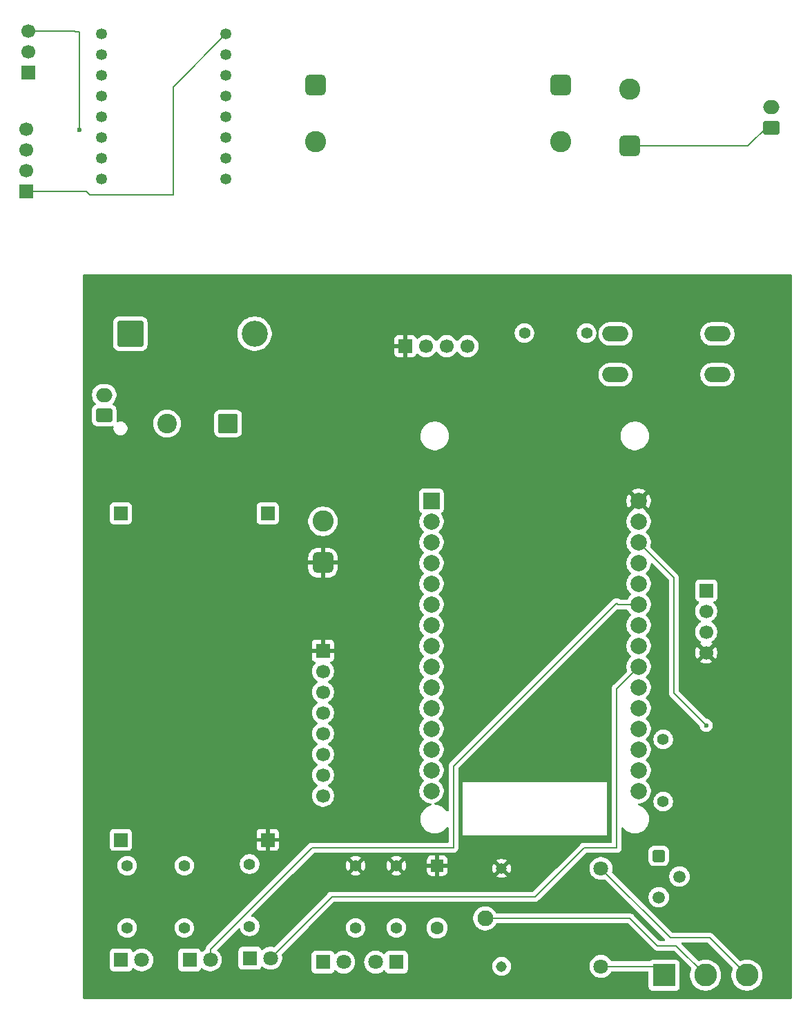
<source format=gbr>
%TF.GenerationSoftware,KiCad,Pcbnew,9.0.4*%
%TF.CreationDate,2025-11-05T17:17:25+05:30*%
%TF.ProjectId,BikeSSv3,42696b65-5353-4763-932e-6b696361645f,rev?*%
%TF.SameCoordinates,Original*%
%TF.FileFunction,Copper,L2,Bot*%
%TF.FilePolarity,Positive*%
%FSLAX46Y46*%
G04 Gerber Fmt 4.6, Leading zero omitted, Abs format (unit mm)*
G04 Created by KiCad (PCBNEW 9.0.4) date 2025-11-05 17:17:25*
%MOMM*%
%LPD*%
G01*
G04 APERTURE LIST*
G04 Aperture macros list*
%AMRoundRect*
0 Rectangle with rounded corners*
0 $1 Rounding radius*
0 $2 $3 $4 $5 $6 $7 $8 $9 X,Y pos of 4 corners*
0 Add a 4 corners polygon primitive as box body*
4,1,4,$2,$3,$4,$5,$6,$7,$8,$9,$2,$3,0*
0 Add four circle primitives for the rounded corners*
1,1,$1+$1,$2,$3*
1,1,$1+$1,$4,$5*
1,1,$1+$1,$6,$7*
1,1,$1+$1,$8,$9*
0 Add four rect primitives between the rounded corners*
20,1,$1+$1,$2,$3,$4,$5,0*
20,1,$1+$1,$4,$5,$6,$7,0*
20,1,$1+$1,$6,$7,$8,$9,0*
20,1,$1+$1,$8,$9,$2,$3,0*%
G04 Aperture macros list end*
%TA.AperFunction,ComponentPad*%
%ADD10R,1.700000X1.700000*%
%TD*%
%TA.AperFunction,ComponentPad*%
%ADD11C,1.700000*%
%TD*%
%TA.AperFunction,ComponentPad*%
%ADD12C,1.400000*%
%TD*%
%TA.AperFunction,ComponentPad*%
%ADD13R,1.800000X1.800000*%
%TD*%
%TA.AperFunction,ComponentPad*%
%ADD14C,1.800000*%
%TD*%
%TA.AperFunction,ComponentPad*%
%ADD15RoundRect,0.250000X-0.500000X0.500000X-0.500000X-0.500000X0.500000X-0.500000X0.500000X0.500000X0*%
%TD*%
%TA.AperFunction,ComponentPad*%
%ADD16C,1.500000*%
%TD*%
%TA.AperFunction,ComponentPad*%
%ADD17RoundRect,0.650000X0.650000X-0.650000X0.650000X0.650000X-0.650000X0.650000X-0.650000X-0.650000X0*%
%TD*%
%TA.AperFunction,ComponentPad*%
%ADD18C,2.600000*%
%TD*%
%TA.AperFunction,ComponentPad*%
%ADD19O,3.200000X1.900000*%
%TD*%
%TA.AperFunction,ComponentPad*%
%ADD20R,2.800000X2.800000*%
%TD*%
%TA.AperFunction,ComponentPad*%
%ADD21C,2.800000*%
%TD*%
%TA.AperFunction,ComponentPad*%
%ADD22RoundRect,0.250000X0.750000X-0.600000X0.750000X0.600000X-0.750000X0.600000X-0.750000X-0.600000X0*%
%TD*%
%TA.AperFunction,ComponentPad*%
%ADD23O,2.000000X1.700000*%
%TD*%
%TA.AperFunction,ComponentPad*%
%ADD24RoundRect,0.250000X-1.350000X-1.350000X1.350000X-1.350000X1.350000X1.350000X-1.350000X1.350000X0*%
%TD*%
%TA.AperFunction,ComponentPad*%
%ADD25C,3.200000*%
%TD*%
%TA.AperFunction,ComponentPad*%
%ADD26C,1.308000*%
%TD*%
%TA.AperFunction,ComponentPad*%
%ADD27C,1.950000*%
%TD*%
%TA.AperFunction,ComponentPad*%
%ADD28RoundRect,0.250000X-0.550000X0.550000X-0.550000X-0.550000X0.550000X-0.550000X0.550000X0.550000X0*%
%TD*%
%TA.AperFunction,ComponentPad*%
%ADD29C,1.600000*%
%TD*%
%TA.AperFunction,ComponentPad*%
%ADD30R,2.000000X2.000000*%
%TD*%
%TA.AperFunction,ComponentPad*%
%ADD31C,2.000000*%
%TD*%
%TA.AperFunction,ComponentPad*%
%ADD32C,2.400000*%
%TD*%
%TA.AperFunction,ComponentPad*%
%ADD33RoundRect,0.250001X0.949999X0.949999X-0.949999X0.949999X-0.949999X-0.949999X0.949999X-0.949999X0*%
%TD*%
%TA.AperFunction,ComponentPad*%
%ADD34RoundRect,0.650000X-0.650000X0.650000X-0.650000X-0.650000X0.650000X-0.650000X0.650000X0.650000X0*%
%TD*%
%TA.AperFunction,ComponentPad*%
%ADD35C,1.348000*%
%TD*%
%TA.AperFunction,ViaPad*%
%ADD36C,0.600000*%
%TD*%
%TA.AperFunction,Conductor*%
%ADD37C,0.200000*%
%TD*%
%TA.AperFunction,Conductor*%
%ADD38C,0.250000*%
%TD*%
G04 APERTURE END LIST*
D10*
%TO.P,J107,1,Pin_1*%
%TO.N,VCC*%
X229980000Y-79525000D03*
D11*
%TO.P,J107,2,Pin_2*%
%TO.N,GND*%
X232520000Y-79525000D03*
%TO.P,J107,3,Pin_3*%
%TO.N,D16*%
X235060000Y-79525000D03*
%TO.P,J107,4,Pin_4*%
%TO.N,D17*%
X237600000Y-79525000D03*
%TD*%
D12*
%TO.P,R103,1*%
%TO.N,Net-(D104-K)*%
X195880000Y-150810000D03*
%TO.P,R103,2*%
%TO.N,GND*%
X195880000Y-143190000D03*
%TD*%
%TO.P,R105,1*%
%TO.N,VCC*%
X228880000Y-143190000D03*
%TO.P,R105,2*%
%TO.N,Net-(D106-A)*%
X228880000Y-150810000D03*
%TD*%
%TO.P,R102,1*%
%TO.N,Net-(D103-K)*%
X210880000Y-150610000D03*
%TO.P,R102,2*%
%TO.N,GND*%
X210880000Y-142990000D03*
%TD*%
D13*
%TO.P,D103,1,K*%
%TO.N,Net-(D103-K)*%
X210930000Y-154525000D03*
D14*
%TO.P,D103,2,A*%
%TO.N,/D33*%
X213470000Y-154525000D03*
%TD*%
D15*
%TO.P,Q101,1,C*%
%TO.N,Net-(D105-A)*%
X261060000Y-141985000D03*
D16*
%TO.P,Q101,2,B*%
%TO.N,Net-(Q101-B)*%
X263600000Y-144525000D03*
%TO.P,Q101,3,E*%
%TO.N,GND*%
X261060000Y-147065000D03*
%TD*%
D10*
%TO.P,J104,1,Pin_1*%
%TO.N,VCC*%
X219880000Y-116840000D03*
D11*
%TO.P,J104,2,Pin_2*%
%TO.N,GND*%
X219880000Y-119380000D03*
%TO.P,J104,3,Pin_3*%
%TO.N,D22*%
X219880000Y-121920000D03*
%TO.P,J104,4,Pin_4*%
%TO.N,D21*%
X219880000Y-124460000D03*
%TO.P,J104,5,Pin_5*%
%TO.N,unconnected-(J104-Pin_5-Pad5)*%
X219880000Y-127000000D03*
%TO.P,J104,6,Pin_6*%
%TO.N,unconnected-(J104-Pin_6-Pad6)*%
X219880000Y-129540000D03*
%TO.P,J104,7,Pin_7*%
%TO.N,GND*%
X219880000Y-132080000D03*
%TO.P,J104,8,Pin_8*%
%TO.N,unconnected-(J104-Pin_8-Pad8)*%
X219880000Y-134620000D03*
%TD*%
D10*
%TO.P,J108,1,Pin_1*%
%TO.N,GND*%
X195100000Y-140025000D03*
%TD*%
D13*
%TO.P,D106,1,K*%
%TO.N,Net-(D105-A)*%
X228880000Y-155000000D03*
D14*
%TO.P,D106,2,A*%
%TO.N,Net-(D106-A)*%
X226340000Y-155000000D03*
%TD*%
D17*
%TO.P,TP101,1,1*%
%TO.N,VCC*%
X219880000Y-106065000D03*
D18*
%TO.P,TP101,2,2*%
%TO.N,GND*%
X219880000Y-100985000D03*
%TD*%
D13*
%TO.P,D107,1,K*%
%TO.N,GND*%
X219880000Y-155000000D03*
D14*
%TO.P,D107,2,A*%
%TO.N,Net-(D107-A)*%
X222420000Y-155000000D03*
%TD*%
D19*
%TO.P,SW102,1,1*%
%TO.N,Net-(R104-Pad2)*%
X255750000Y-78025000D03*
X268250000Y-78025000D03*
%TO.P,SW102,2,2*%
%TO.N,/D12*%
X255750000Y-83025000D03*
X268250000Y-83025000D03*
%TD*%
D10*
%TO.P,J105,1,Pin_1*%
%TO.N,GND*%
X266880000Y-109460000D03*
D11*
%TO.P,J105,2,Pin_2*%
%TO.N,D26*%
X266880000Y-112000000D03*
%TO.P,J105,3,Pin_3*%
%TO.N,D25*%
X266880000Y-114540000D03*
%TO.P,J105,4,Pin_4*%
%TO.N,VCC*%
X266880000Y-117080000D03*
%TD*%
D10*
%TO.P,J106,1,Pin_1*%
%TO.N,/12V-*%
X195100000Y-100025000D03*
%TD*%
D12*
%TO.P,R107,1*%
%TO.N,D14*%
X261600000Y-127715000D03*
%TO.P,R107,2*%
%TO.N,Net-(Q101-B)*%
X261600000Y-135335000D03*
%TD*%
D20*
%TO.P,J112,1,Pin_1*%
%TO.N,/NO*%
X261720000Y-156600000D03*
D21*
%TO.P,J112,2,Pin_2*%
%TO.N,/COM*%
X266800000Y-156600000D03*
%TO.P,J112,3,Pin_3*%
%TO.N,/NC*%
X271880000Y-156600000D03*
%TD*%
D22*
%TO.P,J101,1,Pin_1*%
%TO.N,/12V-*%
X193053674Y-88000000D03*
D23*
%TO.P,J101,2,Pin_2*%
%TO.N,/12V+DI*%
X193053674Y-85500000D03*
%TD*%
D24*
%TO.P,D101,1,K*%
%TO.N,/12V+DI*%
X196260000Y-78000000D03*
D25*
%TO.P,D101,2,A*%
%TO.N,/12V+ DO*%
X211500000Y-78000000D03*
%TD*%
D12*
%TO.P,R104,1*%
%TO.N,GND*%
X244590000Y-77925000D03*
%TO.P,R104,2*%
%TO.N,Net-(R104-Pad2)*%
X252210000Y-77925000D03*
%TD*%
D26*
%TO.P,K101,COIL1*%
%TO.N,VCC*%
X241780000Y-143525000D03*
%TO.P,K101,COIL2*%
%TO.N,Net-(D105-A)*%
X241780000Y-155525000D03*
D27*
%TO.P,K101,COM*%
%TO.N,/COM*%
X239780000Y-149645000D03*
D14*
%TO.P,K101,NC*%
%TO.N,/NC*%
X253980000Y-143525000D03*
%TO.P,K101,NO*%
%TO.N,/NO*%
X253980000Y-155525000D03*
%TD*%
D10*
%TO.P,J103,1,Pin_1*%
%TO.N,VCC*%
X213100000Y-140025000D03*
%TD*%
D28*
%TO.P,D105,1,K*%
%TO.N,VCC*%
X233880000Y-143190000D03*
D29*
%TO.P,D105,2,A*%
%TO.N,Net-(D105-A)*%
X233880000Y-150810000D03*
%TD*%
D13*
%TO.P,D104,1,K*%
%TO.N,Net-(D104-K)*%
X195130000Y-154725000D03*
D14*
%TO.P,D104,2,A*%
%TO.N,/D13*%
X197670000Y-154725000D03*
%TD*%
D13*
%TO.P,D102,1,K*%
%TO.N,Net-(D102-K)*%
X203530000Y-154725000D03*
D14*
%TO.P,D102,2,A*%
%TO.N,/D27*%
X206070000Y-154725000D03*
%TD*%
D12*
%TO.P,R106,1*%
%TO.N,VCC*%
X223880000Y-143190000D03*
%TO.P,R106,2*%
%TO.N,Net-(D107-A)*%
X223880000Y-150810000D03*
%TD*%
%TO.P,R101,1*%
%TO.N,Net-(D102-K)*%
X202880000Y-150810000D03*
%TO.P,R101,2*%
%TO.N,GND*%
X202880000Y-143190000D03*
%TD*%
D30*
%TO.P,U101,1,3V3*%
%TO.N,unconnected-(U101-3V3-Pad1)*%
X233180000Y-98485000D03*
D31*
%TO.P,U101,2,GND*%
%TO.N,GND*%
X233180000Y-101025000D03*
%TO.P,U101,3,D15*%
%TO.N,unconnected-(U101-D15-Pad3)*%
X233180000Y-103565000D03*
%TO.P,U101,4,D2*%
%TO.N,unconnected-(U101-D2-Pad4)*%
X233180000Y-106105000D03*
%TO.P,U101,5,D4*%
%TO.N,unconnected-(U101-D4-Pad5)*%
X233180000Y-108645000D03*
%TO.P,U101,6,RX2*%
%TO.N,D16*%
X233180000Y-111185000D03*
%TO.P,U101,7,TX2*%
%TO.N,D17*%
X233180000Y-113725000D03*
%TO.P,U101,8,D5*%
%TO.N,unconnected-(U101-D5-Pad8)*%
X233180000Y-116265000D03*
%TO.P,U101,9,D18*%
%TO.N,unconnected-(U101-D18-Pad9)*%
X233180000Y-118805000D03*
%TO.P,U101,10,D19*%
%TO.N,unconnected-(U101-D19-Pad10)*%
X233180000Y-121345000D03*
%TO.P,U101,11,D21*%
%TO.N,unconnected-(U101-D21-Pad11)*%
X233180000Y-123885000D03*
%TO.P,U101,12,RX0*%
%TO.N,unconnected-(U101-RX0-Pad12)*%
X233180000Y-126425000D03*
%TO.P,U101,13,TX0*%
%TO.N,unconnected-(U101-TX0-Pad13)*%
X233180000Y-128965000D03*
%TO.P,U101,14,D22*%
%TO.N,D22*%
X233180000Y-131505000D03*
%TO.P,U101,15,D23*%
%TO.N,D21*%
X233180000Y-134045000D03*
%TO.P,U101,16,EN*%
%TO.N,unconnected-(U101-EN-Pad16)*%
X258580000Y-134045000D03*
%TO.P,U101,17,VP*%
%TO.N,unconnected-(U101-VP-Pad17)*%
X258580000Y-131505000D03*
%TO.P,U101,18,VN*%
%TO.N,unconnected-(U101-VN-Pad18)*%
X258580000Y-128965000D03*
%TO.P,U101,19,D34*%
%TO.N,unconnected-(U101-D34-Pad19)*%
X258580000Y-126425000D03*
%TO.P,U101,20,D35*%
%TO.N,unconnected-(U101-D35-Pad20)*%
X258580000Y-123885000D03*
%TO.P,U101,21,D32*%
%TO.N,unconnected-(U101-D32-Pad21)*%
X258580000Y-121345000D03*
%TO.P,U101,22,D33*%
%TO.N,/D33*%
X258580000Y-118805000D03*
%TO.P,U101,23,D25*%
%TO.N,D25*%
X258580000Y-116265000D03*
%TO.P,U101,24,D26*%
%TO.N,D26*%
X258580000Y-113725000D03*
%TO.P,U101,25,D27*%
%TO.N,/D27*%
X258580000Y-111185000D03*
%TO.P,U101,26,D14*%
%TO.N,D14*%
X258580000Y-108645000D03*
%TO.P,U101,27,D12*%
%TO.N,/D12*%
X258580000Y-106105000D03*
%TO.P,U101,28,D13*%
%TO.N,/D13*%
X258580000Y-103565000D03*
%TO.P,U101,29,GND*%
%TO.N,GND*%
X258580000Y-101025000D03*
%TO.P,U101,30,VIN*%
%TO.N,VCC*%
X258580000Y-98485000D03*
%TD*%
D10*
%TO.P,J102,1,Pin_1*%
%TO.N,/12V+ DO*%
X213100000Y-100025000D03*
%TD*%
D32*
%TO.P,C101,2*%
%TO.N,/12V-*%
X200752651Y-89000000D03*
D33*
%TO.P,C101,1*%
%TO.N,/12V+ DO*%
X208252651Y-89000000D03*
%TD*%
D11*
%TO.P,J109,4,Pin_4*%
%TO.N,/5*%
X183500000Y-52960000D03*
%TO.P,J109,3,Pin_3*%
%TO.N,unconnected-(J109-Pin_3-Pad3)*%
X183500000Y-55500000D03*
%TO.P,J109,2,Pin_2*%
%TO.N,/GNDs*%
X183500000Y-58040000D03*
D10*
%TO.P,J109,1,Pin_1*%
%TO.N,/VCCb*%
X183500000Y-60580000D03*
%TD*%
D18*
%TO.P,TP102,2,2*%
%TO.N,/GNDs*%
X257500000Y-48000000D03*
D17*
%TO.P,TP102,1,1*%
%TO.N,/VCCs*%
X257500000Y-55000000D03*
%TD*%
D11*
%TO.P,J110,3,Pin_3*%
%TO.N,/4*%
X183725000Y-40945000D03*
%TO.P,J110,2,Pin_2*%
%TO.N,/3.3V*%
X183725000Y-43485000D03*
D10*
%TO.P,J110,1,Pin_1*%
%TO.N,/GNDs*%
X183725000Y-46025000D03*
%TD*%
D18*
%TO.P,TP104,2,2*%
%TO.N,/GNDs*%
X249000000Y-54500000D03*
D34*
%TO.P,TP104,1,1*%
%TO.N,/VCCs*%
X249000000Y-47500000D03*
%TD*%
D18*
%TO.P,TP105,2,2*%
%TO.N,/GNDs*%
X219000000Y-54500000D03*
D34*
%TO.P,TP105,1,1*%
%TO.N,/VCCb*%
X219000000Y-47500000D03*
%TD*%
D23*
%TO.P,J111,2,Pin_2*%
%TO.N,/GNDs*%
X274850000Y-50250000D03*
D22*
%TO.P,J111,1,Pin_1*%
%TO.N,/VCCs*%
X274850000Y-52750000D03*
%TD*%
D35*
%TO.P,U102,G,GND*%
%TO.N,/GNDs*%
X207990000Y-43790000D03*
%TO.P,U102,21,GPIO21*%
%TO.N,unconnected-(U102-GPIO21-Pad21)*%
X192750000Y-59030000D03*
%TO.P,U102,20,GPIO20*%
%TO.N,unconnected-(U102-GPIO20-Pad20)*%
X192750000Y-56490000D03*
%TO.P,U102,10,GPIO10*%
%TO.N,unconnected-(U102-GPIO10-Pad10)*%
X192750000Y-53950000D03*
%TO.P,U102,9,GPIO9*%
%TO.N,unconnected-(U102-GPIO9-Pad9)*%
X192750000Y-51410000D03*
%TO.P,U102,8,GPIO8*%
%TO.N,unconnected-(U102-GPIO8-Pad8)*%
X192750000Y-48870000D03*
%TO.P,U102,7,GPIO7*%
%TO.N,unconnected-(U102-GPIO7-Pad7)*%
X192750000Y-46330000D03*
%TO.P,U102,6,GPIO6*%
%TO.N,unconnected-(U102-GPIO6-Pad6)*%
X192750000Y-43790000D03*
%TO.P,U102,5V,5V*%
%TO.N,/VCCb*%
X207990000Y-41250000D03*
%TO.P,U102,5,GPIO5*%
%TO.N,/5*%
X192750000Y-41250000D03*
%TO.P,U102,4,GPIO4*%
%TO.N,/4*%
X207990000Y-48870000D03*
%TO.P,U102,3.3,3V3*%
%TO.N,/3.3V*%
X207990000Y-46330000D03*
%TO.P,U102,3,GPIO3*%
%TO.N,unconnected-(U102-GPIO3-Pad3)*%
X207990000Y-51410000D03*
%TO.P,U102,2,GPIO2*%
%TO.N,unconnected-(U102-GPIO2-Pad2)*%
X207990000Y-53950000D03*
%TO.P,U102,1,GPIO1*%
%TO.N,unconnected-(U102-GPIO1-Pad1)*%
X207990000Y-56490000D03*
%TO.P,U102,0,GPIO0*%
%TO.N,unconnected-(U102-GPIO0-Pad0)*%
X207990000Y-59030000D03*
%TD*%
D36*
%TO.N,/D13*%
X266880000Y-126000000D03*
%TO.N,/4*%
X190000000Y-53000000D03*
%TD*%
D37*
%TO.N,/D33*%
X220880000Y-147000000D02*
X245880000Y-147000000D01*
X251880000Y-141000000D02*
X255880000Y-141000000D01*
X213470000Y-154525000D02*
X220880000Y-147115000D01*
X255880000Y-141000000D02*
X255880000Y-121505000D01*
X220880000Y-147115000D02*
X220880000Y-147000000D01*
X245880000Y-147000000D02*
X251880000Y-141000000D01*
X255880000Y-121505000D02*
X258580000Y-118805000D01*
D38*
%TO.N,Net-(R104-Pad2)*%
X255650000Y-77925000D02*
X255750000Y-78025000D01*
D37*
%TO.N,/D13*%
X266880000Y-126000000D02*
X262880000Y-122000000D01*
X262880000Y-122000000D02*
X262880000Y-107865000D01*
X262880000Y-107865000D02*
X258580000Y-103565000D01*
%TO.N,/COM*%
X257525000Y-149645000D02*
X260880000Y-153000000D01*
%TO.N,/D27*%
X256065000Y-111185000D02*
X258580000Y-111185000D01*
X206070000Y-154725000D02*
X206070000Y-153452208D01*
X218522208Y-141000000D02*
X235880000Y-141000000D01*
X206070000Y-153452208D02*
X218522208Y-141000000D01*
X235880000Y-141000000D02*
X235880000Y-131000000D01*
X235880000Y-131000000D02*
X255880000Y-111000000D01*
X255880000Y-111000000D02*
X256065000Y-111185000D01*
%TO.N,/COM*%
X239780000Y-149645000D02*
X257525000Y-149645000D01*
%TO.N,/NC*%
X253980000Y-143525000D02*
X262455000Y-152000000D01*
%TO.N,/COM*%
X260880000Y-153000000D02*
X263200000Y-153000000D01*
%TO.N,/NC*%
X262455000Y-152000000D02*
X267280000Y-152000000D01*
X267280000Y-152000000D02*
X271880000Y-156600000D01*
%TO.N,/COM*%
X263200000Y-153000000D02*
X266800000Y-156600000D01*
%TO.N,/NO*%
X253980000Y-155525000D02*
X260645000Y-155525000D01*
X260645000Y-155525000D02*
X261720000Y-156600000D01*
%TO.N,/VCCb*%
X183500000Y-60580000D02*
X190870000Y-60580000D01*
X190870000Y-60580000D02*
X191290000Y-61000000D01*
%TO.N,/VCCs*%
X274500000Y-52500000D02*
X272000000Y-55000000D01*
X272000000Y-55000000D02*
X257500000Y-55000000D01*
%TO.N,/4*%
X190000000Y-53000000D02*
X190000000Y-41000000D01*
X189445000Y-40945000D02*
X183725000Y-40945000D01*
%TO.N,/VCCs*%
X274750000Y-52750000D02*
X274500000Y-52500000D01*
X274850000Y-52750000D02*
X274750000Y-52750000D01*
%TO.N,/4*%
X190000000Y-41000000D02*
X189500000Y-41000000D01*
%TO.N,/VCCb*%
X201500000Y-61000000D02*
X191290000Y-61000000D01*
X201500000Y-47740000D02*
X201500000Y-61000000D01*
%TO.N,/4*%
X189500000Y-41000000D02*
X189445000Y-40945000D01*
%TO.N,/VCCb*%
X207990000Y-41250000D02*
X201500000Y-47740000D01*
%TD*%
%TA.AperFunction,Conductor*%
%TO.N,VCC*%
G36*
X277322539Y-70725185D02*
G01*
X277368294Y-70777989D01*
X277379500Y-70829500D01*
X277379500Y-159375500D01*
X277359815Y-159442539D01*
X277307011Y-159488294D01*
X277255500Y-159499500D01*
X190604500Y-159499500D01*
X190537461Y-159479815D01*
X190491706Y-159427011D01*
X190480500Y-159375500D01*
X190480500Y-153777135D01*
X193729500Y-153777135D01*
X193729500Y-155672870D01*
X193729501Y-155672876D01*
X193735908Y-155732483D01*
X193786202Y-155867328D01*
X193786206Y-155867335D01*
X193872452Y-155982544D01*
X193872455Y-155982547D01*
X193987664Y-156068793D01*
X193987671Y-156068797D01*
X194122517Y-156119091D01*
X194122516Y-156119091D01*
X194129444Y-156119835D01*
X194182127Y-156125500D01*
X196077872Y-156125499D01*
X196137483Y-156119091D01*
X196272331Y-156068796D01*
X196387546Y-155982546D01*
X196473796Y-155867331D01*
X196479159Y-155852952D01*
X196503601Y-155787420D01*
X196545471Y-155731486D01*
X196610936Y-155707068D01*
X196679209Y-155721919D01*
X196707464Y-155743071D01*
X196757636Y-155793243D01*
X196757641Y-155793247D01*
X196861628Y-155868797D01*
X196935978Y-155922815D01*
X197057209Y-155984586D01*
X197132393Y-156022895D01*
X197132396Y-156022896D01*
X197237221Y-156056955D01*
X197342049Y-156091015D01*
X197559778Y-156125500D01*
X197559779Y-156125500D01*
X197780221Y-156125500D01*
X197780222Y-156125500D01*
X197997951Y-156091015D01*
X198207606Y-156022895D01*
X198404022Y-155922815D01*
X198582365Y-155793242D01*
X198738242Y-155637365D01*
X198867815Y-155459022D01*
X198967895Y-155262606D01*
X198969060Y-155259022D01*
X198998612Y-155168066D01*
X199036015Y-155052951D01*
X199070500Y-154835222D01*
X199070500Y-154614778D01*
X199036015Y-154397049D01*
X198980798Y-154227105D01*
X198967896Y-154187396D01*
X198967895Y-154187393D01*
X198929266Y-154111581D01*
X198867815Y-153990978D01*
X198829020Y-153937581D01*
X198762986Y-153846691D01*
X198738247Y-153812641D01*
X198738243Y-153812636D01*
X198702742Y-153777135D01*
X202129500Y-153777135D01*
X202129500Y-155672870D01*
X202129501Y-155672876D01*
X202135908Y-155732483D01*
X202186202Y-155867328D01*
X202186206Y-155867335D01*
X202272452Y-155982544D01*
X202272455Y-155982547D01*
X202387664Y-156068793D01*
X202387671Y-156068797D01*
X202522517Y-156119091D01*
X202522516Y-156119091D01*
X202529444Y-156119835D01*
X202582127Y-156125500D01*
X204477872Y-156125499D01*
X204537483Y-156119091D01*
X204672331Y-156068796D01*
X204787546Y-155982546D01*
X204873796Y-155867331D01*
X204879159Y-155852952D01*
X204903601Y-155787420D01*
X204945471Y-155731486D01*
X205010936Y-155707068D01*
X205079209Y-155721919D01*
X205107464Y-155743071D01*
X205157636Y-155793243D01*
X205157641Y-155793247D01*
X205261628Y-155868797D01*
X205335978Y-155922815D01*
X205457209Y-155984586D01*
X205532393Y-156022895D01*
X205532396Y-156022896D01*
X205637221Y-156056955D01*
X205742049Y-156091015D01*
X205959778Y-156125500D01*
X205959779Y-156125500D01*
X206180221Y-156125500D01*
X206180222Y-156125500D01*
X206397951Y-156091015D01*
X206607606Y-156022895D01*
X206804022Y-155922815D01*
X206982365Y-155793242D01*
X207138242Y-155637365D01*
X207267815Y-155459022D01*
X207367895Y-155262606D01*
X207369060Y-155259022D01*
X207398612Y-155168066D01*
X207436015Y-155052951D01*
X207470500Y-154835222D01*
X207470500Y-154614778D01*
X207436015Y-154397049D01*
X207380798Y-154227105D01*
X207367896Y-154187396D01*
X207367895Y-154187393D01*
X207329266Y-154111581D01*
X207267815Y-153990978D01*
X207229019Y-153937580D01*
X207138247Y-153812641D01*
X207138243Y-153812636D01*
X206982361Y-153656754D01*
X206944784Y-153629454D01*
X206902118Y-153574125D01*
X206896137Y-153504512D01*
X206928742Y-153442716D01*
X206929911Y-153441530D01*
X209509884Y-150861558D01*
X209571205Y-150828075D01*
X209640897Y-150833059D01*
X209696830Y-150874931D01*
X209715494Y-150910922D01*
X209767454Y-151070836D01*
X209853240Y-151239199D01*
X209964310Y-151392073D01*
X210097927Y-151525690D01*
X210250801Y-151636760D01*
X210330347Y-151677290D01*
X210419163Y-151722545D01*
X210419165Y-151722545D01*
X210419168Y-151722547D01*
X210515497Y-151753846D01*
X210598881Y-151780940D01*
X210785514Y-151810500D01*
X210785519Y-151810500D01*
X210974486Y-151810500D01*
X211161118Y-151780940D01*
X211340832Y-151722547D01*
X211509199Y-151636760D01*
X211662073Y-151525690D01*
X211795690Y-151392073D01*
X211906760Y-151239199D01*
X211992547Y-151070832D01*
X212050940Y-150891118D01*
X212053504Y-150874931D01*
X212080500Y-150704486D01*
X212080500Y-150515513D01*
X212050940Y-150328881D01*
X212023846Y-150245497D01*
X211992547Y-150149168D01*
X211992545Y-150149165D01*
X211992545Y-150149163D01*
X211906759Y-149980800D01*
X211893671Y-149962786D01*
X211795690Y-149827927D01*
X211662073Y-149694310D01*
X211509199Y-149583240D01*
X211340836Y-149497454D01*
X211180922Y-149445494D01*
X211123247Y-149406056D01*
X211096049Y-149341697D01*
X211107964Y-149272851D01*
X211131557Y-149239885D01*
X216173561Y-144197882D01*
X223225669Y-144197882D01*
X223225670Y-144197883D01*
X223251059Y-144216329D01*
X223419362Y-144302085D01*
X223598997Y-144360451D01*
X223785553Y-144390000D01*
X223974447Y-144390000D01*
X224161002Y-144360451D01*
X224340637Y-144302085D01*
X224508937Y-144216331D01*
X224534328Y-144197883D01*
X224534328Y-144197882D01*
X228225669Y-144197882D01*
X228225670Y-144197883D01*
X228251059Y-144216329D01*
X228419362Y-144302085D01*
X228598997Y-144360451D01*
X228785553Y-144390000D01*
X228974447Y-144390000D01*
X229161002Y-144360451D01*
X229340637Y-144302085D01*
X229508937Y-144216331D01*
X229534328Y-144197883D01*
X229534328Y-144197882D01*
X228880001Y-143543554D01*
X228880000Y-143543554D01*
X228225669Y-144197882D01*
X224534328Y-144197882D01*
X223880001Y-143543554D01*
X223880000Y-143543554D01*
X223225669Y-144197882D01*
X216173561Y-144197882D01*
X217275891Y-143095552D01*
X222680000Y-143095552D01*
X222680000Y-143284447D01*
X222709548Y-143471002D01*
X222767914Y-143650637D01*
X222853666Y-143818933D01*
X222872116Y-143844328D01*
X223526446Y-143190000D01*
X223526446Y-143189999D01*
X223480369Y-143143922D01*
X223530000Y-143143922D01*
X223530000Y-143236078D01*
X223553852Y-143325095D01*
X223599930Y-143404905D01*
X223665095Y-143470070D01*
X223744905Y-143516148D01*
X223833922Y-143540000D01*
X223926078Y-143540000D01*
X224015095Y-143516148D01*
X224094905Y-143470070D01*
X224160070Y-143404905D01*
X224206148Y-143325095D01*
X224230000Y-143236078D01*
X224230000Y-143189999D01*
X224233554Y-143189999D01*
X224233554Y-143190000D01*
X224887882Y-143844328D01*
X224887883Y-143844328D01*
X224906331Y-143818937D01*
X224992085Y-143650637D01*
X225050451Y-143471002D01*
X225080000Y-143284447D01*
X225080000Y-143095552D01*
X227680000Y-143095552D01*
X227680000Y-143284447D01*
X227709548Y-143471002D01*
X227767914Y-143650637D01*
X227853666Y-143818933D01*
X227872116Y-143844328D01*
X228526446Y-143190000D01*
X228526446Y-143189999D01*
X228480369Y-143143922D01*
X228530000Y-143143922D01*
X228530000Y-143236078D01*
X228553852Y-143325095D01*
X228599930Y-143404905D01*
X228665095Y-143470070D01*
X228744905Y-143516148D01*
X228833922Y-143540000D01*
X228926078Y-143540000D01*
X229015095Y-143516148D01*
X229094905Y-143470070D01*
X229160070Y-143404905D01*
X229206148Y-143325095D01*
X229230000Y-143236078D01*
X229230000Y-143189999D01*
X229233554Y-143189999D01*
X229233554Y-143190000D01*
X229887882Y-143844328D01*
X229887883Y-143844328D01*
X229906331Y-143818937D01*
X229992085Y-143650637D01*
X230050452Y-143471002D01*
X230066570Y-143369240D01*
X230080000Y-143284447D01*
X230080000Y-143095552D01*
X230050451Y-142908997D01*
X229992085Y-142729362D01*
X229948162Y-142643159D01*
X229921082Y-142590013D01*
X232580000Y-142590013D01*
X232580000Y-142940000D01*
X233564314Y-142940000D01*
X233559920Y-142944394D01*
X233507259Y-143035606D01*
X233480000Y-143137339D01*
X233480000Y-143242661D01*
X233507259Y-143344394D01*
X233559920Y-143435606D01*
X233564314Y-143440000D01*
X232580001Y-143440000D01*
X232580001Y-143789986D01*
X232590494Y-143892697D01*
X232645641Y-144059119D01*
X232645643Y-144059124D01*
X232737684Y-144208345D01*
X232861654Y-144332315D01*
X233010875Y-144424356D01*
X233010880Y-144424358D01*
X233177302Y-144479505D01*
X233177309Y-144479506D01*
X233280019Y-144489999D01*
X233629999Y-144489999D01*
X233630000Y-144489998D01*
X233630000Y-143505686D01*
X233634394Y-143510080D01*
X233725606Y-143562741D01*
X233827339Y-143590000D01*
X233932661Y-143590000D01*
X234034394Y-143562741D01*
X234125606Y-143510080D01*
X234130000Y-143505686D01*
X234130000Y-144489999D01*
X234479972Y-144489999D01*
X234479986Y-144489998D01*
X234582697Y-144479505D01*
X234749119Y-144424358D01*
X234749124Y-144424356D01*
X234874295Y-144347150D01*
X234898345Y-144332315D01*
X235022315Y-144208345D01*
X235114356Y-144059124D01*
X235114358Y-144059119D01*
X235169505Y-143892697D01*
X235169506Y-143892690D01*
X235179999Y-143789986D01*
X235180000Y-143789973D01*
X235180000Y-143440000D01*
X234195686Y-143440000D01*
X234200080Y-143435606D01*
X234200904Y-143434178D01*
X240626000Y-143434178D01*
X240626000Y-143615821D01*
X240654415Y-143795225D01*
X240710548Y-143967984D01*
X240793012Y-144129830D01*
X240793014Y-144129834D01*
X240805048Y-144146395D01*
X240805049Y-144146396D01*
X241380000Y-143571445D01*
X241380000Y-143577661D01*
X241407259Y-143679394D01*
X241459920Y-143770606D01*
X241534394Y-143845080D01*
X241625606Y-143897741D01*
X241727339Y-143925000D01*
X241733554Y-143925000D01*
X241158602Y-144499949D01*
X241158603Y-144499950D01*
X241175165Y-144511985D01*
X241175179Y-144511993D01*
X241337012Y-144594450D01*
X241509774Y-144650584D01*
X241689179Y-144679000D01*
X241870821Y-144679000D01*
X242050225Y-144650584D01*
X242222984Y-144594451D01*
X242384831Y-144511986D01*
X242401396Y-144499949D01*
X241826447Y-143925000D01*
X241832661Y-143925000D01*
X241934394Y-143897741D01*
X242025606Y-143845080D01*
X242100080Y-143770606D01*
X242152741Y-143679394D01*
X242180000Y-143577661D01*
X242180000Y-143571446D01*
X242754949Y-144146395D01*
X242766986Y-144129831D01*
X242849451Y-143967984D01*
X242905584Y-143795225D01*
X242934000Y-143615821D01*
X242934000Y-143434178D01*
X242905584Y-143254774D01*
X242849450Y-143082012D01*
X242766993Y-142920179D01*
X242766985Y-142920165D01*
X242754950Y-142903603D01*
X242754949Y-142903602D01*
X242180000Y-143478552D01*
X242180000Y-143472339D01*
X242152741Y-143370606D01*
X242100080Y-143279394D01*
X242025606Y-143204920D01*
X241934394Y-143152259D01*
X241832661Y-143125000D01*
X241826447Y-143125000D01*
X242401396Y-142550049D01*
X242401395Y-142550048D01*
X242384834Y-142538014D01*
X242384830Y-142538012D01*
X242222984Y-142455548D01*
X242050225Y-142399415D01*
X241870821Y-142371000D01*
X241689179Y-142371000D01*
X241509774Y-142399415D01*
X241337015Y-142455548D01*
X241175170Y-142538012D01*
X241175161Y-142538018D01*
X241158603Y-142550048D01*
X241158602Y-142550049D01*
X241733554Y-143125000D01*
X241727339Y-143125000D01*
X241625606Y-143152259D01*
X241534394Y-143204920D01*
X241459920Y-143279394D01*
X241407259Y-143370606D01*
X241380000Y-143472339D01*
X241380000Y-143478553D01*
X240805049Y-142903602D01*
X240805048Y-142903603D01*
X240793018Y-142920161D01*
X240793012Y-142920170D01*
X240710548Y-143082015D01*
X240654415Y-143254774D01*
X240626000Y-143434178D01*
X234200904Y-143434178D01*
X234252741Y-143344394D01*
X234280000Y-143242661D01*
X234280000Y-143137339D01*
X234252741Y-143035606D01*
X234200080Y-142944394D01*
X234195686Y-142940000D01*
X235179999Y-142940000D01*
X235179999Y-142590028D01*
X235179998Y-142590013D01*
X235169505Y-142487302D01*
X235114358Y-142320880D01*
X235114356Y-142320875D01*
X235022315Y-142171654D01*
X234898345Y-142047684D01*
X234749124Y-141955643D01*
X234749119Y-141955641D01*
X234582697Y-141900494D01*
X234582690Y-141900493D01*
X234479986Y-141890000D01*
X234130000Y-141890000D01*
X234130000Y-142874314D01*
X234125606Y-142869920D01*
X234034394Y-142817259D01*
X233932661Y-142790000D01*
X233827339Y-142790000D01*
X233725606Y-142817259D01*
X233634394Y-142869920D01*
X233630000Y-142874314D01*
X233630000Y-141890000D01*
X233280028Y-141890000D01*
X233280012Y-141890001D01*
X233177302Y-141900494D01*
X233010880Y-141955641D01*
X233010875Y-141955643D01*
X232861654Y-142047684D01*
X232737684Y-142171654D01*
X232645643Y-142320875D01*
X232645641Y-142320880D01*
X232590494Y-142487302D01*
X232590493Y-142487309D01*
X232580000Y-142590013D01*
X229921082Y-142590013D01*
X229906329Y-142561059D01*
X229887883Y-142535670D01*
X229887882Y-142535669D01*
X229233554Y-143189999D01*
X229230000Y-143189999D01*
X229230000Y-143143922D01*
X229206148Y-143054905D01*
X229160070Y-142975095D01*
X229094905Y-142909930D01*
X229015095Y-142863852D01*
X228926078Y-142840000D01*
X228833922Y-142840000D01*
X228744905Y-142863852D01*
X228665095Y-142909930D01*
X228599930Y-142975095D01*
X228553852Y-143054905D01*
X228530000Y-143143922D01*
X228480369Y-143143922D01*
X227872116Y-142535669D01*
X227872116Y-142535670D01*
X227853669Y-142561060D01*
X227767914Y-142729362D01*
X227709548Y-142908997D01*
X227680000Y-143095552D01*
X225080000Y-143095552D01*
X225050451Y-142908997D01*
X224992085Y-142729362D01*
X224906329Y-142561059D01*
X224887883Y-142535670D01*
X224887882Y-142535669D01*
X224233554Y-143189999D01*
X224230000Y-143189999D01*
X224230000Y-143143922D01*
X224206148Y-143054905D01*
X224160070Y-142975095D01*
X224094905Y-142909930D01*
X224015095Y-142863852D01*
X223926078Y-142840000D01*
X223833922Y-142840000D01*
X223744905Y-142863852D01*
X223665095Y-142909930D01*
X223599930Y-142975095D01*
X223553852Y-143054905D01*
X223530000Y-143143922D01*
X223480369Y-143143922D01*
X222872116Y-142535669D01*
X222872116Y-142535670D01*
X222853669Y-142561060D01*
X222767914Y-142729362D01*
X222709548Y-142908997D01*
X222680000Y-143095552D01*
X217275891Y-143095552D01*
X218189327Y-142182116D01*
X223225669Y-142182116D01*
X223880000Y-142836446D01*
X223880001Y-142836446D01*
X224534328Y-142182116D01*
X228225669Y-142182116D01*
X228880000Y-142836446D01*
X228880001Y-142836446D01*
X229534328Y-142182116D01*
X229508933Y-142163666D01*
X229340637Y-142077914D01*
X229161002Y-142019548D01*
X228974447Y-141990000D01*
X228785553Y-141990000D01*
X228598997Y-142019548D01*
X228419362Y-142077914D01*
X228251060Y-142163669D01*
X228225670Y-142182116D01*
X228225669Y-142182116D01*
X224534328Y-142182116D01*
X224508933Y-142163666D01*
X224340637Y-142077914D01*
X224161002Y-142019548D01*
X223974447Y-141990000D01*
X223785553Y-141990000D01*
X223598997Y-142019548D01*
X223419362Y-142077914D01*
X223251060Y-142163669D01*
X223225670Y-142182116D01*
X223225669Y-142182116D01*
X218189327Y-142182116D01*
X218734624Y-141636819D01*
X218795947Y-141603334D01*
X218822305Y-141600500D01*
X235959055Y-141600500D01*
X235959057Y-141600500D01*
X236111784Y-141559577D01*
X236248716Y-141480520D01*
X236360520Y-141368716D01*
X236439577Y-141231784D01*
X236480500Y-141079057D01*
X236480500Y-139475000D01*
X236970000Y-139475000D01*
X254660000Y-139475000D01*
X254660000Y-132985000D01*
X236970000Y-132985000D01*
X236970000Y-139475000D01*
X236480500Y-139475000D01*
X236480500Y-131300096D01*
X236500185Y-131233057D01*
X236516814Y-131212420D01*
X255907414Y-111821819D01*
X255968737Y-111788335D01*
X255995095Y-111785501D01*
X256151654Y-111785501D01*
X256151670Y-111785500D01*
X257125932Y-111785500D01*
X257192971Y-111805185D01*
X257236416Y-111853203D01*
X257296657Y-111971433D01*
X257435483Y-112162510D01*
X257602490Y-112329517D01*
X257637127Y-112354683D01*
X257679792Y-112410013D01*
X257685771Y-112479626D01*
X257653165Y-112541421D01*
X257637130Y-112555315D01*
X257619365Y-112568222D01*
X257602488Y-112580484D01*
X257435485Y-112747487D01*
X257435485Y-112747488D01*
X257435483Y-112747490D01*
X257375862Y-112829550D01*
X257296657Y-112938566D01*
X257189433Y-113149003D01*
X257116446Y-113373631D01*
X257079500Y-113606902D01*
X257079500Y-113843097D01*
X257116446Y-114076368D01*
X257189433Y-114300996D01*
X257296657Y-114511433D01*
X257435483Y-114702510D01*
X257602490Y-114869517D01*
X257637127Y-114894683D01*
X257679792Y-114950013D01*
X257685771Y-115019626D01*
X257653165Y-115081421D01*
X257637130Y-115095315D01*
X257619365Y-115108222D01*
X257602488Y-115120484D01*
X257435485Y-115287487D01*
X257435485Y-115287488D01*
X257435483Y-115287490D01*
X257375862Y-115369550D01*
X257296657Y-115478566D01*
X257189433Y-115689003D01*
X257116446Y-115913631D01*
X257079500Y-116146902D01*
X257079500Y-116383097D01*
X257116446Y-116616368D01*
X257189433Y-116840996D01*
X257287261Y-117032993D01*
X257296657Y-117051433D01*
X257435483Y-117242510D01*
X257602490Y-117409517D01*
X257637127Y-117434683D01*
X257679792Y-117490013D01*
X257685771Y-117559626D01*
X257653165Y-117621421D01*
X257637130Y-117635315D01*
X257619365Y-117648222D01*
X257602488Y-117660484D01*
X257435485Y-117827487D01*
X257435485Y-117827488D01*
X257435483Y-117827490D01*
X257375862Y-117909550D01*
X257296657Y-118018566D01*
X257189433Y-118229003D01*
X257116446Y-118453631D01*
X257079500Y-118686902D01*
X257079500Y-118923097D01*
X257116447Y-119156369D01*
X257116447Y-119156372D01*
X257157450Y-119282564D01*
X257159445Y-119352405D01*
X257127200Y-119408563D01*
X255511286Y-121024478D01*
X255399481Y-121136282D01*
X255399479Y-121136285D01*
X255355661Y-121212182D01*
X255355660Y-121212183D01*
X255320423Y-121273215D01*
X255279499Y-121425943D01*
X255279499Y-121425945D01*
X255279499Y-121594046D01*
X255279500Y-121594059D01*
X255279500Y-140275500D01*
X255259815Y-140342539D01*
X255207011Y-140388294D01*
X255155500Y-140399500D01*
X251800940Y-140399500D01*
X251760019Y-140410464D01*
X251760019Y-140410465D01*
X251722751Y-140420451D01*
X251648214Y-140440423D01*
X251648209Y-140440426D01*
X251511290Y-140519475D01*
X251511282Y-140519481D01*
X251399480Y-140631284D01*
X251399478Y-140631286D01*
X248520685Y-143510080D01*
X245667584Y-146363181D01*
X245606261Y-146396666D01*
X245579903Y-146399500D01*
X220800943Y-146399500D01*
X220648216Y-146440423D01*
X220648209Y-146440426D01*
X220511290Y-146519475D01*
X220511282Y-146519481D01*
X220399481Y-146631282D01*
X220399475Y-146631290D01*
X220320426Y-146768209D01*
X220320421Y-146768220D01*
X220308111Y-146814160D01*
X220276018Y-146869745D01*
X213994202Y-153151561D01*
X213932879Y-153185046D01*
X213868203Y-153181811D01*
X213832782Y-153170302D01*
X213797952Y-153158985D01*
X213689086Y-153141742D01*
X213580222Y-153124500D01*
X213359778Y-153124500D01*
X213287201Y-153135995D01*
X213142047Y-153158985D01*
X212932396Y-153227103D01*
X212932393Y-153227104D01*
X212735974Y-153327187D01*
X212557641Y-153456752D01*
X212557636Y-153456756D01*
X212507463Y-153506929D01*
X212446140Y-153540413D01*
X212376448Y-153535428D01*
X212320515Y-153493557D01*
X212303601Y-153462580D01*
X212273797Y-153382671D01*
X212273793Y-153382664D01*
X212187547Y-153267455D01*
X212187544Y-153267452D01*
X212072335Y-153181206D01*
X212072328Y-153181202D01*
X211937482Y-153130908D01*
X211937483Y-153130908D01*
X211877883Y-153124501D01*
X211877881Y-153124500D01*
X211877873Y-153124500D01*
X211877864Y-153124500D01*
X209982129Y-153124500D01*
X209982123Y-153124501D01*
X209922516Y-153130908D01*
X209787671Y-153181202D01*
X209787664Y-153181206D01*
X209672455Y-153267452D01*
X209672452Y-153267455D01*
X209586206Y-153382664D01*
X209586202Y-153382671D01*
X209535908Y-153517517D01*
X209529501Y-153577116D01*
X209529500Y-153577135D01*
X209529500Y-155472870D01*
X209529501Y-155472876D01*
X209535908Y-155532483D01*
X209586202Y-155667328D01*
X209586206Y-155667335D01*
X209672452Y-155782544D01*
X209672455Y-155782547D01*
X209787664Y-155868793D01*
X209787671Y-155868797D01*
X209922517Y-155919091D01*
X209922516Y-155919091D01*
X209929444Y-155919835D01*
X209982127Y-155925500D01*
X211877872Y-155925499D01*
X211937483Y-155919091D01*
X212072331Y-155868796D01*
X212187546Y-155782546D01*
X212273796Y-155667331D01*
X212292993Y-155615861D01*
X212303601Y-155587420D01*
X212345471Y-155531486D01*
X212410936Y-155507068D01*
X212479209Y-155521919D01*
X212507464Y-155543071D01*
X212557636Y-155593243D01*
X212557641Y-155593247D01*
X212618365Y-155637365D01*
X212735978Y-155722815D01*
X212862771Y-155787420D01*
X212932393Y-155822895D01*
X212932396Y-155822896D01*
X213024898Y-155852951D01*
X213142049Y-155891015D01*
X213359778Y-155925500D01*
X213359779Y-155925500D01*
X213580221Y-155925500D01*
X213580222Y-155925500D01*
X213797951Y-155891015D01*
X214007606Y-155822895D01*
X214204022Y-155722815D01*
X214382365Y-155593242D01*
X214538242Y-155437365D01*
X214667815Y-155259022D01*
X214767895Y-155062606D01*
X214836015Y-154852951D01*
X214870500Y-154635222D01*
X214870500Y-154414778D01*
X214836015Y-154197049D01*
X214813188Y-154126794D01*
X214812753Y-154111581D01*
X214807435Y-154097322D01*
X214811776Y-154077366D01*
X214811193Y-154056953D01*
X214813959Y-154052135D01*
X218479500Y-154052135D01*
X218479500Y-155947870D01*
X218479501Y-155947876D01*
X218485908Y-156007483D01*
X218536202Y-156142328D01*
X218536206Y-156142335D01*
X218622452Y-156257544D01*
X218622455Y-156257547D01*
X218737664Y-156343793D01*
X218737671Y-156343797D01*
X218872517Y-156394091D01*
X218872516Y-156394091D01*
X218879444Y-156394835D01*
X218932127Y-156400500D01*
X220827872Y-156400499D01*
X220887483Y-156394091D01*
X221022331Y-156343796D01*
X221137546Y-156257546D01*
X221223796Y-156142331D01*
X221242936Y-156091014D01*
X221253601Y-156062420D01*
X221295471Y-156006486D01*
X221360936Y-155982068D01*
X221429209Y-155996919D01*
X221457464Y-156018071D01*
X221507636Y-156068243D01*
X221507641Y-156068247D01*
X221663192Y-156181260D01*
X221685978Y-156197815D01*
X221806102Y-156259022D01*
X221882393Y-156297895D01*
X221882396Y-156297896D01*
X221987221Y-156331955D01*
X222092049Y-156366015D01*
X222309778Y-156400500D01*
X222309779Y-156400500D01*
X222530221Y-156400500D01*
X222530222Y-156400500D01*
X222747951Y-156366015D01*
X222957606Y-156297895D01*
X223154022Y-156197815D01*
X223332365Y-156068242D01*
X223488242Y-155912365D01*
X223617815Y-155734022D01*
X223717895Y-155537606D01*
X223786015Y-155327951D01*
X223820500Y-155110222D01*
X223820500Y-154889778D01*
X224939500Y-154889778D01*
X224939500Y-155110222D01*
X224948661Y-155168060D01*
X224973985Y-155327952D01*
X225042103Y-155537603D01*
X225042104Y-155537606D01*
X225092934Y-155637363D01*
X225136473Y-155722812D01*
X225142187Y-155734025D01*
X225271752Y-155912358D01*
X225271756Y-155912363D01*
X225427636Y-156068243D01*
X225427641Y-156068247D01*
X225583192Y-156181260D01*
X225605978Y-156197815D01*
X225726102Y-156259022D01*
X225802393Y-156297895D01*
X225802396Y-156297896D01*
X225907221Y-156331955D01*
X226012049Y-156366015D01*
X226229778Y-156400500D01*
X226229779Y-156400500D01*
X226450221Y-156400500D01*
X226450222Y-156400500D01*
X226667951Y-156366015D01*
X226877606Y-156297895D01*
X227074022Y-156197815D01*
X227252365Y-156068242D01*
X227302536Y-156018070D01*
X227363857Y-155984586D01*
X227433548Y-155989570D01*
X227489482Y-156031441D01*
X227506398Y-156062419D01*
X227536202Y-156142328D01*
X227536206Y-156142335D01*
X227622452Y-156257544D01*
X227622455Y-156257547D01*
X227737664Y-156343793D01*
X227737671Y-156343797D01*
X227872517Y-156394091D01*
X227872516Y-156394091D01*
X227879444Y-156394835D01*
X227932127Y-156400500D01*
X229827872Y-156400499D01*
X229887483Y-156394091D01*
X230022331Y-156343796D01*
X230137546Y-156257546D01*
X230223796Y-156142331D01*
X230274091Y-156007483D01*
X230280500Y-155947873D01*
X230280499Y-155434139D01*
X240625500Y-155434139D01*
X240625500Y-155615861D01*
X240634530Y-155672872D01*
X240653928Y-155795347D01*
X240653928Y-155795350D01*
X240710081Y-155968171D01*
X240710083Y-155968174D01*
X240792583Y-156130090D01*
X240899397Y-156277106D01*
X241027894Y-156405603D01*
X241174910Y-156512417D01*
X241336826Y-156594917D01*
X241336828Y-156594918D01*
X241498029Y-156647294D01*
X241509654Y-156651072D01*
X241689139Y-156679500D01*
X241689140Y-156679500D01*
X241870860Y-156679500D01*
X241870861Y-156679500D01*
X242050346Y-156651072D01*
X242050349Y-156651071D01*
X242050350Y-156651071D01*
X242223171Y-156594918D01*
X242223171Y-156594917D01*
X242223174Y-156594917D01*
X242385090Y-156512417D01*
X242532106Y-156405603D01*
X242660603Y-156277106D01*
X242767417Y-156130090D01*
X242849917Y-155968174D01*
X242856513Y-155947873D01*
X242906071Y-155795350D01*
X242906071Y-155795349D01*
X242906072Y-155795346D01*
X242934500Y-155615861D01*
X242934500Y-155434139D01*
X242931433Y-155414778D01*
X252579500Y-155414778D01*
X252579500Y-155635222D01*
X252584585Y-155667326D01*
X252613985Y-155852952D01*
X252682103Y-156062603D01*
X252682104Y-156062606D01*
X252748649Y-156193204D01*
X252781433Y-156257547D01*
X252782187Y-156259025D01*
X252911752Y-156437358D01*
X252911756Y-156437363D01*
X253067636Y-156593243D01*
X253067641Y-156593247D01*
X253223192Y-156706260D01*
X253245978Y-156722815D01*
X253374375Y-156788237D01*
X253442393Y-156822895D01*
X253442396Y-156822896D01*
X253547221Y-156856955D01*
X253652049Y-156891015D01*
X253869778Y-156925500D01*
X253869779Y-156925500D01*
X254090221Y-156925500D01*
X254090222Y-156925500D01*
X254307951Y-156891015D01*
X254517606Y-156822895D01*
X254714022Y-156722815D01*
X254892365Y-156593242D01*
X255048242Y-156437365D01*
X255177815Y-156259022D01*
X255194581Y-156226117D01*
X255211352Y-156193204D01*
X255259326Y-156142409D01*
X255321836Y-156125500D01*
X259695500Y-156125500D01*
X259762539Y-156145185D01*
X259808294Y-156197989D01*
X259819500Y-156249500D01*
X259819500Y-158047870D01*
X259819501Y-158047876D01*
X259825908Y-158107483D01*
X259876202Y-158242328D01*
X259876206Y-158242335D01*
X259962452Y-158357544D01*
X259962455Y-158357547D01*
X260077664Y-158443793D01*
X260077671Y-158443797D01*
X260212517Y-158494091D01*
X260212516Y-158494091D01*
X260219444Y-158494835D01*
X260272127Y-158500500D01*
X263167872Y-158500499D01*
X263227483Y-158494091D01*
X263362331Y-158443796D01*
X263477546Y-158357546D01*
X263563796Y-158242331D01*
X263614091Y-158107483D01*
X263620500Y-158047873D01*
X263620499Y-155152128D01*
X263614091Y-155092517D01*
X263610104Y-155081828D01*
X263563797Y-154957671D01*
X263563793Y-154957664D01*
X263477547Y-154842455D01*
X263477544Y-154842452D01*
X263362335Y-154756206D01*
X263362328Y-154756202D01*
X263227482Y-154705908D01*
X263227483Y-154705908D01*
X263167883Y-154699501D01*
X263167881Y-154699500D01*
X263167873Y-154699500D01*
X263167864Y-154699500D01*
X260272129Y-154699500D01*
X260272123Y-154699501D01*
X260212516Y-154705908D01*
X260077671Y-154756202D01*
X260077664Y-154756206D01*
X259962457Y-154842451D01*
X259962449Y-154842458D01*
X259938232Y-154874810D01*
X259882299Y-154916682D01*
X259838965Y-154924500D01*
X255321836Y-154924500D01*
X255254797Y-154904815D01*
X255211352Y-154856796D01*
X255177814Y-154790976D01*
X255048247Y-154612641D01*
X255048243Y-154612636D01*
X254892363Y-154456756D01*
X254892358Y-154456752D01*
X254714025Y-154327187D01*
X254714024Y-154327186D01*
X254714022Y-154327185D01*
X254651096Y-154295122D01*
X254517606Y-154227104D01*
X254517603Y-154227103D01*
X254307952Y-154158985D01*
X254199086Y-154141742D01*
X254090222Y-154124500D01*
X253869778Y-154124500D01*
X253797201Y-154135995D01*
X253652047Y-154158985D01*
X253442396Y-154227103D01*
X253442393Y-154227104D01*
X253245974Y-154327187D01*
X253067641Y-154456752D01*
X253067636Y-154456756D01*
X252911756Y-154612636D01*
X252911752Y-154612641D01*
X252782187Y-154790974D01*
X252682104Y-154987393D01*
X252682103Y-154987396D01*
X252613985Y-155197047D01*
X252579500Y-155414778D01*
X242931433Y-155414778D01*
X242906072Y-155254654D01*
X242906071Y-155254650D01*
X242906071Y-155254649D01*
X242849918Y-155081828D01*
X242849916Y-155081825D01*
X242840124Y-155062606D01*
X242767417Y-154919910D01*
X242660603Y-154772894D01*
X242532106Y-154644397D01*
X242385090Y-154537583D01*
X242223174Y-154455083D01*
X242223171Y-154455081D01*
X242050348Y-154398928D01*
X241930689Y-154379976D01*
X241870861Y-154370500D01*
X241689139Y-154370500D01*
X241629310Y-154379976D01*
X241509652Y-154398928D01*
X241509649Y-154398928D01*
X241336828Y-154455081D01*
X241336825Y-154455083D01*
X241174909Y-154537583D01*
X241091030Y-154598525D01*
X241027894Y-154644397D01*
X241027892Y-154644399D01*
X241027891Y-154644399D01*
X240899399Y-154772891D01*
X240899399Y-154772892D01*
X240899397Y-154772894D01*
X240882248Y-154796498D01*
X240792583Y-154919909D01*
X240710083Y-155081825D01*
X240710081Y-155081828D01*
X240653928Y-155254649D01*
X240653928Y-155254652D01*
X240626272Y-155429267D01*
X240625500Y-155434139D01*
X230280499Y-155434139D01*
X230280499Y-154987396D01*
X230280499Y-154052129D01*
X230280498Y-154052123D01*
X230280497Y-154052116D01*
X230274091Y-153992517D01*
X230273515Y-153990974D01*
X230223797Y-153857671D01*
X230223793Y-153857664D01*
X230137547Y-153742455D01*
X230137544Y-153742452D01*
X230022335Y-153656206D01*
X230022328Y-153656202D01*
X229887482Y-153605908D01*
X229887483Y-153605908D01*
X229827883Y-153599501D01*
X229827881Y-153599500D01*
X229827873Y-153599500D01*
X229827864Y-153599500D01*
X227932129Y-153599500D01*
X227932123Y-153599501D01*
X227872516Y-153605908D01*
X227737671Y-153656202D01*
X227737664Y-153656206D01*
X227622455Y-153742452D01*
X227622452Y-153742455D01*
X227536206Y-153857664D01*
X227536203Y-153857669D01*
X227506398Y-153937581D01*
X227464526Y-153993514D01*
X227399062Y-154017931D01*
X227330789Y-154003079D01*
X227302535Y-153981928D01*
X227252363Y-153931756D01*
X227252358Y-153931752D01*
X227074025Y-153802187D01*
X227074024Y-153802186D01*
X227074022Y-153802185D01*
X226956791Y-153742452D01*
X226877606Y-153702104D01*
X226877603Y-153702103D01*
X226667952Y-153633985D01*
X226533153Y-153612635D01*
X226450222Y-153599500D01*
X226229778Y-153599500D01*
X226157201Y-153610995D01*
X226012047Y-153633985D01*
X225802396Y-153702103D01*
X225802393Y-153702104D01*
X225605974Y-153802187D01*
X225427641Y-153931752D01*
X225427636Y-153931756D01*
X225271756Y-154087636D01*
X225271752Y-154087641D01*
X225142187Y-154265974D01*
X225042104Y-154462393D01*
X225042103Y-154462396D01*
X224973985Y-154672047D01*
X224955149Y-154790974D01*
X224939500Y-154889778D01*
X223820500Y-154889778D01*
X223786015Y-154672049D01*
X223717895Y-154462394D01*
X223717895Y-154462393D01*
X223671072Y-154370500D01*
X223617815Y-154265978D01*
X223589571Y-154227103D01*
X223488247Y-154087641D01*
X223488243Y-154087636D01*
X223332363Y-153931756D01*
X223332358Y-153931752D01*
X223154025Y-153802187D01*
X223154024Y-153802186D01*
X223154022Y-153802185D01*
X223036791Y-153742452D01*
X222957606Y-153702104D01*
X222957603Y-153702103D01*
X222747952Y-153633985D01*
X222613153Y-153612635D01*
X222530222Y-153599500D01*
X222309778Y-153599500D01*
X222237201Y-153610995D01*
X222092047Y-153633985D01*
X221882396Y-153702103D01*
X221882393Y-153702104D01*
X221685974Y-153802187D01*
X221507641Y-153931752D01*
X221507636Y-153931756D01*
X221457463Y-153981929D01*
X221396140Y-154015413D01*
X221326448Y-154010428D01*
X221270515Y-153968557D01*
X221253601Y-153937580D01*
X221223797Y-153857671D01*
X221223793Y-153857664D01*
X221137547Y-153742455D01*
X221137544Y-153742452D01*
X221022335Y-153656206D01*
X221022328Y-153656202D01*
X220887482Y-153605908D01*
X220887483Y-153605908D01*
X220827883Y-153599501D01*
X220827881Y-153599500D01*
X220827873Y-153599500D01*
X220827864Y-153599500D01*
X218932129Y-153599500D01*
X218932123Y-153599501D01*
X218872516Y-153605908D01*
X218737671Y-153656202D01*
X218737664Y-153656206D01*
X218622455Y-153742452D01*
X218622452Y-153742455D01*
X218536206Y-153857664D01*
X218536202Y-153857671D01*
X218485908Y-153992517D01*
X218479501Y-154052116D01*
X218479501Y-154052123D01*
X218479500Y-154052135D01*
X214813959Y-154052135D01*
X214819281Y-154042866D01*
X214822287Y-154029049D01*
X214843434Y-154000799D01*
X218128721Y-150715513D01*
X222679500Y-150715513D01*
X222679500Y-150904486D01*
X222709059Y-151091118D01*
X222767454Y-151270836D01*
X222829229Y-151392075D01*
X222853240Y-151439199D01*
X222964310Y-151592073D01*
X223097927Y-151725690D01*
X223250801Y-151836760D01*
X223330347Y-151877290D01*
X223419163Y-151922545D01*
X223419165Y-151922545D01*
X223419168Y-151922547D01*
X223515497Y-151953846D01*
X223598881Y-151980940D01*
X223785514Y-152010500D01*
X223785519Y-152010500D01*
X223974486Y-152010500D01*
X224161118Y-151980940D01*
X224340832Y-151922547D01*
X224509199Y-151836760D01*
X224662073Y-151725690D01*
X224795690Y-151592073D01*
X224906760Y-151439199D01*
X224992547Y-151270832D01*
X225050940Y-151091118D01*
X225063408Y-151012398D01*
X225080500Y-150904486D01*
X225080500Y-150715513D01*
X227679500Y-150715513D01*
X227679500Y-150904486D01*
X227709059Y-151091118D01*
X227767454Y-151270836D01*
X227829229Y-151392075D01*
X227853240Y-151439199D01*
X227964310Y-151592073D01*
X228097927Y-151725690D01*
X228250801Y-151836760D01*
X228330347Y-151877290D01*
X228419163Y-151922545D01*
X228419165Y-151922545D01*
X228419168Y-151922547D01*
X228515497Y-151953846D01*
X228598881Y-151980940D01*
X228785514Y-152010500D01*
X228785519Y-152010500D01*
X228974486Y-152010500D01*
X229161118Y-151980940D01*
X229340832Y-151922547D01*
X229509199Y-151836760D01*
X229662073Y-151725690D01*
X229795690Y-151592073D01*
X229906760Y-151439199D01*
X229992547Y-151270832D01*
X230050940Y-151091118D01*
X230063408Y-151012398D01*
X230080500Y-150904486D01*
X230080500Y-150715513D01*
X230079254Y-150707648D01*
X232579500Y-150707648D01*
X232579500Y-150912351D01*
X232611522Y-151114534D01*
X232674781Y-151309223D01*
X232767715Y-151491613D01*
X232888028Y-151657213D01*
X233032786Y-151801971D01*
X233187749Y-151914556D01*
X233198390Y-151922287D01*
X233313503Y-151980940D01*
X233380776Y-152015218D01*
X233380778Y-152015218D01*
X233380781Y-152015220D01*
X233485137Y-152049127D01*
X233575465Y-152078477D01*
X233676557Y-152094488D01*
X233777648Y-152110500D01*
X233777649Y-152110500D01*
X233982351Y-152110500D01*
X233982352Y-152110500D01*
X234184534Y-152078477D01*
X234379219Y-152015220D01*
X234561610Y-151922287D01*
X234679330Y-151836759D01*
X234727213Y-151801971D01*
X234727215Y-151801968D01*
X234727219Y-151801966D01*
X234871966Y-151657219D01*
X234871968Y-151657215D01*
X234871971Y-151657213D01*
X234924732Y-151584590D01*
X234992287Y-151491610D01*
X235085220Y-151309219D01*
X235148477Y-151114534D01*
X235180500Y-150912352D01*
X235180500Y-150707648D01*
X235178013Y-150691943D01*
X235148477Y-150505465D01*
X235119127Y-150415137D01*
X235085220Y-150310781D01*
X235085218Y-150310778D01*
X235085218Y-150310776D01*
X235051503Y-150244607D01*
X234992287Y-150128390D01*
X234984556Y-150117749D01*
X234871971Y-149962786D01*
X234727213Y-149818028D01*
X234561614Y-149697715D01*
X234437526Y-149634489D01*
X234379223Y-149604781D01*
X234184534Y-149541522D01*
X234104652Y-149528870D01*
X238304500Y-149528870D01*
X238304500Y-149761129D01*
X238340831Y-149990514D01*
X238412601Y-150211400D01*
X238518039Y-150418331D01*
X238654551Y-150606224D01*
X238818776Y-150770449D01*
X239006669Y-150906961D01*
X239104436Y-150956776D01*
X239213599Y-151012398D01*
X239213601Y-151012398D01*
X239213604Y-151012400D01*
X239434486Y-151084169D01*
X239552668Y-151102886D01*
X239663871Y-151120500D01*
X239663876Y-151120500D01*
X239896129Y-151120500D01*
X239997502Y-151104443D01*
X240125514Y-151084169D01*
X240346396Y-151012400D01*
X240553331Y-150906961D01*
X240741224Y-150770449D01*
X240905449Y-150606224D01*
X241041961Y-150418331D01*
X241095526Y-150313203D01*
X241143499Y-150262409D01*
X241206010Y-150245500D01*
X257224903Y-150245500D01*
X257291942Y-150265185D01*
X257312583Y-150281818D01*
X260511284Y-153480520D01*
X260511286Y-153480521D01*
X260511290Y-153480524D01*
X260648209Y-153559573D01*
X260648216Y-153559577D01*
X260800943Y-153600501D01*
X260800945Y-153600501D01*
X260966654Y-153600501D01*
X260966670Y-153600500D01*
X262899903Y-153600500D01*
X262966942Y-153620185D01*
X262987584Y-153636819D01*
X265038098Y-155687333D01*
X265071583Y-155748656D01*
X265066599Y-155818348D01*
X265064978Y-155822466D01*
X264996498Y-155987792D01*
X264932017Y-156228438D01*
X264899501Y-156475424D01*
X264899500Y-156475441D01*
X264899500Y-156724558D01*
X264899501Y-156724575D01*
X264932017Y-156971561D01*
X264996498Y-157212207D01*
X265091830Y-157442361D01*
X265091837Y-157442376D01*
X265216400Y-157658126D01*
X265368060Y-157855774D01*
X265368066Y-157855781D01*
X265544218Y-158031933D01*
X265544225Y-158031939D01*
X265741873Y-158183599D01*
X265957623Y-158308162D01*
X265957638Y-158308169D01*
X266056825Y-158349253D01*
X266187793Y-158403502D01*
X266428435Y-158467982D01*
X266675435Y-158500500D01*
X266675442Y-158500500D01*
X266924558Y-158500500D01*
X266924565Y-158500500D01*
X267171565Y-158467982D01*
X267412207Y-158403502D01*
X267642373Y-158308164D01*
X267858127Y-158183599D01*
X268055776Y-158031938D01*
X268231938Y-157855776D01*
X268383599Y-157658127D01*
X268508164Y-157442373D01*
X268603502Y-157212207D01*
X268667982Y-156971565D01*
X268700500Y-156724565D01*
X268700500Y-156475435D01*
X268667982Y-156228435D01*
X268603502Y-155987793D01*
X268535021Y-155822466D01*
X268508169Y-155757638D01*
X268508162Y-155757623D01*
X268383599Y-155541873D01*
X268231939Y-155344225D01*
X268231933Y-155344218D01*
X268055781Y-155168066D01*
X268055774Y-155168060D01*
X267858126Y-155016400D01*
X267642376Y-154891837D01*
X267642361Y-154891830D01*
X267412207Y-154796498D01*
X267324105Y-154772891D01*
X267171565Y-154732018D01*
X267171564Y-154732017D01*
X267171561Y-154732017D01*
X266924575Y-154699501D01*
X266924570Y-154699500D01*
X266924565Y-154699500D01*
X266675435Y-154699500D01*
X266675429Y-154699500D01*
X266675424Y-154699501D01*
X266428438Y-154732017D01*
X266187792Y-154796498D01*
X266022466Y-154864978D01*
X265952997Y-154872447D01*
X265890518Y-154841171D01*
X265887333Y-154838098D01*
X263861416Y-152812181D01*
X263827931Y-152750858D01*
X263832915Y-152681166D01*
X263874787Y-152625233D01*
X263940251Y-152600816D01*
X263949097Y-152600500D01*
X266979903Y-152600500D01*
X267046942Y-152620185D01*
X267067584Y-152636819D01*
X270118098Y-155687333D01*
X270151583Y-155748656D01*
X270146599Y-155818348D01*
X270144978Y-155822466D01*
X270076498Y-155987792D01*
X270012017Y-156228438D01*
X269979501Y-156475424D01*
X269979500Y-156475441D01*
X269979500Y-156724558D01*
X269979501Y-156724575D01*
X270012017Y-156971561D01*
X270076498Y-157212207D01*
X270171830Y-157442361D01*
X270171837Y-157442376D01*
X270296400Y-157658126D01*
X270448060Y-157855774D01*
X270448066Y-157855781D01*
X270624218Y-158031933D01*
X270624225Y-158031939D01*
X270821873Y-158183599D01*
X271037623Y-158308162D01*
X271037638Y-158308169D01*
X271136825Y-158349253D01*
X271267793Y-158403502D01*
X271508435Y-158467982D01*
X271755435Y-158500500D01*
X271755442Y-158500500D01*
X272004558Y-158500500D01*
X272004565Y-158500500D01*
X272251565Y-158467982D01*
X272492207Y-158403502D01*
X272722373Y-158308164D01*
X272938127Y-158183599D01*
X273135776Y-158031938D01*
X273311938Y-157855776D01*
X273463599Y-157658127D01*
X273588164Y-157442373D01*
X273683502Y-157212207D01*
X273747982Y-156971565D01*
X273780500Y-156724565D01*
X273780500Y-156475435D01*
X273747982Y-156228435D01*
X273683502Y-155987793D01*
X273615021Y-155822466D01*
X273588169Y-155757638D01*
X273588162Y-155757623D01*
X273463599Y-155541873D01*
X273311939Y-155344225D01*
X273311933Y-155344218D01*
X273135781Y-155168066D01*
X273135774Y-155168060D01*
X272938126Y-155016400D01*
X272722376Y-154891837D01*
X272722361Y-154891830D01*
X272492207Y-154796498D01*
X272404105Y-154772891D01*
X272251565Y-154732018D01*
X272251564Y-154732017D01*
X272251561Y-154732017D01*
X272004575Y-154699501D01*
X272004570Y-154699500D01*
X272004565Y-154699500D01*
X271755435Y-154699500D01*
X271755429Y-154699500D01*
X271755424Y-154699501D01*
X271508438Y-154732017D01*
X271267792Y-154796498D01*
X271102466Y-154864978D01*
X271032997Y-154872447D01*
X270970518Y-154841171D01*
X270967333Y-154838098D01*
X267767590Y-151638355D01*
X267767588Y-151638352D01*
X267648717Y-151519481D01*
X267648709Y-151519475D01*
X267546560Y-151460500D01*
X267511788Y-151440424D01*
X267511787Y-151440423D01*
X267450693Y-151424053D01*
X267359057Y-151399499D01*
X267200943Y-151399499D01*
X267193347Y-151399499D01*
X267193331Y-151399500D01*
X262755097Y-151399500D01*
X262688058Y-151379815D01*
X262667416Y-151363181D01*
X258270812Y-146966577D01*
X259809500Y-146966577D01*
X259809500Y-147163422D01*
X259840290Y-147357826D01*
X259901117Y-147545029D01*
X259947887Y-147636819D01*
X259990476Y-147720405D01*
X260106172Y-147879646D01*
X260245354Y-148018828D01*
X260404595Y-148134524D01*
X260473240Y-148169500D01*
X260579970Y-148223882D01*
X260579972Y-148223882D01*
X260579975Y-148223884D01*
X260680317Y-148256487D01*
X260767173Y-148284709D01*
X260961578Y-148315500D01*
X260961583Y-148315500D01*
X261158422Y-148315500D01*
X261352826Y-148284709D01*
X261374705Y-148277600D01*
X261540025Y-148223884D01*
X261715405Y-148134524D01*
X261874646Y-148018828D01*
X262013828Y-147879646D01*
X262129524Y-147720405D01*
X262218884Y-147545025D01*
X262279709Y-147357826D01*
X262310500Y-147163422D01*
X262310500Y-146966577D01*
X262279709Y-146772173D01*
X262218882Y-146584970D01*
X262145233Y-146440426D01*
X262129524Y-146409595D01*
X262013828Y-146250354D01*
X261874646Y-146111172D01*
X261715405Y-145995476D01*
X261540029Y-145906117D01*
X261352826Y-145845290D01*
X261158422Y-145814500D01*
X261158417Y-145814500D01*
X260961583Y-145814500D01*
X260961578Y-145814500D01*
X260767173Y-145845290D01*
X260579970Y-145906117D01*
X260404594Y-145995476D01*
X260313741Y-146061485D01*
X260245354Y-146111172D01*
X260245352Y-146111174D01*
X260245351Y-146111174D01*
X260106174Y-146250351D01*
X260106174Y-146250352D01*
X260106172Y-146250354D01*
X260056485Y-146318741D01*
X259990476Y-146409594D01*
X259901117Y-146584970D01*
X259840290Y-146772173D01*
X259809500Y-146966577D01*
X258270812Y-146966577D01*
X255730812Y-144426577D01*
X262349500Y-144426577D01*
X262349500Y-144623422D01*
X262380290Y-144817826D01*
X262441117Y-145005029D01*
X262530476Y-145180405D01*
X262646172Y-145339646D01*
X262785354Y-145478828D01*
X262944595Y-145594524D01*
X263027455Y-145636743D01*
X263119970Y-145683882D01*
X263119972Y-145683882D01*
X263119975Y-145683884D01*
X263220317Y-145716487D01*
X263307173Y-145744709D01*
X263501578Y-145775500D01*
X263501583Y-145775500D01*
X263698422Y-145775500D01*
X263892826Y-145744709D01*
X264080025Y-145683884D01*
X264255405Y-145594524D01*
X264414646Y-145478828D01*
X264553828Y-145339646D01*
X264669524Y-145180405D01*
X264758884Y-145005025D01*
X264819709Y-144817826D01*
X264841697Y-144679000D01*
X264850500Y-144623422D01*
X264850500Y-144426577D01*
X264819709Y-144232173D01*
X264791487Y-144145317D01*
X264758884Y-144044975D01*
X264758882Y-144044972D01*
X264758882Y-144044970D01*
X264687915Y-143905690D01*
X264669524Y-143869595D01*
X264553828Y-143710354D01*
X264414646Y-143571172D01*
X264255405Y-143455476D01*
X264080029Y-143366117D01*
X263892826Y-143305290D01*
X263698422Y-143274500D01*
X263698417Y-143274500D01*
X263501583Y-143274500D01*
X263501578Y-143274500D01*
X263307173Y-143305290D01*
X263119970Y-143366117D01*
X262944594Y-143455476D01*
X262869439Y-143510080D01*
X262785354Y-143571172D01*
X262785352Y-143571174D01*
X262785351Y-143571174D01*
X262646174Y-143710351D01*
X262646174Y-143710352D01*
X262646172Y-143710354D01*
X262602396Y-143770606D01*
X262530476Y-143869594D01*
X262441117Y-144044970D01*
X262380290Y-144232173D01*
X262349500Y-144426577D01*
X255730812Y-144426577D01*
X255353438Y-144049203D01*
X255319953Y-143987880D01*
X255323187Y-143923205D01*
X255346015Y-143852951D01*
X255380500Y-143635222D01*
X255380500Y-143414778D01*
X255346015Y-143197049D01*
X255277895Y-142987394D01*
X255277895Y-142987393D01*
X255218038Y-142869920D01*
X255177815Y-142790978D01*
X255118169Y-142708882D01*
X255048247Y-142612641D01*
X255048243Y-142612636D01*
X254892363Y-142456756D01*
X254892358Y-142456752D01*
X254714025Y-142327187D01*
X254714024Y-142327186D01*
X254714022Y-142327185D01*
X254651096Y-142295122D01*
X254517606Y-142227104D01*
X254517603Y-142227103D01*
X254307952Y-142158985D01*
X254199086Y-142141742D01*
X254090222Y-142124500D01*
X253869778Y-142124500D01*
X253797201Y-142135995D01*
X253652047Y-142158985D01*
X253442396Y-142227103D01*
X253442393Y-142227104D01*
X253245974Y-142327187D01*
X253067641Y-142456752D01*
X253067636Y-142456756D01*
X252911756Y-142612636D01*
X252911752Y-142612641D01*
X252782187Y-142790974D01*
X252682104Y-142987393D01*
X252682103Y-142987396D01*
X252613985Y-143197047D01*
X252586496Y-143370606D01*
X252579500Y-143414778D01*
X252579500Y-143635222D01*
X252591400Y-143710354D01*
X252613985Y-143852952D01*
X252682103Y-144062603D01*
X252682104Y-144062606D01*
X252782187Y-144259025D01*
X252911752Y-144437358D01*
X252911756Y-144437363D01*
X253067636Y-144593243D01*
X253067641Y-144593247D01*
X253109174Y-144623422D01*
X253245978Y-144722815D01*
X253374375Y-144788237D01*
X253442393Y-144822895D01*
X253442396Y-144822896D01*
X253509525Y-144844707D01*
X253652049Y-144891015D01*
X253869778Y-144925500D01*
X253869779Y-144925500D01*
X254090221Y-144925500D01*
X254090222Y-144925500D01*
X254307951Y-144891015D01*
X254378205Y-144868187D01*
X254448044Y-144866192D01*
X254504203Y-144898438D01*
X261793584Y-152187819D01*
X261827069Y-152249142D01*
X261822085Y-152318834D01*
X261780213Y-152374767D01*
X261714749Y-152399184D01*
X261705903Y-152399500D01*
X261180098Y-152399500D01*
X261113059Y-152379815D01*
X261092417Y-152363181D01*
X258012590Y-149283355D01*
X258012588Y-149283352D01*
X257893717Y-149164481D01*
X257893716Y-149164480D01*
X257806904Y-149114360D01*
X257806904Y-149114359D01*
X257806900Y-149114358D01*
X257756785Y-149085423D01*
X257604057Y-149044499D01*
X257445943Y-149044499D01*
X257438347Y-149044499D01*
X257438331Y-149044500D01*
X241206010Y-149044500D01*
X241138971Y-149024815D01*
X241095525Y-148976795D01*
X241041960Y-148871668D01*
X240905449Y-148683776D01*
X240741224Y-148519551D01*
X240553331Y-148383039D01*
X240346400Y-148277601D01*
X240125514Y-148205831D01*
X239896129Y-148169500D01*
X239896124Y-148169500D01*
X239663876Y-148169500D01*
X239663871Y-148169500D01*
X239434485Y-148205831D01*
X239213599Y-148277601D01*
X239006668Y-148383039D01*
X238818773Y-148519553D01*
X238654553Y-148683773D01*
X238518039Y-148871668D01*
X238412601Y-149078599D01*
X238340831Y-149299485D01*
X238304500Y-149528870D01*
X234104652Y-149528870D01*
X234009995Y-149513878D01*
X233982352Y-149509500D01*
X233777648Y-149509500D01*
X233753329Y-149513351D01*
X233575465Y-149541522D01*
X233380776Y-149604781D01*
X233198386Y-149697715D01*
X233032786Y-149818028D01*
X232888028Y-149962786D01*
X232767715Y-150128386D01*
X232674781Y-150310776D01*
X232611522Y-150505465D01*
X232579500Y-150707648D01*
X230079254Y-150707648D01*
X230050940Y-150528881D01*
X230023846Y-150445497D01*
X229992547Y-150349168D01*
X229992545Y-150349165D01*
X229992545Y-150349163D01*
X229906759Y-150180800D01*
X229883777Y-150149168D01*
X229795690Y-150027927D01*
X229662073Y-149894310D01*
X229509199Y-149783240D01*
X229465794Y-149761124D01*
X229340836Y-149697454D01*
X229161118Y-149639059D01*
X228974486Y-149609500D01*
X228974481Y-149609500D01*
X228785519Y-149609500D01*
X228785514Y-149609500D01*
X228598881Y-149639059D01*
X228419163Y-149697454D01*
X228250800Y-149783240D01*
X228189295Y-149827927D01*
X228097927Y-149894310D01*
X228097925Y-149894312D01*
X228097924Y-149894312D01*
X227964312Y-150027924D01*
X227964312Y-150027925D01*
X227964310Y-150027927D01*
X227916610Y-150093579D01*
X227853240Y-150180800D01*
X227767454Y-150349163D01*
X227709059Y-150528881D01*
X227679500Y-150715513D01*
X225080500Y-150715513D01*
X225050940Y-150528881D01*
X225023846Y-150445497D01*
X224992547Y-150349168D01*
X224992545Y-150349165D01*
X224992545Y-150349163D01*
X224906759Y-150180800D01*
X224883777Y-150149168D01*
X224795690Y-150027927D01*
X224662073Y-149894310D01*
X224509199Y-149783240D01*
X224465794Y-149761124D01*
X224340836Y-149697454D01*
X224161118Y-149639059D01*
X223974486Y-149609500D01*
X223974481Y-149609500D01*
X223785519Y-149609500D01*
X223785514Y-149609500D01*
X223598881Y-149639059D01*
X223419163Y-149697454D01*
X223250800Y-149783240D01*
X223189295Y-149827927D01*
X223097927Y-149894310D01*
X223097925Y-149894312D01*
X223097924Y-149894312D01*
X222964312Y-150027924D01*
X222964312Y-150027925D01*
X222964310Y-150027927D01*
X222916610Y-150093579D01*
X222853240Y-150180800D01*
X222767454Y-150349163D01*
X222709059Y-150528881D01*
X222679500Y-150715513D01*
X218128721Y-150715513D01*
X221207416Y-147636819D01*
X221268739Y-147603334D01*
X221295097Y-147600500D01*
X245793331Y-147600500D01*
X245793347Y-147600501D01*
X245800943Y-147600501D01*
X245959054Y-147600501D01*
X245959057Y-147600501D01*
X246111785Y-147559577D01*
X246161904Y-147530639D01*
X246248716Y-147480520D01*
X246360520Y-147368716D01*
X246360520Y-147368714D01*
X246370728Y-147358507D01*
X246370729Y-147358504D01*
X252092416Y-141636819D01*
X252153739Y-141603334D01*
X252180097Y-141600500D01*
X255959055Y-141600500D01*
X255959057Y-141600500D01*
X256111784Y-141559577D01*
X256248716Y-141480520D01*
X256294253Y-141434983D01*
X259809500Y-141434983D01*
X259809500Y-142535001D01*
X259809501Y-142535019D01*
X259820000Y-142637796D01*
X259820001Y-142637799D01*
X259870436Y-142790000D01*
X259875186Y-142804334D01*
X259967288Y-142953656D01*
X260091344Y-143077712D01*
X260240666Y-143169814D01*
X260407203Y-143224999D01*
X260509991Y-143235500D01*
X261610008Y-143235499D01*
X261610016Y-143235498D01*
X261610019Y-143235498D01*
X261666302Y-143229748D01*
X261712797Y-143224999D01*
X261879334Y-143169814D01*
X262028656Y-143077712D01*
X262152712Y-142953656D01*
X262244814Y-142804334D01*
X262299999Y-142637797D01*
X262310500Y-142535009D01*
X262310499Y-141434992D01*
X262299999Y-141332203D01*
X262244814Y-141165666D01*
X262152712Y-141016344D01*
X262028656Y-140892288D01*
X261879334Y-140800186D01*
X261712797Y-140745001D01*
X261712795Y-140745000D01*
X261610010Y-140734500D01*
X260509998Y-140734500D01*
X260509980Y-140734501D01*
X260407203Y-140745000D01*
X260407200Y-140745001D01*
X260240668Y-140800185D01*
X260240663Y-140800187D01*
X260091342Y-140892289D01*
X259967289Y-141016342D01*
X259875187Y-141165663D01*
X259875186Y-141165666D01*
X259820001Y-141332203D01*
X259820001Y-141332204D01*
X259820000Y-141332204D01*
X259809500Y-141434983D01*
X256294253Y-141434983D01*
X256360520Y-141368716D01*
X256439577Y-141231784D01*
X256480500Y-141079057D01*
X256480500Y-138592196D01*
X256500185Y-138525157D01*
X256552989Y-138479402D01*
X256622147Y-138469458D01*
X256685703Y-138498483D01*
X256702868Y-138516701D01*
X256791081Y-138631661D01*
X256791085Y-138631665D01*
X256791089Y-138631670D01*
X256953330Y-138793911D01*
X256953338Y-138793918D01*
X257135382Y-138933607D01*
X257135385Y-138933608D01*
X257135388Y-138933611D01*
X257334112Y-139048344D01*
X257334117Y-139048346D01*
X257334123Y-139048349D01*
X257380648Y-139067620D01*
X257546113Y-139136158D01*
X257767762Y-139195548D01*
X257995266Y-139225500D01*
X257995273Y-139225500D01*
X258224727Y-139225500D01*
X258224734Y-139225500D01*
X258452238Y-139195548D01*
X258673887Y-139136158D01*
X258885888Y-139048344D01*
X259084612Y-138933611D01*
X259266661Y-138793919D01*
X259266665Y-138793914D01*
X259266670Y-138793911D01*
X259428911Y-138631670D01*
X259428914Y-138631665D01*
X259428919Y-138631661D01*
X259568611Y-138449612D01*
X259683344Y-138250888D01*
X259771158Y-138038887D01*
X259830548Y-137817238D01*
X259860500Y-137589734D01*
X259860500Y-137360266D01*
X259830548Y-137132762D01*
X259771158Y-136911113D01*
X259683344Y-136699112D01*
X259568611Y-136500388D01*
X259568608Y-136500385D01*
X259568607Y-136500382D01*
X259428918Y-136318338D01*
X259428911Y-136318330D01*
X259266670Y-136156089D01*
X259266661Y-136156081D01*
X259084617Y-136016392D01*
X258885890Y-135901657D01*
X258885876Y-135901650D01*
X258673887Y-135813842D01*
X258582197Y-135789274D01*
X258522538Y-135752910D01*
X258492009Y-135690063D01*
X258500304Y-135620688D01*
X258544789Y-135566810D01*
X258611341Y-135545535D01*
X258614292Y-135545500D01*
X258698097Y-135545500D01*
X258931368Y-135508553D01*
X259011338Y-135482569D01*
X259155992Y-135435568D01*
X259366433Y-135328343D01*
X259487320Y-135240513D01*
X260399500Y-135240513D01*
X260399500Y-135429486D01*
X260429059Y-135616118D01*
X260487454Y-135795836D01*
X260541373Y-135901657D01*
X260573240Y-135964199D01*
X260684310Y-136117073D01*
X260817927Y-136250690D01*
X260970801Y-136361760D01*
X261011932Y-136382717D01*
X261139163Y-136447545D01*
X261139165Y-136447545D01*
X261139168Y-136447547D01*
X261222096Y-136474492D01*
X261318881Y-136505940D01*
X261505514Y-136535500D01*
X261505519Y-136535500D01*
X261694486Y-136535500D01*
X261881118Y-136505940D01*
X261898205Y-136500388D01*
X262060832Y-136447547D01*
X262229199Y-136361760D01*
X262382073Y-136250690D01*
X262515690Y-136117073D01*
X262626760Y-135964199D01*
X262712547Y-135795832D01*
X262770940Y-135616118D01*
X262786275Y-135519297D01*
X262800500Y-135429486D01*
X262800500Y-135240513D01*
X262770940Y-135053881D01*
X262743846Y-134970497D01*
X262712547Y-134874168D01*
X262712545Y-134874165D01*
X262712545Y-134874163D01*
X262637198Y-134726287D01*
X262626760Y-134705801D01*
X262515690Y-134552927D01*
X262382073Y-134419310D01*
X262229199Y-134308240D01*
X262060836Y-134222454D01*
X261881118Y-134164059D01*
X261694486Y-134134500D01*
X261694481Y-134134500D01*
X261505519Y-134134500D01*
X261505514Y-134134500D01*
X261318881Y-134164059D01*
X261139163Y-134222454D01*
X260970800Y-134308240D01*
X260883579Y-134371610D01*
X260817927Y-134419310D01*
X260817925Y-134419312D01*
X260817924Y-134419312D01*
X260684312Y-134552924D01*
X260684312Y-134552925D01*
X260684310Y-134552927D01*
X260636610Y-134618579D01*
X260573240Y-134705800D01*
X260487454Y-134874163D01*
X260429059Y-135053881D01*
X260399500Y-135240513D01*
X259487320Y-135240513D01*
X259557510Y-135189517D01*
X259724517Y-135022510D01*
X259863343Y-134831433D01*
X259970568Y-134620992D01*
X260043553Y-134396368D01*
X260058221Y-134303757D01*
X260080500Y-134163097D01*
X260080500Y-133926902D01*
X260043553Y-133693631D01*
X259970566Y-133469003D01*
X259900533Y-133331557D01*
X259863343Y-133258567D01*
X259724517Y-133067490D01*
X259557510Y-132900483D01*
X259522872Y-132875317D01*
X259480207Y-132819989D01*
X259474228Y-132750375D01*
X259506833Y-132688580D01*
X259522873Y-132674682D01*
X259557510Y-132649517D01*
X259724517Y-132482510D01*
X259863343Y-132291433D01*
X259970568Y-132080992D01*
X260043553Y-131856368D01*
X260058221Y-131763757D01*
X260080500Y-131623097D01*
X260080500Y-131386902D01*
X260043553Y-131153631D01*
X259970566Y-130929003D01*
X259888637Y-130768209D01*
X259863343Y-130718567D01*
X259724517Y-130527490D01*
X259557510Y-130360483D01*
X259522872Y-130335317D01*
X259480207Y-130279989D01*
X259474228Y-130210375D01*
X259506833Y-130148580D01*
X259522873Y-130134682D01*
X259557510Y-130109517D01*
X259724517Y-129942510D01*
X259863343Y-129751433D01*
X259970568Y-129540992D01*
X260043553Y-129316368D01*
X260058221Y-129223757D01*
X260080500Y-129083097D01*
X260080500Y-128846902D01*
X260043553Y-128613631D01*
X259970566Y-128389003D01*
X259900533Y-128251557D01*
X259863343Y-128178567D01*
X259724517Y-127987490D01*
X259557510Y-127820483D01*
X259522872Y-127795317D01*
X259508945Y-127777256D01*
X259491659Y-127762375D01*
X259488016Y-127750116D01*
X259480207Y-127739989D01*
X259478255Y-127717263D01*
X259471759Y-127695400D01*
X259475322Y-127683117D01*
X259474228Y-127670375D01*
X259484871Y-127650202D01*
X259491227Y-127628297D01*
X259498554Y-127620513D01*
X260399500Y-127620513D01*
X260399500Y-127809486D01*
X260429059Y-127996118D01*
X260487454Y-128175836D01*
X260538140Y-128275312D01*
X260573240Y-128344199D01*
X260684310Y-128497073D01*
X260817927Y-128630690D01*
X260970801Y-128741760D01*
X261050347Y-128782290D01*
X261139163Y-128827545D01*
X261139165Y-128827545D01*
X261139168Y-128827547D01*
X261198755Y-128846908D01*
X261318881Y-128885940D01*
X261505514Y-128915500D01*
X261505519Y-128915500D01*
X261694486Y-128915500D01*
X261881118Y-128885940D01*
X262060832Y-128827547D01*
X262229199Y-128741760D01*
X262382073Y-128630690D01*
X262515690Y-128497073D01*
X262626760Y-128344199D01*
X262712547Y-128175832D01*
X262770940Y-127996118D01*
X262789365Y-127879786D01*
X262800500Y-127809486D01*
X262800500Y-127620513D01*
X262770940Y-127433881D01*
X262743846Y-127350497D01*
X262712547Y-127254168D01*
X262712545Y-127254165D01*
X262712545Y-127254163D01*
X262637198Y-127106287D01*
X262626760Y-127085801D01*
X262515690Y-126932927D01*
X262382073Y-126799310D01*
X262229199Y-126688240D01*
X262060836Y-126602454D01*
X261881118Y-126544059D01*
X261694486Y-126514500D01*
X261694481Y-126514500D01*
X261505519Y-126514500D01*
X261505514Y-126514500D01*
X261318881Y-126544059D01*
X261139163Y-126602454D01*
X260970800Y-126688240D01*
X260883579Y-126751610D01*
X260817927Y-126799310D01*
X260817925Y-126799312D01*
X260817924Y-126799312D01*
X260684312Y-126932924D01*
X260684312Y-126932925D01*
X260684310Y-126932927D01*
X260636610Y-126998579D01*
X260573240Y-127085800D01*
X260487454Y-127254163D01*
X260429059Y-127433881D01*
X260399500Y-127620513D01*
X259498554Y-127620513D01*
X259503063Y-127615723D01*
X259506833Y-127608580D01*
X259514254Y-127601549D01*
X259518405Y-127597928D01*
X259557510Y-127569517D01*
X259724517Y-127402510D01*
X259863343Y-127211433D01*
X259970568Y-127000992D01*
X260043553Y-126776368D01*
X260068036Y-126621789D01*
X260080500Y-126543097D01*
X260080500Y-126306902D01*
X260043553Y-126073631D01*
X259970566Y-125849003D01*
X259900533Y-125711557D01*
X259863343Y-125638567D01*
X259724517Y-125447490D01*
X259557510Y-125280483D01*
X259522872Y-125255317D01*
X259480207Y-125199989D01*
X259474228Y-125130375D01*
X259506833Y-125068580D01*
X259522873Y-125054682D01*
X259557510Y-125029517D01*
X259724517Y-124862510D01*
X259863343Y-124671433D01*
X259970568Y-124460992D01*
X260043553Y-124236368D01*
X260058221Y-124143757D01*
X260080500Y-124003097D01*
X260080500Y-123766902D01*
X260043553Y-123533631D01*
X259970566Y-123309003D01*
X259900533Y-123171557D01*
X259863343Y-123098567D01*
X259724517Y-122907490D01*
X259557510Y-122740483D01*
X259522872Y-122715317D01*
X259480207Y-122659989D01*
X259474228Y-122590375D01*
X259506833Y-122528580D01*
X259522873Y-122514682D01*
X259557510Y-122489517D01*
X259724517Y-122322510D01*
X259863343Y-122131433D01*
X259970568Y-121920992D01*
X260043553Y-121696368D01*
X260061341Y-121584060D01*
X260080500Y-121463097D01*
X260080500Y-121226902D01*
X260043553Y-120993631D01*
X259970566Y-120769003D01*
X259900533Y-120631557D01*
X259863343Y-120558567D01*
X259724517Y-120367490D01*
X259557510Y-120200483D01*
X259522872Y-120175317D01*
X259480207Y-120119989D01*
X259474228Y-120050375D01*
X259506833Y-119988580D01*
X259522873Y-119974682D01*
X259557510Y-119949517D01*
X259724517Y-119782510D01*
X259863343Y-119591433D01*
X259970568Y-119380992D01*
X260043553Y-119156368D01*
X260058221Y-119063757D01*
X260080500Y-118923097D01*
X260080500Y-118686902D01*
X260043553Y-118453631D01*
X259979101Y-118255270D01*
X259970568Y-118229008D01*
X259970566Y-118229005D01*
X259970566Y-118229003D01*
X259877927Y-118047190D01*
X259863343Y-118018567D01*
X259724517Y-117827490D01*
X259557510Y-117660483D01*
X259522872Y-117635317D01*
X259480207Y-117579989D01*
X259474228Y-117510375D01*
X259506833Y-117448580D01*
X259522873Y-117434682D01*
X259524426Y-117433554D01*
X259557510Y-117409517D01*
X259724517Y-117242510D01*
X259863343Y-117051433D01*
X259970568Y-116840992D01*
X260043553Y-116616368D01*
X260056758Y-116532993D01*
X260080500Y-116383097D01*
X260080500Y-116146902D01*
X260043553Y-115913631D01*
X259972531Y-115695051D01*
X259970568Y-115689008D01*
X259970566Y-115689005D01*
X259970566Y-115689003D01*
X259898030Y-115546645D01*
X259863343Y-115478567D01*
X259724517Y-115287490D01*
X259557510Y-115120483D01*
X259522872Y-115095317D01*
X259480207Y-115039989D01*
X259474228Y-114970375D01*
X259506833Y-114908580D01*
X259522873Y-114894682D01*
X259557510Y-114869517D01*
X259724517Y-114702510D01*
X259863343Y-114511433D01*
X259970568Y-114300992D01*
X260043553Y-114076368D01*
X260052230Y-114021585D01*
X260080500Y-113843097D01*
X260080500Y-113606902D01*
X260043553Y-113373631D01*
X259973982Y-113159516D01*
X259970568Y-113149008D01*
X259970566Y-113149005D01*
X259970566Y-113149003D01*
X259863342Y-112938566D01*
X259820640Y-112879792D01*
X259724517Y-112747490D01*
X259557510Y-112580483D01*
X259522872Y-112555317D01*
X259480207Y-112499989D01*
X259474228Y-112430375D01*
X259506833Y-112368580D01*
X259522873Y-112354682D01*
X259557510Y-112329517D01*
X259724517Y-112162510D01*
X259863343Y-111971433D01*
X259970568Y-111760992D01*
X260043553Y-111536368D01*
X260052230Y-111481585D01*
X260080500Y-111303097D01*
X260080500Y-111066902D01*
X260043553Y-110833631D01*
X260009689Y-110729412D01*
X259970568Y-110609008D01*
X259970566Y-110609005D01*
X259970566Y-110609003D01*
X259914002Y-110497991D01*
X259863343Y-110398567D01*
X259724517Y-110207490D01*
X259557510Y-110040483D01*
X259522872Y-110015317D01*
X259480207Y-109959989D01*
X259474228Y-109890375D01*
X259506833Y-109828580D01*
X259522873Y-109814682D01*
X259557510Y-109789517D01*
X259724517Y-109622510D01*
X259863343Y-109431433D01*
X259970568Y-109220992D01*
X260043553Y-108996368D01*
X260080500Y-108763097D01*
X260080500Y-108526902D01*
X260043553Y-108293631D01*
X259985807Y-108115908D01*
X259970568Y-108069008D01*
X259970566Y-108069005D01*
X259970566Y-108069003D01*
X259866620Y-107864999D01*
X259863343Y-107858567D01*
X259724517Y-107667490D01*
X259557510Y-107500483D01*
X259522872Y-107475317D01*
X259480207Y-107419989D01*
X259474228Y-107350375D01*
X259506833Y-107288580D01*
X259522873Y-107274682D01*
X259557510Y-107249517D01*
X259724517Y-107082510D01*
X259863343Y-106891433D01*
X259970568Y-106680992D01*
X260043553Y-106456368D01*
X260056775Y-106372890D01*
X260080500Y-106223097D01*
X260080500Y-106214097D01*
X260100185Y-106147058D01*
X260152989Y-106101303D01*
X260222147Y-106091359D01*
X260285703Y-106120384D01*
X260292181Y-106126416D01*
X262243181Y-108077416D01*
X262276666Y-108138739D01*
X262279500Y-108165097D01*
X262279500Y-121913330D01*
X262279499Y-121913348D01*
X262279499Y-122079054D01*
X262279498Y-122079054D01*
X262279499Y-122079057D01*
X262320423Y-122231785D01*
X262322991Y-122236233D01*
X262322994Y-122236244D01*
X262322997Y-122236243D01*
X262399477Y-122368712D01*
X262399481Y-122368717D01*
X262518349Y-122487585D01*
X262518355Y-122487590D01*
X266045425Y-126014660D01*
X266078910Y-126075983D01*
X266079361Y-126078149D01*
X266110261Y-126233491D01*
X266110264Y-126233501D01*
X266170602Y-126379172D01*
X266170609Y-126379185D01*
X266258210Y-126510288D01*
X266258213Y-126510292D01*
X266369707Y-126621786D01*
X266369711Y-126621789D01*
X266500814Y-126709390D01*
X266500827Y-126709397D01*
X266646498Y-126769735D01*
X266646503Y-126769737D01*
X266795176Y-126799310D01*
X266801153Y-126800499D01*
X266801156Y-126800500D01*
X266801158Y-126800500D01*
X266958844Y-126800500D01*
X266958845Y-126800499D01*
X267113497Y-126769737D01*
X267259179Y-126709394D01*
X267390289Y-126621789D01*
X267501789Y-126510289D01*
X267589394Y-126379179D01*
X267649737Y-126233497D01*
X267680500Y-126078842D01*
X267680500Y-125921158D01*
X267680500Y-125921155D01*
X267680499Y-125921153D01*
X267656688Y-125801447D01*
X267649737Y-125766503D01*
X267642256Y-125748443D01*
X267589397Y-125620827D01*
X267589390Y-125620814D01*
X267501789Y-125489711D01*
X267501786Y-125489707D01*
X267390292Y-125378213D01*
X267390288Y-125378210D01*
X267259185Y-125290609D01*
X267259172Y-125290602D01*
X267113501Y-125230264D01*
X267113491Y-125230261D01*
X266958149Y-125199361D01*
X266896238Y-125166976D01*
X266894660Y-125165425D01*
X263516819Y-121787584D01*
X263483334Y-121726261D01*
X263480500Y-121699903D01*
X263480500Y-108562135D01*
X265529500Y-108562135D01*
X265529500Y-110357870D01*
X265529501Y-110357876D01*
X265535908Y-110417483D01*
X265586202Y-110552328D01*
X265586206Y-110552335D01*
X265672452Y-110667544D01*
X265672455Y-110667547D01*
X265787664Y-110753793D01*
X265787671Y-110753797D01*
X265919082Y-110802810D01*
X265975016Y-110844681D01*
X265999433Y-110910145D01*
X265984582Y-110978418D01*
X265963431Y-111006673D01*
X265849889Y-111120215D01*
X265724951Y-111292179D01*
X265628444Y-111481585D01*
X265562753Y-111683760D01*
X265540887Y-111821820D01*
X265529500Y-111893713D01*
X265529500Y-112106287D01*
X265562754Y-112316243D01*
X265579759Y-112368580D01*
X265628444Y-112518414D01*
X265724951Y-112707820D01*
X265849890Y-112879786D01*
X266000213Y-113030109D01*
X266172182Y-113155050D01*
X266180946Y-113159516D01*
X266231742Y-113207491D01*
X266248536Y-113275312D01*
X266225998Y-113341447D01*
X266180946Y-113380484D01*
X266172182Y-113384949D01*
X266000213Y-113509890D01*
X265849890Y-113660213D01*
X265724951Y-113832179D01*
X265628444Y-114021585D01*
X265562753Y-114223760D01*
X265550521Y-114300992D01*
X265529500Y-114433713D01*
X265529500Y-114646287D01*
X265562754Y-114856243D01*
X265579759Y-114908580D01*
X265628444Y-115058414D01*
X265724951Y-115247820D01*
X265849890Y-115419786D01*
X266000213Y-115570109D01*
X266172179Y-115695048D01*
X266172181Y-115695049D01*
X266172184Y-115695051D01*
X266181493Y-115699794D01*
X266232290Y-115747766D01*
X266249087Y-115815587D01*
X266226552Y-115881722D01*
X266181505Y-115920760D01*
X266172446Y-115925376D01*
X266172440Y-115925380D01*
X266118282Y-115964727D01*
X266118282Y-115964728D01*
X266750591Y-116597037D01*
X266687007Y-116614075D01*
X266572993Y-116679901D01*
X266479901Y-116772993D01*
X266414075Y-116887007D01*
X266397037Y-116950591D01*
X265764728Y-116318282D01*
X265764727Y-116318282D01*
X265725380Y-116372439D01*
X265628904Y-116561782D01*
X265563242Y-116763869D01*
X265563242Y-116763872D01*
X265530000Y-116973753D01*
X265530000Y-117186246D01*
X265563242Y-117396127D01*
X265563242Y-117396130D01*
X265628904Y-117598217D01*
X265725375Y-117787550D01*
X265764728Y-117841716D01*
X266397037Y-117209408D01*
X266414075Y-117272993D01*
X266479901Y-117387007D01*
X266572993Y-117480099D01*
X266687007Y-117545925D01*
X266750590Y-117562962D01*
X266118282Y-118195269D01*
X266118282Y-118195270D01*
X266172449Y-118234624D01*
X266361782Y-118331095D01*
X266563870Y-118396757D01*
X266773754Y-118430000D01*
X266986246Y-118430000D01*
X267196127Y-118396757D01*
X267196130Y-118396757D01*
X267398217Y-118331095D01*
X267587554Y-118234622D01*
X267641716Y-118195270D01*
X267641717Y-118195270D01*
X267009408Y-117562962D01*
X267072993Y-117545925D01*
X267187007Y-117480099D01*
X267280099Y-117387007D01*
X267345925Y-117272993D01*
X267362962Y-117209408D01*
X267995270Y-117841717D01*
X267995270Y-117841716D01*
X268034622Y-117787554D01*
X268131095Y-117598217D01*
X268196757Y-117396130D01*
X268196757Y-117396127D01*
X268230000Y-117186246D01*
X268230000Y-116973753D01*
X268196757Y-116763872D01*
X268196757Y-116763869D01*
X268131095Y-116561782D01*
X268034624Y-116372449D01*
X267995270Y-116318282D01*
X267995269Y-116318282D01*
X267362962Y-116950590D01*
X267345925Y-116887007D01*
X267280099Y-116772993D01*
X267187007Y-116679901D01*
X267072993Y-116614075D01*
X267009409Y-116597037D01*
X267641716Y-115964728D01*
X267587547Y-115925373D01*
X267587547Y-115925372D01*
X267578500Y-115920763D01*
X267527706Y-115872788D01*
X267510912Y-115804966D01*
X267533451Y-115738832D01*
X267578508Y-115699793D01*
X267587816Y-115695051D01*
X267673485Y-115632809D01*
X267759786Y-115570109D01*
X267759788Y-115570106D01*
X267759792Y-115570104D01*
X267910104Y-115419792D01*
X267910106Y-115419788D01*
X267910109Y-115419786D01*
X268035048Y-115247820D01*
X268035047Y-115247820D01*
X268035051Y-115247816D01*
X268131557Y-115058412D01*
X268197246Y-114856243D01*
X268230500Y-114646287D01*
X268230500Y-114433713D01*
X268197246Y-114223757D01*
X268131557Y-114021588D01*
X268035051Y-113832184D01*
X268035049Y-113832181D01*
X268035048Y-113832179D01*
X267910109Y-113660213D01*
X267759786Y-113509890D01*
X267587820Y-113384951D01*
X267587115Y-113384591D01*
X267579054Y-113380485D01*
X267528259Y-113332512D01*
X267511463Y-113264692D01*
X267533999Y-113198556D01*
X267579054Y-113159515D01*
X267587816Y-113155051D01*
X267609789Y-113139086D01*
X267759786Y-113030109D01*
X267759788Y-113030106D01*
X267759792Y-113030104D01*
X267910104Y-112879792D01*
X267910106Y-112879788D01*
X267910109Y-112879786D01*
X268035048Y-112707820D01*
X268035047Y-112707820D01*
X268035051Y-112707816D01*
X268131557Y-112518412D01*
X268197246Y-112316243D01*
X268230500Y-112106287D01*
X268230500Y-111893713D01*
X268197246Y-111683757D01*
X268131557Y-111481588D01*
X268035051Y-111292184D01*
X268035049Y-111292181D01*
X268035048Y-111292179D01*
X267910109Y-111120213D01*
X267796569Y-111006673D01*
X267763084Y-110945350D01*
X267768068Y-110875658D01*
X267809940Y-110819725D01*
X267840915Y-110802810D01*
X267972331Y-110753796D01*
X268087546Y-110667546D01*
X268173796Y-110552331D01*
X268224091Y-110417483D01*
X268230500Y-110357873D01*
X268230499Y-108562128D01*
X268224091Y-108502517D01*
X268173796Y-108367669D01*
X268173795Y-108367668D01*
X268173793Y-108367664D01*
X268087547Y-108252455D01*
X268087544Y-108252452D01*
X267972335Y-108166206D01*
X267972328Y-108166202D01*
X267837482Y-108115908D01*
X267837483Y-108115908D01*
X267777883Y-108109501D01*
X267777881Y-108109500D01*
X267777873Y-108109500D01*
X267777864Y-108109500D01*
X265982129Y-108109500D01*
X265982123Y-108109501D01*
X265922516Y-108115908D01*
X265787671Y-108166202D01*
X265787664Y-108166206D01*
X265672455Y-108252452D01*
X265672452Y-108252455D01*
X265586206Y-108367664D01*
X265586202Y-108367671D01*
X265535908Y-108502517D01*
X265529501Y-108562116D01*
X265529501Y-108562123D01*
X265529500Y-108562135D01*
X263480500Y-108562135D01*
X263480500Y-107785945D01*
X263480499Y-107785941D01*
X263450327Y-107673331D01*
X263450327Y-107673330D01*
X263439578Y-107633218D01*
X263439577Y-107633215D01*
X263422435Y-107603525D01*
X263402244Y-107568553D01*
X263370564Y-107513681D01*
X263360522Y-107496287D01*
X263360521Y-107496286D01*
X263360520Y-107496284D01*
X263248716Y-107384480D01*
X263248715Y-107384479D01*
X263244385Y-107380149D01*
X263244374Y-107380139D01*
X260032798Y-104168563D01*
X259999313Y-104107240D01*
X260002547Y-104042566D01*
X260043553Y-103916368D01*
X260063705Y-103789126D01*
X260080500Y-103683097D01*
X260080500Y-103446902D01*
X260043553Y-103213631D01*
X259970566Y-102989003D01*
X259914002Y-102877991D01*
X259863343Y-102778567D01*
X259724517Y-102587490D01*
X259557510Y-102420483D01*
X259522872Y-102395317D01*
X259480207Y-102339989D01*
X259474228Y-102270375D01*
X259506833Y-102208580D01*
X259522873Y-102194682D01*
X259557510Y-102169517D01*
X259724517Y-102002510D01*
X259863343Y-101811433D01*
X259970568Y-101600992D01*
X260043553Y-101376368D01*
X260052671Y-101318797D01*
X260080500Y-101143097D01*
X260080500Y-100906902D01*
X260043553Y-100673631D01*
X259970566Y-100449003D01*
X259863342Y-100238566D01*
X259863340Y-100238563D01*
X259724517Y-100047490D01*
X259557510Y-99880483D01*
X259498282Y-99837451D01*
X259455617Y-99782122D01*
X259447550Y-99727404D01*
X259449104Y-99707657D01*
X258717574Y-98976128D01*
X258776853Y-98960245D01*
X258893147Y-98893102D01*
X258988102Y-98798147D01*
X259055245Y-98681853D01*
X259071128Y-98622574D01*
X259802658Y-99354105D01*
X259802658Y-99354104D01*
X259862914Y-99271169D01*
X259862918Y-99271163D01*
X259970102Y-99060802D01*
X260043065Y-98836247D01*
X260080000Y-98603052D01*
X260080000Y-98366947D01*
X260043065Y-98133752D01*
X259970102Y-97909197D01*
X259862914Y-97698828D01*
X259802658Y-97615894D01*
X259802658Y-97615893D01*
X259071128Y-98347424D01*
X259055245Y-98288147D01*
X258988102Y-98171853D01*
X258893147Y-98076898D01*
X258776853Y-98009755D01*
X258717574Y-97993871D01*
X259449105Y-97262340D01*
X259449104Y-97262338D01*
X259366174Y-97202087D01*
X259155802Y-97094897D01*
X258931247Y-97021934D01*
X258931248Y-97021934D01*
X258698052Y-96985000D01*
X258461948Y-96985000D01*
X258228752Y-97021934D01*
X258004197Y-97094897D01*
X257793830Y-97202084D01*
X257710894Y-97262340D01*
X258442425Y-97993871D01*
X258383147Y-98009755D01*
X258266853Y-98076898D01*
X258171898Y-98171853D01*
X258104755Y-98288147D01*
X258088871Y-98347425D01*
X257357340Y-97615894D01*
X257297084Y-97698830D01*
X257189897Y-97909197D01*
X257116934Y-98133752D01*
X257080000Y-98366947D01*
X257080000Y-98603052D01*
X257116934Y-98836247D01*
X257189897Y-99060802D01*
X257297087Y-99271174D01*
X257357338Y-99354104D01*
X257357340Y-99354105D01*
X258088871Y-98622574D01*
X258104755Y-98681853D01*
X258171898Y-98798147D01*
X258266853Y-98893102D01*
X258383147Y-98960245D01*
X258442425Y-98976128D01*
X257710893Y-99707658D01*
X257712448Y-99727405D01*
X257698084Y-99795783D01*
X257661717Y-99837451D01*
X257602490Y-99880482D01*
X257435485Y-100047487D01*
X257435485Y-100047488D01*
X257435483Y-100047490D01*
X257375862Y-100129550D01*
X257296657Y-100238566D01*
X257189433Y-100449003D01*
X257116446Y-100673631D01*
X257079500Y-100906902D01*
X257079500Y-101143097D01*
X257116446Y-101376368D01*
X257189433Y-101600996D01*
X257282198Y-101783056D01*
X257296657Y-101811433D01*
X257435483Y-102002510D01*
X257602490Y-102169517D01*
X257637127Y-102194683D01*
X257679792Y-102250013D01*
X257685771Y-102319626D01*
X257653165Y-102381421D01*
X257637130Y-102395315D01*
X257619365Y-102408222D01*
X257602488Y-102420484D01*
X257435485Y-102587487D01*
X257435485Y-102587488D01*
X257435483Y-102587490D01*
X257375862Y-102669550D01*
X257296657Y-102778566D01*
X257189433Y-102989003D01*
X257116446Y-103213631D01*
X257079500Y-103446902D01*
X257079500Y-103683097D01*
X257116446Y-103916368D01*
X257189433Y-104140996D01*
X257296657Y-104351433D01*
X257435483Y-104542510D01*
X257602490Y-104709517D01*
X257637127Y-104734683D01*
X257679792Y-104790013D01*
X257685771Y-104859626D01*
X257653165Y-104921421D01*
X257637130Y-104935315D01*
X257619365Y-104948222D01*
X257602488Y-104960484D01*
X257435485Y-105127487D01*
X257435485Y-105127488D01*
X257435483Y-105127490D01*
X257375862Y-105209550D01*
X257296657Y-105318566D01*
X257189433Y-105529003D01*
X257116446Y-105753631D01*
X257079500Y-105986902D01*
X257079500Y-106223097D01*
X257116446Y-106456368D01*
X257189433Y-106680996D01*
X257242930Y-106785988D01*
X257296657Y-106891433D01*
X257435483Y-107082510D01*
X257602490Y-107249517D01*
X257637127Y-107274683D01*
X257679792Y-107330013D01*
X257685771Y-107399626D01*
X257653165Y-107461421D01*
X257637130Y-107475315D01*
X257619365Y-107488222D01*
X257602488Y-107500484D01*
X257435485Y-107667487D01*
X257435485Y-107667488D01*
X257435483Y-107667490D01*
X257431238Y-107673333D01*
X257296657Y-107858566D01*
X257189433Y-108069003D01*
X257116446Y-108293631D01*
X257079500Y-108526902D01*
X257079500Y-108763097D01*
X257116446Y-108996368D01*
X257189433Y-109220996D01*
X257296657Y-109431433D01*
X257435483Y-109622510D01*
X257602490Y-109789517D01*
X257637127Y-109814683D01*
X257679792Y-109870013D01*
X257685771Y-109939626D01*
X257653165Y-110001421D01*
X257637130Y-110015315D01*
X257619365Y-110028222D01*
X257602488Y-110040484D01*
X257435485Y-110207487D01*
X257435485Y-110207488D01*
X257435483Y-110207490D01*
X257375862Y-110289550D01*
X257296657Y-110398566D01*
X257236417Y-110516795D01*
X257188442Y-110567591D01*
X257125932Y-110584500D01*
X256365097Y-110584500D01*
X256298058Y-110564815D01*
X256277416Y-110548181D01*
X256248718Y-110519483D01*
X256248716Y-110519481D01*
X256111785Y-110440423D01*
X255959057Y-110399499D01*
X255800943Y-110399499D01*
X255686397Y-110430192D01*
X255648214Y-110440423D01*
X255511284Y-110519481D01*
X255511281Y-110519483D01*
X235511286Y-130519478D01*
X235399481Y-130631282D01*
X235399480Y-130631284D01*
X235362665Y-130695051D01*
X235349361Y-130718094D01*
X235349359Y-130718096D01*
X235320425Y-130768209D01*
X235320424Y-130768210D01*
X235307803Y-130815312D01*
X235279499Y-130920943D01*
X235279499Y-130920945D01*
X235279499Y-131089046D01*
X235279500Y-131089059D01*
X235279500Y-136422963D01*
X235259815Y-136490002D01*
X235207011Y-136535757D01*
X235137853Y-136545701D01*
X235074297Y-136516676D01*
X235057125Y-136498450D01*
X234918918Y-136318338D01*
X234918911Y-136318330D01*
X234756670Y-136156089D01*
X234756661Y-136156081D01*
X234574617Y-136016392D01*
X234375890Y-135901657D01*
X234375876Y-135901650D01*
X234163887Y-135813842D01*
X233942238Y-135754452D01*
X233904215Y-135749446D01*
X233714741Y-135724500D01*
X233714734Y-135724500D01*
X233649657Y-135724500D01*
X233582618Y-135704815D01*
X233536863Y-135652011D01*
X233526919Y-135582853D01*
X233555944Y-135519297D01*
X233611338Y-135482569D01*
X233755992Y-135435568D01*
X233966433Y-135328343D01*
X234157510Y-135189517D01*
X234324517Y-135022510D01*
X234463343Y-134831433D01*
X234570568Y-134620992D01*
X234643553Y-134396368D01*
X234658221Y-134303757D01*
X234680500Y-134163097D01*
X234680500Y-133926902D01*
X234643553Y-133693631D01*
X234570566Y-133469003D01*
X234500533Y-133331557D01*
X234463343Y-133258567D01*
X234324517Y-133067490D01*
X234157510Y-132900483D01*
X234122872Y-132875317D01*
X234080207Y-132819989D01*
X234074228Y-132750375D01*
X234106833Y-132688580D01*
X234122873Y-132674682D01*
X234157510Y-132649517D01*
X234324517Y-132482510D01*
X234463343Y-132291433D01*
X234570568Y-132080992D01*
X234643553Y-131856368D01*
X234658221Y-131763757D01*
X234680500Y-131623097D01*
X234680500Y-131386902D01*
X234643553Y-131153631D01*
X234570566Y-130929003D01*
X234488637Y-130768209D01*
X234463343Y-130718567D01*
X234324517Y-130527490D01*
X234157510Y-130360483D01*
X234122872Y-130335317D01*
X234080207Y-130279989D01*
X234074228Y-130210375D01*
X234106833Y-130148580D01*
X234122873Y-130134682D01*
X234157510Y-130109517D01*
X234324517Y-129942510D01*
X234463343Y-129751433D01*
X234570568Y-129540992D01*
X234643553Y-129316368D01*
X234658221Y-129223757D01*
X234680500Y-129083097D01*
X234680500Y-128846902D01*
X234643553Y-128613631D01*
X234570566Y-128389003D01*
X234500533Y-128251557D01*
X234463343Y-128178567D01*
X234324517Y-127987490D01*
X234157510Y-127820483D01*
X234122872Y-127795317D01*
X234080207Y-127739989D01*
X234074228Y-127670375D01*
X234106833Y-127608580D01*
X234122873Y-127594682D01*
X234157510Y-127569517D01*
X234324517Y-127402510D01*
X234463343Y-127211433D01*
X234570568Y-127000992D01*
X234643553Y-126776368D01*
X234668036Y-126621789D01*
X234680500Y-126543097D01*
X234680500Y-126306902D01*
X234643553Y-126073631D01*
X234570566Y-125849003D01*
X234500533Y-125711557D01*
X234463343Y-125638567D01*
X234324517Y-125447490D01*
X234157510Y-125280483D01*
X234122872Y-125255317D01*
X234080207Y-125199989D01*
X234074228Y-125130375D01*
X234106833Y-125068580D01*
X234122873Y-125054682D01*
X234157510Y-125029517D01*
X234324517Y-124862510D01*
X234463343Y-124671433D01*
X234570568Y-124460992D01*
X234643553Y-124236368D01*
X234658221Y-124143757D01*
X234680500Y-124003097D01*
X234680500Y-123766902D01*
X234643553Y-123533631D01*
X234570566Y-123309003D01*
X234500533Y-123171557D01*
X234463343Y-123098567D01*
X234324517Y-122907490D01*
X234157510Y-122740483D01*
X234122872Y-122715317D01*
X234080207Y-122659989D01*
X234074228Y-122590375D01*
X234106833Y-122528580D01*
X234122873Y-122514682D01*
X234157510Y-122489517D01*
X234324517Y-122322510D01*
X234463343Y-122131433D01*
X234570568Y-121920992D01*
X234643553Y-121696368D01*
X234661341Y-121584060D01*
X234680500Y-121463097D01*
X234680500Y-121226902D01*
X234643553Y-120993631D01*
X234570566Y-120769003D01*
X234500533Y-120631557D01*
X234463343Y-120558567D01*
X234324517Y-120367490D01*
X234157510Y-120200483D01*
X234122872Y-120175317D01*
X234080207Y-120119989D01*
X234074228Y-120050375D01*
X234106833Y-119988580D01*
X234122873Y-119974682D01*
X234157510Y-119949517D01*
X234324517Y-119782510D01*
X234463343Y-119591433D01*
X234570568Y-119380992D01*
X234643553Y-119156368D01*
X234658221Y-119063757D01*
X234680500Y-118923097D01*
X234680500Y-118686902D01*
X234643553Y-118453631D01*
X234579101Y-118255270D01*
X234570568Y-118229008D01*
X234570566Y-118229005D01*
X234570566Y-118229003D01*
X234477927Y-118047190D01*
X234463343Y-118018567D01*
X234324517Y-117827490D01*
X234157510Y-117660483D01*
X234122872Y-117635317D01*
X234080207Y-117579989D01*
X234074228Y-117510375D01*
X234106833Y-117448580D01*
X234122873Y-117434682D01*
X234124426Y-117433554D01*
X234157510Y-117409517D01*
X234324517Y-117242510D01*
X234463343Y-117051433D01*
X234570568Y-116840992D01*
X234643553Y-116616368D01*
X234656758Y-116532993D01*
X234680500Y-116383097D01*
X234680500Y-116146902D01*
X234643553Y-115913631D01*
X234572531Y-115695051D01*
X234570568Y-115689008D01*
X234570566Y-115689005D01*
X234570566Y-115689003D01*
X234498030Y-115546645D01*
X234463343Y-115478567D01*
X234324517Y-115287490D01*
X234157510Y-115120483D01*
X234122872Y-115095317D01*
X234080207Y-115039989D01*
X234074228Y-114970375D01*
X234106833Y-114908580D01*
X234122873Y-114894682D01*
X234157510Y-114869517D01*
X234324517Y-114702510D01*
X234463343Y-114511433D01*
X234570568Y-114300992D01*
X234643553Y-114076368D01*
X234652230Y-114021585D01*
X234680500Y-113843097D01*
X234680500Y-113606902D01*
X234643553Y-113373631D01*
X234573982Y-113159516D01*
X234570568Y-113149008D01*
X234570566Y-113149005D01*
X234570566Y-113149003D01*
X234463342Y-112938566D01*
X234420640Y-112879792D01*
X234324517Y-112747490D01*
X234157510Y-112580483D01*
X234122872Y-112555317D01*
X234080207Y-112499989D01*
X234074228Y-112430375D01*
X234106833Y-112368580D01*
X234122873Y-112354682D01*
X234157510Y-112329517D01*
X234324517Y-112162510D01*
X234463343Y-111971433D01*
X234570568Y-111760992D01*
X234643553Y-111536368D01*
X234652230Y-111481585D01*
X234680500Y-111303097D01*
X234680500Y-111066902D01*
X234643553Y-110833631D01*
X234609689Y-110729412D01*
X234570568Y-110609008D01*
X234570566Y-110609005D01*
X234570566Y-110609003D01*
X234514002Y-110497991D01*
X234463343Y-110398567D01*
X234324517Y-110207490D01*
X234157510Y-110040483D01*
X234122872Y-110015317D01*
X234080207Y-109959989D01*
X234074228Y-109890375D01*
X234106833Y-109828580D01*
X234122873Y-109814682D01*
X234157510Y-109789517D01*
X234324517Y-109622510D01*
X234463343Y-109431433D01*
X234570568Y-109220992D01*
X234643553Y-108996368D01*
X234680500Y-108763097D01*
X234680500Y-108526902D01*
X234643553Y-108293631D01*
X234585807Y-108115908D01*
X234570568Y-108069008D01*
X234570566Y-108069005D01*
X234570566Y-108069003D01*
X234466620Y-107864999D01*
X234463343Y-107858567D01*
X234324517Y-107667490D01*
X234157510Y-107500483D01*
X234122872Y-107475317D01*
X234080207Y-107419989D01*
X234074228Y-107350375D01*
X234106833Y-107288580D01*
X234122873Y-107274682D01*
X234157510Y-107249517D01*
X234324517Y-107082510D01*
X234463343Y-106891433D01*
X234570568Y-106680992D01*
X234643553Y-106456368D01*
X234656775Y-106372890D01*
X234680500Y-106223097D01*
X234680500Y-105986902D01*
X234643553Y-105753631D01*
X234570566Y-105529003D01*
X234463342Y-105318566D01*
X234417478Y-105255440D01*
X234324517Y-105127490D01*
X234157510Y-104960483D01*
X234122872Y-104935317D01*
X234080207Y-104879989D01*
X234074228Y-104810375D01*
X234106833Y-104748580D01*
X234122873Y-104734682D01*
X234157510Y-104709517D01*
X234324517Y-104542510D01*
X234463343Y-104351433D01*
X234570568Y-104140992D01*
X234643553Y-103916368D01*
X234643554Y-103916362D01*
X234680500Y-103683097D01*
X234680500Y-103446902D01*
X234643553Y-103213631D01*
X234570566Y-102989003D01*
X234514002Y-102877991D01*
X234463343Y-102778567D01*
X234324517Y-102587490D01*
X234157510Y-102420483D01*
X234122872Y-102395317D01*
X234080207Y-102339989D01*
X234074228Y-102270375D01*
X234106833Y-102208580D01*
X234122873Y-102194682D01*
X234157510Y-102169517D01*
X234324517Y-102002510D01*
X234463343Y-101811433D01*
X234570568Y-101600992D01*
X234643553Y-101376368D01*
X234652671Y-101318797D01*
X234680500Y-101143097D01*
X234680500Y-100906902D01*
X234643553Y-100673631D01*
X234570566Y-100449003D01*
X234463342Y-100238566D01*
X234463340Y-100238563D01*
X234373449Y-100114839D01*
X234349970Y-100049035D01*
X234365795Y-99980981D01*
X234414744Y-99933410D01*
X234414546Y-99933047D01*
X234415851Y-99932334D01*
X234415901Y-99932286D01*
X234416111Y-99932192D01*
X234422326Y-99928797D01*
X234422331Y-99928796D01*
X234537546Y-99842546D01*
X234623796Y-99727331D01*
X234674091Y-99592483D01*
X234680500Y-99532873D01*
X234680499Y-97437128D01*
X234674091Y-97377517D01*
X234674090Y-97377514D01*
X234664922Y-97352931D01*
X234623797Y-97242671D01*
X234623793Y-97242664D01*
X234537547Y-97127455D01*
X234537544Y-97127452D01*
X234422335Y-97041206D01*
X234422328Y-97041202D01*
X234287482Y-96990908D01*
X234287483Y-96990908D01*
X234227883Y-96984501D01*
X234227881Y-96984500D01*
X234227873Y-96984500D01*
X234227864Y-96984500D01*
X232132129Y-96984500D01*
X232132123Y-96984501D01*
X232072516Y-96990908D01*
X231937671Y-97041202D01*
X231937664Y-97041206D01*
X231822455Y-97127452D01*
X231822452Y-97127455D01*
X231736206Y-97242664D01*
X231736202Y-97242671D01*
X231685908Y-97377517D01*
X231679501Y-97437116D01*
X231679501Y-97437123D01*
X231679500Y-97437135D01*
X231679500Y-99532870D01*
X231679501Y-99532876D01*
X231685908Y-99592483D01*
X231736202Y-99727328D01*
X231736206Y-99727335D01*
X231822452Y-99842544D01*
X231822455Y-99842547D01*
X231937664Y-99928793D01*
X231945454Y-99933047D01*
X231943646Y-99936357D01*
X231985351Y-99967449D01*
X232009897Y-100032865D01*
X231995180Y-100101167D01*
X231986549Y-100114840D01*
X231896659Y-100238563D01*
X231789433Y-100449003D01*
X231716446Y-100673631D01*
X231679500Y-100906902D01*
X231679500Y-101143097D01*
X231716446Y-101376368D01*
X231789433Y-101600996D01*
X231882198Y-101783056D01*
X231896657Y-101811433D01*
X232035483Y-102002510D01*
X232202490Y-102169517D01*
X232237127Y-102194683D01*
X232279792Y-102250013D01*
X232285771Y-102319626D01*
X232253165Y-102381421D01*
X232237130Y-102395315D01*
X232219365Y-102408222D01*
X232202488Y-102420484D01*
X232035485Y-102587487D01*
X232035485Y-102587488D01*
X232035483Y-102587490D01*
X231975862Y-102669550D01*
X231896657Y-102778566D01*
X231789433Y-102989003D01*
X231716446Y-103213631D01*
X231679500Y-103446902D01*
X231679500Y-103683097D01*
X231716446Y-103916368D01*
X231789433Y-104140996D01*
X231896657Y-104351433D01*
X232035483Y-104542510D01*
X232202490Y-104709517D01*
X232237127Y-104734683D01*
X232279792Y-104790013D01*
X232285771Y-104859626D01*
X232253165Y-104921421D01*
X232237130Y-104935315D01*
X232219365Y-104948222D01*
X232202488Y-104960484D01*
X232035485Y-105127487D01*
X232035485Y-105127488D01*
X232035483Y-105127490D01*
X231975862Y-105209550D01*
X231896657Y-105318566D01*
X231789433Y-105529003D01*
X231716446Y-105753631D01*
X231679500Y-105986902D01*
X231679500Y-106223097D01*
X231716446Y-106456368D01*
X231789433Y-106680996D01*
X231842930Y-106785988D01*
X231896657Y-106891433D01*
X232035483Y-107082510D01*
X232202490Y-107249517D01*
X232237127Y-107274683D01*
X232279792Y-107330013D01*
X232285771Y-107399626D01*
X232253165Y-107461421D01*
X232237130Y-107475315D01*
X232219365Y-107488222D01*
X232202488Y-107500484D01*
X232035485Y-107667487D01*
X232035485Y-107667488D01*
X232035483Y-107667490D01*
X232031238Y-107673333D01*
X231896657Y-107858566D01*
X231789433Y-108069003D01*
X231716446Y-108293631D01*
X231679500Y-108526902D01*
X231679500Y-108763097D01*
X231716446Y-108996368D01*
X231789433Y-109220996D01*
X231896657Y-109431433D01*
X232035483Y-109622510D01*
X232202490Y-109789517D01*
X232237127Y-109814683D01*
X232279792Y-109870013D01*
X232285771Y-109939626D01*
X232253165Y-110001421D01*
X232237130Y-110015315D01*
X232219365Y-110028222D01*
X232202488Y-110040484D01*
X232035485Y-110207487D01*
X232035485Y-110207488D01*
X232035483Y-110207490D01*
X231975862Y-110289550D01*
X231896657Y-110398566D01*
X231789433Y-110609003D01*
X231716446Y-110833631D01*
X231679500Y-111066902D01*
X231679500Y-111303097D01*
X231716446Y-111536368D01*
X231789433Y-111760996D01*
X231896657Y-111971433D01*
X232035483Y-112162510D01*
X232202490Y-112329517D01*
X232237127Y-112354683D01*
X232279792Y-112410013D01*
X232285771Y-112479626D01*
X232253165Y-112541421D01*
X232237130Y-112555315D01*
X232219365Y-112568222D01*
X232202488Y-112580484D01*
X232035485Y-112747487D01*
X232035485Y-112747488D01*
X232035483Y-112747490D01*
X231975862Y-112829550D01*
X231896657Y-112938566D01*
X231789433Y-113149003D01*
X231716446Y-113373631D01*
X231679500Y-113606902D01*
X231679500Y-113843097D01*
X231716446Y-114076368D01*
X231789433Y-114300996D01*
X231896657Y-114511433D01*
X232035483Y-114702510D01*
X232202490Y-114869517D01*
X232237127Y-114894683D01*
X232279792Y-114950013D01*
X232285771Y-115019626D01*
X232253165Y-115081421D01*
X232237130Y-115095315D01*
X232219365Y-115108222D01*
X232202488Y-115120484D01*
X232035485Y-115287487D01*
X232035485Y-115287488D01*
X232035483Y-115287490D01*
X231975862Y-115369550D01*
X231896657Y-115478566D01*
X231789433Y-115689003D01*
X231716446Y-115913631D01*
X231679500Y-116146902D01*
X231679500Y-116383097D01*
X231716446Y-116616368D01*
X231789433Y-116840996D01*
X231887261Y-117032993D01*
X231896657Y-117051433D01*
X232035483Y-117242510D01*
X232202490Y-117409517D01*
X232237127Y-117434683D01*
X232279792Y-117490013D01*
X232285771Y-117559626D01*
X232253165Y-117621421D01*
X232237130Y-117635315D01*
X232219365Y-117648222D01*
X232202488Y-117660484D01*
X232035485Y-117827487D01*
X232035485Y-117827488D01*
X232035483Y-117827490D01*
X231975862Y-117909550D01*
X231896657Y-118018566D01*
X231789433Y-118229003D01*
X231716446Y-118453631D01*
X231679500Y-118686902D01*
X231679500Y-118923097D01*
X231716446Y-119156368D01*
X231789433Y-119380996D01*
X231843082Y-119486287D01*
X231896657Y-119591433D01*
X232035483Y-119782510D01*
X232202490Y-119949517D01*
X232237127Y-119974683D01*
X232279792Y-120030013D01*
X232285771Y-120099626D01*
X232253165Y-120161421D01*
X232237130Y-120175315D01*
X232219365Y-120188222D01*
X232202488Y-120200484D01*
X232035485Y-120367487D01*
X232035485Y-120367488D01*
X232035483Y-120367490D01*
X231975862Y-120449550D01*
X231896657Y-120558566D01*
X231789433Y-120769003D01*
X231716446Y-120993631D01*
X231679500Y-121226902D01*
X231679500Y-121463097D01*
X231716446Y-121696368D01*
X231789433Y-121920996D01*
X231869970Y-122079057D01*
X231896657Y-122131433D01*
X232035483Y-122322510D01*
X232202490Y-122489517D01*
X232237127Y-122514683D01*
X232279792Y-122570013D01*
X232285771Y-122639626D01*
X232253165Y-122701421D01*
X232237130Y-122715315D01*
X232219365Y-122728222D01*
X232202488Y-122740484D01*
X232035485Y-122907487D01*
X232035485Y-122907488D01*
X232035483Y-122907490D01*
X231975862Y-122989550D01*
X231896657Y-123098566D01*
X231789433Y-123309003D01*
X231716446Y-123533631D01*
X231679500Y-123766902D01*
X231679500Y-124003097D01*
X231716446Y-124236368D01*
X231789433Y-124460996D01*
X231843082Y-124566287D01*
X231896657Y-124671433D01*
X232035483Y-124862510D01*
X232202490Y-125029517D01*
X232237127Y-125054683D01*
X232279792Y-125110013D01*
X232285771Y-125179626D01*
X232253165Y-125241421D01*
X232237130Y-125255315D01*
X232219365Y-125268222D01*
X232202488Y-125280484D01*
X232035485Y-125447487D01*
X232035485Y-125447488D01*
X232035483Y-125447490D01*
X231975862Y-125529550D01*
X231896657Y-125638566D01*
X231789433Y-125849003D01*
X231716446Y-126073631D01*
X231679500Y-126306902D01*
X231679500Y-126543097D01*
X231716446Y-126776368D01*
X231789433Y-127000996D01*
X231843082Y-127106287D01*
X231896657Y-127211433D01*
X232035483Y-127402510D01*
X232202490Y-127569517D01*
X232237127Y-127594683D01*
X232279792Y-127650013D01*
X232285771Y-127719626D01*
X232253165Y-127781421D01*
X232237130Y-127795315D01*
X232219365Y-127808222D01*
X232202488Y-127820484D01*
X232035485Y-127987487D01*
X232035485Y-127987488D01*
X232035483Y-127987490D01*
X231975862Y-128069550D01*
X231896657Y-128178566D01*
X231789433Y-128389003D01*
X231716446Y-128613631D01*
X231679500Y-128846902D01*
X231679500Y-129083097D01*
X231716446Y-129316368D01*
X231789433Y-129540996D01*
X231843082Y-129646287D01*
X231896657Y-129751433D01*
X232035483Y-129942510D01*
X232202490Y-130109517D01*
X232237127Y-130134683D01*
X232279792Y-130190013D01*
X232285771Y-130259626D01*
X232253165Y-130321421D01*
X232237130Y-130335315D01*
X232219365Y-130348222D01*
X232202488Y-130360484D01*
X232035485Y-130527487D01*
X232035485Y-130527488D01*
X232035483Y-130527490D01*
X231975862Y-130609550D01*
X231896657Y-130718566D01*
X231789433Y-130929003D01*
X231716446Y-131153631D01*
X231679500Y-131386902D01*
X231679500Y-131623097D01*
X231716446Y-131856368D01*
X231789433Y-132080996D01*
X231843082Y-132186287D01*
X231896657Y-132291433D01*
X232035483Y-132482510D01*
X232202490Y-132649517D01*
X232237127Y-132674683D01*
X232279792Y-132730013D01*
X232285771Y-132799626D01*
X232253165Y-132861421D01*
X232237130Y-132875315D01*
X232219365Y-132888222D01*
X232202488Y-132900484D01*
X232035485Y-133067487D01*
X232035485Y-133067488D01*
X232035483Y-133067490D01*
X231975862Y-133149550D01*
X231896657Y-133258566D01*
X231789433Y-133469003D01*
X231716446Y-133693631D01*
X231679500Y-133926902D01*
X231679500Y-134163097D01*
X231716446Y-134396368D01*
X231789433Y-134620996D01*
X231843082Y-134726287D01*
X231896657Y-134831433D01*
X232035483Y-135022510D01*
X232202490Y-135189517D01*
X232393567Y-135328343D01*
X232492991Y-135379002D01*
X232604003Y-135435566D01*
X232604005Y-135435566D01*
X232604008Y-135435568D01*
X232724412Y-135474689D01*
X232828631Y-135508553D01*
X233061903Y-135545500D01*
X233095708Y-135545500D01*
X233162747Y-135565185D01*
X233208502Y-135617989D01*
X233218446Y-135687147D01*
X233189421Y-135750703D01*
X233130643Y-135788477D01*
X233127835Y-135789265D01*
X233070418Y-135804649D01*
X233036112Y-135813842D01*
X232824123Y-135901650D01*
X232824109Y-135901657D01*
X232625382Y-136016392D01*
X232443338Y-136156081D01*
X232281081Y-136318338D01*
X232141392Y-136500382D01*
X232026657Y-136699109D01*
X232026650Y-136699123D01*
X231938842Y-136911112D01*
X231879453Y-137132759D01*
X231879451Y-137132770D01*
X231849500Y-137360258D01*
X231849500Y-137589741D01*
X231874446Y-137779215D01*
X231879452Y-137817238D01*
X231879453Y-137817240D01*
X231938842Y-138038887D01*
X232026650Y-138250876D01*
X232026657Y-138250890D01*
X232141392Y-138449617D01*
X232281081Y-138631661D01*
X232281089Y-138631670D01*
X232443330Y-138793911D01*
X232443338Y-138793918D01*
X232625382Y-138933607D01*
X232625385Y-138933608D01*
X232625388Y-138933611D01*
X232824112Y-139048344D01*
X232824117Y-139048346D01*
X232824123Y-139048349D01*
X232870648Y-139067620D01*
X233036113Y-139136158D01*
X233257762Y-139195548D01*
X233485266Y-139225500D01*
X233485273Y-139225500D01*
X233714727Y-139225500D01*
X233714734Y-139225500D01*
X233942238Y-139195548D01*
X234163887Y-139136158D01*
X234375888Y-139048344D01*
X234574612Y-138933611D01*
X234756661Y-138793919D01*
X234756665Y-138793914D01*
X234756670Y-138793911D01*
X234918911Y-138631670D01*
X234918914Y-138631665D01*
X234918919Y-138631661D01*
X235057125Y-138451549D01*
X235113553Y-138410347D01*
X235183299Y-138406192D01*
X235244219Y-138440405D01*
X235276971Y-138502122D01*
X235279500Y-138527036D01*
X235279500Y-140275500D01*
X235259815Y-140342539D01*
X235207011Y-140388294D01*
X235155500Y-140399500D01*
X218443148Y-140399500D01*
X218402227Y-140410464D01*
X218402227Y-140410465D01*
X218364959Y-140420451D01*
X218290422Y-140440423D01*
X218290417Y-140440426D01*
X218153498Y-140519475D01*
X218153490Y-140519481D01*
X205589481Y-153083490D01*
X205589480Y-153083492D01*
X205545895Y-153158985D01*
X205539361Y-153170302D01*
X205539359Y-153170304D01*
X205510425Y-153220417D01*
X205510424Y-153220418D01*
X205497821Y-153267452D01*
X205469499Y-153373151D01*
X205469499Y-153373153D01*
X205469499Y-153383164D01*
X205449814Y-153450203D01*
X205401795Y-153493648D01*
X205335976Y-153527185D01*
X205157641Y-153656752D01*
X205157636Y-153656756D01*
X205107463Y-153706929D01*
X205046140Y-153740413D01*
X204976448Y-153735428D01*
X204920515Y-153693557D01*
X204903601Y-153662580D01*
X204873797Y-153582671D01*
X204873793Y-153582664D01*
X204787547Y-153467455D01*
X204787544Y-153467452D01*
X204672335Y-153381206D01*
X204672328Y-153381202D01*
X204537482Y-153330908D01*
X204537483Y-153330908D01*
X204477883Y-153324501D01*
X204477881Y-153324500D01*
X204477873Y-153324500D01*
X204477864Y-153324500D01*
X202582129Y-153324500D01*
X202582123Y-153324501D01*
X202522516Y-153330908D01*
X202387671Y-153381202D01*
X202387664Y-153381206D01*
X202272455Y-153467452D01*
X202272452Y-153467455D01*
X202186206Y-153582664D01*
X202186202Y-153582671D01*
X202135908Y-153717517D01*
X202129501Y-153777116D01*
X202129500Y-153777135D01*
X198702742Y-153777135D01*
X198582363Y-153656756D01*
X198582358Y-153656752D01*
X198404025Y-153527187D01*
X198404024Y-153527186D01*
X198404022Y-153527185D01*
X198286791Y-153467452D01*
X198207606Y-153427104D01*
X198207603Y-153427103D01*
X197997952Y-153358985D01*
X197889086Y-153341742D01*
X197780222Y-153324500D01*
X197559778Y-153324500D01*
X197487201Y-153335995D01*
X197342047Y-153358985D01*
X197132396Y-153427103D01*
X197132393Y-153427104D01*
X196935974Y-153527187D01*
X196757641Y-153656752D01*
X196757636Y-153656756D01*
X196707463Y-153706929D01*
X196646140Y-153740413D01*
X196576448Y-153735428D01*
X196520515Y-153693557D01*
X196503601Y-153662580D01*
X196473797Y-153582671D01*
X196473793Y-153582664D01*
X196387547Y-153467455D01*
X196387544Y-153467452D01*
X196272335Y-153381206D01*
X196272328Y-153381202D01*
X196137482Y-153330908D01*
X196137483Y-153330908D01*
X196077883Y-153324501D01*
X196077881Y-153324500D01*
X196077873Y-153324500D01*
X196077864Y-153324500D01*
X194182129Y-153324500D01*
X194182123Y-153324501D01*
X194122516Y-153330908D01*
X193987671Y-153381202D01*
X193987664Y-153381206D01*
X193872455Y-153467452D01*
X193872452Y-153467455D01*
X193786206Y-153582664D01*
X193786202Y-153582671D01*
X193735908Y-153717517D01*
X193729501Y-153777116D01*
X193729500Y-153777135D01*
X190480500Y-153777135D01*
X190480500Y-150715513D01*
X194679500Y-150715513D01*
X194679500Y-150904486D01*
X194709059Y-151091118D01*
X194767454Y-151270836D01*
X194829229Y-151392075D01*
X194853240Y-151439199D01*
X194964310Y-151592073D01*
X195097927Y-151725690D01*
X195250801Y-151836760D01*
X195330347Y-151877290D01*
X195419163Y-151922545D01*
X195419165Y-151922545D01*
X195419168Y-151922547D01*
X195515497Y-151953846D01*
X195598881Y-151980940D01*
X195785514Y-152010500D01*
X195785519Y-152010500D01*
X195974486Y-152010500D01*
X196161118Y-151980940D01*
X196340832Y-151922547D01*
X196509199Y-151836760D01*
X196662073Y-151725690D01*
X196795690Y-151592073D01*
X196906760Y-151439199D01*
X196992547Y-151270832D01*
X197050940Y-151091118D01*
X197063408Y-151012398D01*
X197080500Y-150904486D01*
X197080500Y-150715513D01*
X201679500Y-150715513D01*
X201679500Y-150904486D01*
X201709059Y-151091118D01*
X201767454Y-151270836D01*
X201829229Y-151392075D01*
X201853240Y-151439199D01*
X201964310Y-151592073D01*
X202097927Y-151725690D01*
X202250801Y-151836760D01*
X202330347Y-151877290D01*
X202419163Y-151922545D01*
X202419165Y-151922545D01*
X202419168Y-151922547D01*
X202515497Y-151953846D01*
X202598881Y-151980940D01*
X202785514Y-152010500D01*
X202785519Y-152010500D01*
X202974486Y-152010500D01*
X203161118Y-151980940D01*
X203340832Y-151922547D01*
X203509199Y-151836760D01*
X203662073Y-151725690D01*
X203795690Y-151592073D01*
X203906760Y-151439199D01*
X203992547Y-151270832D01*
X204050940Y-151091118D01*
X204063408Y-151012398D01*
X204080500Y-150904486D01*
X204080500Y-150715513D01*
X204050940Y-150528881D01*
X204023846Y-150445497D01*
X203992547Y-150349168D01*
X203992545Y-150349165D01*
X203992545Y-150349163D01*
X203906759Y-150180800D01*
X203883777Y-150149168D01*
X203795690Y-150027927D01*
X203662073Y-149894310D01*
X203509199Y-149783240D01*
X203465794Y-149761124D01*
X203340836Y-149697454D01*
X203161118Y-149639059D01*
X202974486Y-149609500D01*
X202974481Y-149609500D01*
X202785519Y-149609500D01*
X202785514Y-149609500D01*
X202598881Y-149639059D01*
X202419163Y-149697454D01*
X202250800Y-149783240D01*
X202189295Y-149827927D01*
X202097927Y-149894310D01*
X202097925Y-149894312D01*
X202097924Y-149894312D01*
X201964312Y-150027924D01*
X201964312Y-150027925D01*
X201964310Y-150027927D01*
X201916610Y-150093579D01*
X201853240Y-150180800D01*
X201767454Y-150349163D01*
X201709059Y-150528881D01*
X201679500Y-150715513D01*
X197080500Y-150715513D01*
X197050940Y-150528881D01*
X197023846Y-150445497D01*
X196992547Y-150349168D01*
X196992545Y-150349165D01*
X196992545Y-150349163D01*
X196906759Y-150180800D01*
X196883777Y-150149168D01*
X196795690Y-150027927D01*
X196662073Y-149894310D01*
X196509199Y-149783240D01*
X196465794Y-149761124D01*
X196340836Y-149697454D01*
X196161118Y-149639059D01*
X195974486Y-149609500D01*
X195974481Y-149609500D01*
X195785519Y-149609500D01*
X195785514Y-149609500D01*
X195598881Y-149639059D01*
X195419163Y-149697454D01*
X195250800Y-149783240D01*
X195189295Y-149827927D01*
X195097927Y-149894310D01*
X195097925Y-149894312D01*
X195097924Y-149894312D01*
X194964312Y-150027924D01*
X194964312Y-150027925D01*
X194964310Y-150027927D01*
X194916610Y-150093579D01*
X194853240Y-150180800D01*
X194767454Y-150349163D01*
X194709059Y-150528881D01*
X194679500Y-150715513D01*
X190480500Y-150715513D01*
X190480500Y-143095513D01*
X194679500Y-143095513D01*
X194679500Y-143284486D01*
X194709059Y-143471118D01*
X194767454Y-143650836D01*
X194838355Y-143789986D01*
X194853240Y-143819199D01*
X194964310Y-143972073D01*
X195097927Y-144105690D01*
X195250801Y-144216760D01*
X195281051Y-144232173D01*
X195419163Y-144302545D01*
X195419165Y-144302545D01*
X195419168Y-144302547D01*
X195510784Y-144332315D01*
X195598881Y-144360940D01*
X195785514Y-144390500D01*
X195785519Y-144390500D01*
X195974486Y-144390500D01*
X196161118Y-144360940D01*
X196162623Y-144360451D01*
X196340832Y-144302547D01*
X196509199Y-144216760D01*
X196662073Y-144105690D01*
X196795690Y-143972073D01*
X196906760Y-143819199D01*
X196992547Y-143650832D01*
X197050940Y-143471118D01*
X197055869Y-143440000D01*
X197080500Y-143284486D01*
X197080500Y-143095513D01*
X201679500Y-143095513D01*
X201679500Y-143284486D01*
X201709059Y-143471118D01*
X201767454Y-143650836D01*
X201838355Y-143789986D01*
X201853240Y-143819199D01*
X201964310Y-143972073D01*
X202097927Y-144105690D01*
X202250801Y-144216760D01*
X202281051Y-144232173D01*
X202419163Y-144302545D01*
X202419165Y-144302545D01*
X202419168Y-144302547D01*
X202510784Y-144332315D01*
X202598881Y-144360940D01*
X202785514Y-144390500D01*
X202785519Y-144390500D01*
X202974486Y-144390500D01*
X203161118Y-144360940D01*
X203162623Y-144360451D01*
X203340832Y-144302547D01*
X203509199Y-144216760D01*
X203662073Y-144105690D01*
X203795690Y-143972073D01*
X203906760Y-143819199D01*
X203992547Y-143650832D01*
X204050940Y-143471118D01*
X204055869Y-143440000D01*
X204080500Y-143284486D01*
X204080500Y-143095513D01*
X204051124Y-142910045D01*
X204051124Y-142910042D01*
X204051123Y-142910038D01*
X204050958Y-142908997D01*
X204050940Y-142908882D01*
X204046596Y-142895513D01*
X209679500Y-142895513D01*
X209679500Y-143084486D01*
X209709059Y-143271118D01*
X209767454Y-143450836D01*
X209805243Y-143525000D01*
X209853240Y-143619199D01*
X209964310Y-143772073D01*
X210097927Y-143905690D01*
X210250801Y-144016760D01*
X210314474Y-144049203D01*
X210419163Y-144102545D01*
X210419165Y-144102545D01*
X210419168Y-144102547D01*
X210503136Y-144129830D01*
X210598881Y-144160940D01*
X210785514Y-144190500D01*
X210785519Y-144190500D01*
X210974486Y-144190500D01*
X211161118Y-144160940D01*
X211340832Y-144102547D01*
X211509199Y-144016760D01*
X211662073Y-143905690D01*
X211795690Y-143772073D01*
X211906760Y-143619199D01*
X211992547Y-143450832D01*
X212050940Y-143271118D01*
X212056581Y-143235500D01*
X212080500Y-143084486D01*
X212080500Y-142895513D01*
X212050940Y-142708881D01*
X212002825Y-142560800D01*
X211992547Y-142529168D01*
X211992545Y-142529165D01*
X211992545Y-142529163D01*
X211926435Y-142399415D01*
X211906760Y-142360801D01*
X211795690Y-142207927D01*
X211662073Y-142074310D01*
X211509199Y-141963240D01*
X211494285Y-141955641D01*
X211340836Y-141877454D01*
X211161118Y-141819059D01*
X210974486Y-141789500D01*
X210974481Y-141789500D01*
X210785519Y-141789500D01*
X210785514Y-141789500D01*
X210598881Y-141819059D01*
X210419163Y-141877454D01*
X210250800Y-141963240D01*
X210214657Y-141989500D01*
X210097927Y-142074310D01*
X210097925Y-142074312D01*
X210097924Y-142074312D01*
X209964312Y-142207924D01*
X209964312Y-142207925D01*
X209964310Y-142207927D01*
X209916610Y-142273579D01*
X209853240Y-142360800D01*
X209767454Y-142529163D01*
X209709059Y-142708881D01*
X209679500Y-142895513D01*
X204046596Y-142895513D01*
X203992547Y-142729168D01*
X203992545Y-142729165D01*
X203992545Y-142729163D01*
X203933171Y-142612636D01*
X203906760Y-142560801D01*
X203795690Y-142407927D01*
X203662073Y-142274310D01*
X203509199Y-142163240D01*
X203500848Y-142158985D01*
X203340836Y-142077454D01*
X203161118Y-142019059D01*
X202974486Y-141989500D01*
X202974481Y-141989500D01*
X202785519Y-141989500D01*
X202785514Y-141989500D01*
X202598881Y-142019059D01*
X202419163Y-142077454D01*
X202250800Y-142163240D01*
X202189295Y-142207927D01*
X202097927Y-142274310D01*
X202097925Y-142274312D01*
X202097924Y-142274312D01*
X201964312Y-142407924D01*
X201964312Y-142407925D01*
X201964310Y-142407927D01*
X201928832Y-142456758D01*
X201853240Y-142560800D01*
X201767454Y-142729163D01*
X201709059Y-142908881D01*
X201679500Y-143095513D01*
X197080500Y-143095513D01*
X197050940Y-142908881D01*
X196992545Y-142729163D01*
X196933171Y-142612636D01*
X196906760Y-142560801D01*
X196795690Y-142407927D01*
X196662073Y-142274310D01*
X196509199Y-142163240D01*
X196500848Y-142158985D01*
X196340836Y-142077454D01*
X196161118Y-142019059D01*
X195974486Y-141989500D01*
X195974481Y-141989500D01*
X195785519Y-141989500D01*
X195785514Y-141989500D01*
X195598881Y-142019059D01*
X195419163Y-142077454D01*
X195250800Y-142163240D01*
X195189295Y-142207927D01*
X195097927Y-142274310D01*
X195097925Y-142274312D01*
X195097924Y-142274312D01*
X194964312Y-142407924D01*
X194964312Y-142407925D01*
X194964310Y-142407927D01*
X194928832Y-142456758D01*
X194853240Y-142560800D01*
X194767454Y-142729163D01*
X194709059Y-142908881D01*
X194679500Y-143095513D01*
X190480500Y-143095513D01*
X190480500Y-139127135D01*
X193749500Y-139127135D01*
X193749500Y-140922870D01*
X193749501Y-140922876D01*
X193755908Y-140982483D01*
X193806202Y-141117328D01*
X193806206Y-141117335D01*
X193892452Y-141232544D01*
X193892455Y-141232547D01*
X194007664Y-141318793D01*
X194007671Y-141318797D01*
X194142517Y-141369091D01*
X194142516Y-141369091D01*
X194149444Y-141369835D01*
X194202127Y-141375500D01*
X195997872Y-141375499D01*
X196057483Y-141369091D01*
X196192331Y-141318796D01*
X196307546Y-141232546D01*
X196393796Y-141117331D01*
X196444091Y-140982483D01*
X196450500Y-140922873D01*
X196450499Y-139959174D01*
X196450499Y-139127155D01*
X211750000Y-139127155D01*
X211750000Y-139775000D01*
X212666988Y-139775000D01*
X212634075Y-139832007D01*
X212600000Y-139959174D01*
X212600000Y-140090826D01*
X212634075Y-140217993D01*
X212666988Y-140275000D01*
X211750000Y-140275000D01*
X211750000Y-140922844D01*
X211756401Y-140982372D01*
X211756403Y-140982379D01*
X211806645Y-141117086D01*
X211806649Y-141117093D01*
X211892809Y-141232187D01*
X211892812Y-141232190D01*
X212007906Y-141318350D01*
X212007913Y-141318354D01*
X212142620Y-141368596D01*
X212142627Y-141368598D01*
X212202155Y-141374999D01*
X212202172Y-141375000D01*
X212850000Y-141375000D01*
X212850000Y-140458012D01*
X212907007Y-140490925D01*
X213034174Y-140525000D01*
X213165826Y-140525000D01*
X213292993Y-140490925D01*
X213350000Y-140458012D01*
X213350000Y-141375000D01*
X213997828Y-141375000D01*
X213997844Y-141374999D01*
X214057372Y-141368598D01*
X214057379Y-141368596D01*
X214192086Y-141318354D01*
X214192093Y-141318350D01*
X214307187Y-141232190D01*
X214307190Y-141232187D01*
X214393350Y-141117093D01*
X214393354Y-141117086D01*
X214443596Y-140982379D01*
X214443598Y-140982372D01*
X214449999Y-140922844D01*
X214450000Y-140922827D01*
X214450000Y-140275000D01*
X213533012Y-140275000D01*
X213565925Y-140217993D01*
X213600000Y-140090826D01*
X213600000Y-139959174D01*
X213565925Y-139832007D01*
X213533012Y-139775000D01*
X214450000Y-139775000D01*
X214450000Y-139127172D01*
X214449999Y-139127155D01*
X214443598Y-139067627D01*
X214443596Y-139067620D01*
X214393354Y-138932913D01*
X214393350Y-138932906D01*
X214307190Y-138817812D01*
X214307187Y-138817809D01*
X214192093Y-138731649D01*
X214192086Y-138731645D01*
X214057379Y-138681403D01*
X214057372Y-138681401D01*
X213997844Y-138675000D01*
X213350000Y-138675000D01*
X213350000Y-139591988D01*
X213292993Y-139559075D01*
X213165826Y-139525000D01*
X213034174Y-139525000D01*
X212907007Y-139559075D01*
X212850000Y-139591988D01*
X212850000Y-138675000D01*
X212202155Y-138675000D01*
X212142627Y-138681401D01*
X212142620Y-138681403D01*
X212007913Y-138731645D01*
X212007906Y-138731649D01*
X211892812Y-138817809D01*
X211892809Y-138817812D01*
X211806649Y-138932906D01*
X211806645Y-138932913D01*
X211756403Y-139067620D01*
X211756401Y-139067627D01*
X211750000Y-139127155D01*
X196450499Y-139127155D01*
X196450499Y-139127129D01*
X196450498Y-139127123D01*
X196450497Y-139127116D01*
X196444091Y-139067517D01*
X196436939Y-139048342D01*
X196393797Y-138932671D01*
X196393793Y-138932664D01*
X196307547Y-138817455D01*
X196307544Y-138817452D01*
X196192335Y-138731206D01*
X196192328Y-138731202D01*
X196057482Y-138680908D01*
X196057483Y-138680908D01*
X195997883Y-138674501D01*
X195997881Y-138674500D01*
X195997873Y-138674500D01*
X195997864Y-138674500D01*
X194202129Y-138674500D01*
X194202123Y-138674501D01*
X194142516Y-138680908D01*
X194007671Y-138731202D01*
X194007664Y-138731206D01*
X193892455Y-138817452D01*
X193892452Y-138817455D01*
X193806206Y-138932664D01*
X193806202Y-138932671D01*
X193755908Y-139067517D01*
X193749501Y-139127116D01*
X193749501Y-139127123D01*
X193749500Y-139127135D01*
X190480500Y-139127135D01*
X190480500Y-119273713D01*
X218529500Y-119273713D01*
X218529500Y-119486287D01*
X218562754Y-119696243D01*
X218590784Y-119782511D01*
X218628444Y-119898414D01*
X218724951Y-120087820D01*
X218849890Y-120259786D01*
X219000213Y-120410109D01*
X219172182Y-120535050D01*
X219180946Y-120539516D01*
X219231742Y-120587491D01*
X219248536Y-120655312D01*
X219225998Y-120721447D01*
X219180946Y-120760484D01*
X219172182Y-120764949D01*
X219000213Y-120889890D01*
X218849890Y-121040213D01*
X218724951Y-121212179D01*
X218628444Y-121401585D01*
X218562753Y-121603760D01*
X218529500Y-121813713D01*
X218529500Y-122026286D01*
X218562047Y-122231784D01*
X218562754Y-122236243D01*
X218605797Y-122368716D01*
X218628444Y-122438414D01*
X218724951Y-122627820D01*
X218849890Y-122799786D01*
X219000213Y-122950109D01*
X219172182Y-123075050D01*
X219180946Y-123079516D01*
X219231742Y-123127491D01*
X219248536Y-123195312D01*
X219225998Y-123261447D01*
X219180946Y-123300484D01*
X219172182Y-123304949D01*
X219000213Y-123429890D01*
X218849890Y-123580213D01*
X218724951Y-123752179D01*
X218628444Y-123941585D01*
X218562753Y-124143760D01*
X218529500Y-124353713D01*
X218529500Y-124566287D01*
X218562754Y-124776243D01*
X218590784Y-124862511D01*
X218628444Y-124978414D01*
X218724951Y-125167820D01*
X218849890Y-125339786D01*
X219000213Y-125490109D01*
X219172182Y-125615050D01*
X219180946Y-125619516D01*
X219231742Y-125667491D01*
X219248536Y-125735312D01*
X219225998Y-125801447D01*
X219180946Y-125840484D01*
X219172182Y-125844949D01*
X219000213Y-125969890D01*
X218849890Y-126120213D01*
X218724951Y-126292179D01*
X218628444Y-126481585D01*
X218562753Y-126683760D01*
X218529500Y-126893713D01*
X218529500Y-127106287D01*
X218562754Y-127316243D01*
X218600977Y-127433882D01*
X218628444Y-127518414D01*
X218724951Y-127707820D01*
X218849890Y-127879786D01*
X219000213Y-128030109D01*
X219172182Y-128155050D01*
X219180946Y-128159516D01*
X219231742Y-128207491D01*
X219248536Y-128275312D01*
X219225998Y-128341447D01*
X219180946Y-128380484D01*
X219172182Y-128384949D01*
X219000213Y-128509890D01*
X218849890Y-128660213D01*
X218724951Y-128832179D01*
X218628444Y-129021585D01*
X218562753Y-129223760D01*
X218529500Y-129433713D01*
X218529500Y-129646287D01*
X218562754Y-129856243D01*
X218590784Y-129942511D01*
X218628444Y-130058414D01*
X218724951Y-130247820D01*
X218849890Y-130419786D01*
X219000213Y-130570109D01*
X219172182Y-130695050D01*
X219180946Y-130699516D01*
X219231742Y-130747491D01*
X219248536Y-130815312D01*
X219225998Y-130881447D01*
X219180946Y-130920484D01*
X219172182Y-130924949D01*
X219000213Y-131049890D01*
X218849890Y-131200213D01*
X218724951Y-131372179D01*
X218628444Y-131561585D01*
X218562753Y-131763760D01*
X218529500Y-131973713D01*
X218529500Y-132186287D01*
X218562754Y-132396243D01*
X218590784Y-132482511D01*
X218628444Y-132598414D01*
X218724951Y-132787820D01*
X218849890Y-132959786D01*
X219000213Y-133110109D01*
X219172182Y-133235050D01*
X219180946Y-133239516D01*
X219231742Y-133287491D01*
X219248536Y-133355312D01*
X219225998Y-133421447D01*
X219180946Y-133460484D01*
X219172182Y-133464949D01*
X219000213Y-133589890D01*
X218849890Y-133740213D01*
X218724951Y-133912179D01*
X218628444Y-134101585D01*
X218562753Y-134303760D01*
X218544452Y-134419310D01*
X218529500Y-134513713D01*
X218529500Y-134726287D01*
X218562754Y-134936243D01*
X218600977Y-135053882D01*
X218628444Y-135138414D01*
X218724951Y-135327820D01*
X218849890Y-135499786D01*
X219000213Y-135650109D01*
X219172179Y-135775048D01*
X219172181Y-135775049D01*
X219172184Y-135775051D01*
X219361588Y-135871557D01*
X219563757Y-135937246D01*
X219773713Y-135970500D01*
X219773714Y-135970500D01*
X219986286Y-135970500D01*
X219986287Y-135970500D01*
X220196243Y-135937246D01*
X220398412Y-135871557D01*
X220587816Y-135775051D01*
X220657394Y-135724500D01*
X220759786Y-135650109D01*
X220759788Y-135650106D01*
X220759792Y-135650104D01*
X220910104Y-135499792D01*
X220910106Y-135499788D01*
X220910109Y-135499786D01*
X221035048Y-135327820D01*
X221035047Y-135327820D01*
X221035051Y-135327816D01*
X221131557Y-135138412D01*
X221197246Y-134936243D01*
X221230500Y-134726287D01*
X221230500Y-134513713D01*
X221197246Y-134303757D01*
X221131557Y-134101588D01*
X221035051Y-133912184D01*
X221035049Y-133912181D01*
X221035048Y-133912179D01*
X220910109Y-133740213D01*
X220759786Y-133589890D01*
X220587820Y-133464951D01*
X220587115Y-133464591D01*
X220579054Y-133460485D01*
X220528259Y-133412512D01*
X220511463Y-133344692D01*
X220533999Y-133278556D01*
X220579054Y-133239515D01*
X220587816Y-133235051D01*
X220609789Y-133219086D01*
X220759786Y-133110109D01*
X220759788Y-133110106D01*
X220759792Y-133110104D01*
X220910104Y-132959792D01*
X220910106Y-132959788D01*
X220910109Y-132959786D01*
X221035048Y-132787820D01*
X221035047Y-132787820D01*
X221035051Y-132787816D01*
X221131557Y-132598412D01*
X221197246Y-132396243D01*
X221230500Y-132186287D01*
X221230500Y-131973713D01*
X221197246Y-131763757D01*
X221131557Y-131561588D01*
X221035051Y-131372184D01*
X221035049Y-131372181D01*
X221035048Y-131372179D01*
X220910109Y-131200213D01*
X220759786Y-131049890D01*
X220587820Y-130924951D01*
X220587115Y-130924591D01*
X220579054Y-130920485D01*
X220528259Y-130872512D01*
X220511463Y-130804692D01*
X220533999Y-130738556D01*
X220579054Y-130699515D01*
X220587816Y-130695051D01*
X220675583Y-130631285D01*
X220759786Y-130570109D01*
X220759788Y-130570106D01*
X220759792Y-130570104D01*
X220910104Y-130419792D01*
X220910106Y-130419788D01*
X220910109Y-130419786D01*
X221035048Y-130247820D01*
X221035047Y-130247820D01*
X221035051Y-130247816D01*
X221131557Y-130058412D01*
X221197246Y-129856243D01*
X221230500Y-129646287D01*
X221230500Y-129433713D01*
X221197246Y-129223757D01*
X221131557Y-129021588D01*
X221035051Y-128832184D01*
X221035049Y-128832181D01*
X221035048Y-128832179D01*
X220910109Y-128660213D01*
X220759786Y-128509890D01*
X220587820Y-128384951D01*
X220587115Y-128384591D01*
X220579054Y-128380485D01*
X220528259Y-128332512D01*
X220511463Y-128264692D01*
X220533999Y-128198556D01*
X220579054Y-128159515D01*
X220587816Y-128155051D01*
X220609789Y-128139086D01*
X220759786Y-128030109D01*
X220759788Y-128030106D01*
X220759792Y-128030104D01*
X220910104Y-127879792D01*
X220910106Y-127879788D01*
X220910109Y-127879786D01*
X221035048Y-127707820D01*
X221035047Y-127707820D01*
X221035051Y-127707816D01*
X221131557Y-127518412D01*
X221197246Y-127316243D01*
X221230500Y-127106287D01*
X221230500Y-126893713D01*
X221197246Y-126683757D01*
X221131557Y-126481588D01*
X221035051Y-126292184D01*
X221035049Y-126292181D01*
X221035048Y-126292179D01*
X220910109Y-126120213D01*
X220759786Y-125969890D01*
X220587820Y-125844951D01*
X220587115Y-125844591D01*
X220579054Y-125840485D01*
X220528259Y-125792512D01*
X220511463Y-125724692D01*
X220533999Y-125658556D01*
X220579054Y-125619515D01*
X220587816Y-125615051D01*
X220609789Y-125599086D01*
X220759786Y-125490109D01*
X220759788Y-125490106D01*
X220759792Y-125490104D01*
X220910104Y-125339792D01*
X220910106Y-125339788D01*
X220910109Y-125339786D01*
X221035048Y-125167820D01*
X221035047Y-125167820D01*
X221035051Y-125167816D01*
X221131557Y-124978412D01*
X221197246Y-124776243D01*
X221230500Y-124566287D01*
X221230500Y-124353713D01*
X221197246Y-124143757D01*
X221131557Y-123941588D01*
X221035051Y-123752184D01*
X221035049Y-123752181D01*
X221035048Y-123752179D01*
X220910109Y-123580213D01*
X220759786Y-123429890D01*
X220587820Y-123304951D01*
X220587115Y-123304591D01*
X220579054Y-123300485D01*
X220528259Y-123252512D01*
X220511463Y-123184692D01*
X220533999Y-123118556D01*
X220579054Y-123079515D01*
X220587816Y-123075051D01*
X220609789Y-123059086D01*
X220759786Y-122950109D01*
X220759788Y-122950106D01*
X220759792Y-122950104D01*
X220910104Y-122799792D01*
X220910106Y-122799788D01*
X220910109Y-122799786D01*
X221035048Y-122627820D01*
X221035047Y-122627820D01*
X221035051Y-122627816D01*
X221131557Y-122438412D01*
X221197246Y-122236243D01*
X221230500Y-122026287D01*
X221230500Y-121813713D01*
X221197246Y-121603757D01*
X221131557Y-121401588D01*
X221035051Y-121212184D01*
X221035049Y-121212181D01*
X221035048Y-121212179D01*
X220910109Y-121040213D01*
X220759786Y-120889890D01*
X220587820Y-120764951D01*
X220587115Y-120764591D01*
X220579054Y-120760485D01*
X220528259Y-120712512D01*
X220511463Y-120644692D01*
X220533999Y-120578556D01*
X220579054Y-120539515D01*
X220587816Y-120535051D01*
X220609789Y-120519086D01*
X220759786Y-120410109D01*
X220759788Y-120410106D01*
X220759792Y-120410104D01*
X220910104Y-120259792D01*
X220910106Y-120259788D01*
X220910109Y-120259786D01*
X221035048Y-120087820D01*
X221035047Y-120087820D01*
X221035051Y-120087816D01*
X221131557Y-119898412D01*
X221197246Y-119696243D01*
X221230500Y-119486287D01*
X221230500Y-119273713D01*
X221197246Y-119063757D01*
X221131557Y-118861588D01*
X221035051Y-118672184D01*
X221035049Y-118672181D01*
X221035048Y-118672179D01*
X220910109Y-118500213D01*
X220796181Y-118386285D01*
X220762696Y-118324962D01*
X220767680Y-118255270D01*
X220809552Y-118199337D01*
X220840529Y-118182422D01*
X220972086Y-118133354D01*
X220972093Y-118133350D01*
X221087187Y-118047190D01*
X221087190Y-118047187D01*
X221173350Y-117932093D01*
X221173354Y-117932086D01*
X221223596Y-117797379D01*
X221223598Y-117797372D01*
X221229999Y-117737844D01*
X221230000Y-117737827D01*
X221230000Y-117090000D01*
X220313012Y-117090000D01*
X220345925Y-117032993D01*
X220380000Y-116905826D01*
X220380000Y-116774174D01*
X220345925Y-116647007D01*
X220313012Y-116590000D01*
X221230000Y-116590000D01*
X221230000Y-115942172D01*
X221229999Y-115942155D01*
X221223598Y-115882627D01*
X221223596Y-115882620D01*
X221173354Y-115747913D01*
X221173350Y-115747906D01*
X221087190Y-115632812D01*
X221087187Y-115632809D01*
X220972093Y-115546649D01*
X220972086Y-115546645D01*
X220837379Y-115496403D01*
X220837372Y-115496401D01*
X220777844Y-115490000D01*
X220130000Y-115490000D01*
X220130000Y-116406988D01*
X220072993Y-116374075D01*
X219945826Y-116340000D01*
X219814174Y-116340000D01*
X219687007Y-116374075D01*
X219630000Y-116406988D01*
X219630000Y-115490000D01*
X218982155Y-115490000D01*
X218922627Y-115496401D01*
X218922620Y-115496403D01*
X218787913Y-115546645D01*
X218787906Y-115546649D01*
X218672812Y-115632809D01*
X218672809Y-115632812D01*
X218586649Y-115747906D01*
X218586645Y-115747913D01*
X218536403Y-115882620D01*
X218536401Y-115882627D01*
X218530000Y-115942155D01*
X218530000Y-116590000D01*
X219446988Y-116590000D01*
X219414075Y-116647007D01*
X219380000Y-116774174D01*
X219380000Y-116905826D01*
X219414075Y-117032993D01*
X219446988Y-117090000D01*
X218530000Y-117090000D01*
X218530000Y-117737844D01*
X218536401Y-117797372D01*
X218536403Y-117797379D01*
X218586645Y-117932086D01*
X218586649Y-117932093D01*
X218672809Y-118047187D01*
X218672812Y-118047190D01*
X218787906Y-118133350D01*
X218787913Y-118133354D01*
X218919470Y-118182422D01*
X218975404Y-118224293D01*
X218999821Y-118289758D01*
X218984969Y-118358031D01*
X218963819Y-118386285D01*
X218849889Y-118500215D01*
X218724951Y-118672179D01*
X218628444Y-118861585D01*
X218562753Y-119063760D01*
X218548085Y-119156372D01*
X218529500Y-119273713D01*
X190480500Y-119273713D01*
X190480500Y-105344011D01*
X218080000Y-105344011D01*
X218080000Y-105815000D01*
X219279999Y-105815000D01*
X219254979Y-105875402D01*
X219230000Y-106000981D01*
X219230000Y-106129019D01*
X219254979Y-106254598D01*
X219279999Y-106315000D01*
X218080001Y-106315000D01*
X218080001Y-106785988D01*
X218086147Y-106874559D01*
X218086148Y-106874568D01*
X218134941Y-107082017D01*
X218134946Y-107082032D01*
X218221028Y-107276990D01*
X218341474Y-107452820D01*
X218492179Y-107603525D01*
X218668009Y-107723971D01*
X218862967Y-107810053D01*
X218862982Y-107810058D01*
X219070429Y-107858850D01*
X219070444Y-107858852D01*
X219159011Y-107864999D01*
X219629999Y-107864999D01*
X219630000Y-107864998D01*
X219630000Y-106665001D01*
X219690402Y-106690021D01*
X219815981Y-106715000D01*
X219944019Y-106715000D01*
X220069598Y-106690021D01*
X220130000Y-106665001D01*
X220130000Y-107864999D01*
X220600988Y-107864999D01*
X220689559Y-107858852D01*
X220689568Y-107858851D01*
X220897017Y-107810058D01*
X220897032Y-107810053D01*
X221091990Y-107723971D01*
X221267820Y-107603525D01*
X221418525Y-107452820D01*
X221538971Y-107276990D01*
X221625053Y-107082032D01*
X221625058Y-107082017D01*
X221673850Y-106874570D01*
X221673852Y-106874555D01*
X221680000Y-106785988D01*
X221680000Y-106315000D01*
X220480001Y-106315000D01*
X220505021Y-106254598D01*
X220530000Y-106129019D01*
X220530000Y-106000981D01*
X220505021Y-105875402D01*
X220480001Y-105815000D01*
X221679999Y-105815000D01*
X221679999Y-105344011D01*
X221673852Y-105255440D01*
X221673851Y-105255431D01*
X221625058Y-105047982D01*
X221625053Y-105047967D01*
X221538971Y-104853009D01*
X221418525Y-104677179D01*
X221267820Y-104526474D01*
X221091990Y-104406028D01*
X220897032Y-104319946D01*
X220897017Y-104319941D01*
X220689570Y-104271149D01*
X220689555Y-104271147D01*
X220600989Y-104265000D01*
X220130000Y-104265000D01*
X220130000Y-105464998D01*
X220069598Y-105439979D01*
X219944019Y-105415000D01*
X219815981Y-105415000D01*
X219690402Y-105439979D01*
X219630000Y-105464998D01*
X219630000Y-104265000D01*
X219159012Y-104265000D01*
X219070440Y-104271147D01*
X219070431Y-104271148D01*
X218862982Y-104319941D01*
X218862967Y-104319946D01*
X218668009Y-104406028D01*
X218492179Y-104526474D01*
X218341474Y-104677179D01*
X218221028Y-104853009D01*
X218134946Y-105047967D01*
X218134941Y-105047982D01*
X218086149Y-105255429D01*
X218086147Y-105255444D01*
X218080000Y-105344011D01*
X190480500Y-105344011D01*
X190480500Y-99127135D01*
X193749500Y-99127135D01*
X193749500Y-100922870D01*
X193749501Y-100922876D01*
X193755908Y-100982483D01*
X193806202Y-101117328D01*
X193806206Y-101117335D01*
X193892452Y-101232544D01*
X193892455Y-101232547D01*
X194007664Y-101318793D01*
X194007671Y-101318797D01*
X194142517Y-101369091D01*
X194142516Y-101369091D01*
X194149444Y-101369835D01*
X194202127Y-101375500D01*
X195997872Y-101375499D01*
X196057483Y-101369091D01*
X196192331Y-101318796D01*
X196307546Y-101232546D01*
X196393796Y-101117331D01*
X196444091Y-100982483D01*
X196450500Y-100922873D01*
X196450499Y-99127135D01*
X211749500Y-99127135D01*
X211749500Y-100922870D01*
X211749501Y-100922876D01*
X211755908Y-100982483D01*
X211806202Y-101117328D01*
X211806206Y-101117335D01*
X211892452Y-101232544D01*
X211892455Y-101232547D01*
X212007664Y-101318793D01*
X212007671Y-101318797D01*
X212142517Y-101369091D01*
X212142516Y-101369091D01*
X212149444Y-101369835D01*
X212202127Y-101375500D01*
X213997872Y-101375499D01*
X214057483Y-101369091D01*
X214192331Y-101318796D01*
X214307546Y-101232546D01*
X214393796Y-101117331D01*
X214444091Y-100982483D01*
X214450500Y-100922873D01*
X214450500Y-100866995D01*
X218079500Y-100866995D01*
X218079500Y-101103004D01*
X218079501Y-101103020D01*
X218110306Y-101337010D01*
X218171394Y-101564993D01*
X218261714Y-101783045D01*
X218261719Y-101783056D01*
X218332677Y-101905957D01*
X218379727Y-101987450D01*
X218379729Y-101987453D01*
X218379730Y-101987454D01*
X218523406Y-102174697D01*
X218523412Y-102174704D01*
X218690295Y-102341587D01*
X218690302Y-102341593D01*
X218800306Y-102426001D01*
X218877550Y-102485273D01*
X219008918Y-102561118D01*
X219081943Y-102603280D01*
X219081948Y-102603282D01*
X219081951Y-102603284D01*
X219300007Y-102693606D01*
X219527986Y-102754693D01*
X219761989Y-102785500D01*
X219761996Y-102785500D01*
X219998004Y-102785500D01*
X219998011Y-102785500D01*
X220232014Y-102754693D01*
X220459993Y-102693606D01*
X220678049Y-102603284D01*
X220882450Y-102485273D01*
X221069699Y-102341592D01*
X221236592Y-102174699D01*
X221380273Y-101987450D01*
X221498284Y-101783049D01*
X221588606Y-101564993D01*
X221649693Y-101337014D01*
X221680500Y-101103011D01*
X221680500Y-100866989D01*
X221649693Y-100632986D01*
X221588606Y-100405007D01*
X221498284Y-100186951D01*
X221498282Y-100186948D01*
X221498280Y-100186943D01*
X221456118Y-100113918D01*
X221380273Y-99982550D01*
X221236592Y-99795301D01*
X221236587Y-99795295D01*
X221069704Y-99628412D01*
X221069697Y-99628406D01*
X220882454Y-99484730D01*
X220882453Y-99484729D01*
X220882450Y-99484727D01*
X220800957Y-99437677D01*
X220678056Y-99366719D01*
X220678045Y-99366714D01*
X220459993Y-99276394D01*
X220232010Y-99215306D01*
X219998020Y-99184501D01*
X219998017Y-99184500D01*
X219998011Y-99184500D01*
X219761989Y-99184500D01*
X219761983Y-99184500D01*
X219761979Y-99184501D01*
X219527989Y-99215306D01*
X219300006Y-99276394D01*
X219081954Y-99366714D01*
X219081943Y-99366719D01*
X218877545Y-99484730D01*
X218690302Y-99628406D01*
X218690295Y-99628412D01*
X218523412Y-99795295D01*
X218523406Y-99795302D01*
X218379730Y-99982545D01*
X218261719Y-100186943D01*
X218261714Y-100186954D01*
X218171394Y-100405006D01*
X218110306Y-100632989D01*
X218079501Y-100866979D01*
X218079500Y-100866995D01*
X214450500Y-100866995D01*
X214450499Y-99127128D01*
X214444091Y-99067517D01*
X214441586Y-99060802D01*
X214393797Y-98932671D01*
X214393793Y-98932664D01*
X214307547Y-98817455D01*
X214307544Y-98817452D01*
X214192335Y-98731206D01*
X214192328Y-98731202D01*
X214057482Y-98680908D01*
X214057483Y-98680908D01*
X213997883Y-98674501D01*
X213997881Y-98674500D01*
X213997873Y-98674500D01*
X213997864Y-98674500D01*
X212202129Y-98674500D01*
X212202123Y-98674501D01*
X212142516Y-98680908D01*
X212007671Y-98731202D01*
X212007664Y-98731206D01*
X211892455Y-98817452D01*
X211892452Y-98817455D01*
X211806206Y-98932664D01*
X211806202Y-98932671D01*
X211755908Y-99067517D01*
X211749501Y-99127116D01*
X211749501Y-99127123D01*
X211749500Y-99127135D01*
X196450499Y-99127135D01*
X196450499Y-99127128D01*
X196444091Y-99067517D01*
X196441586Y-99060802D01*
X196393797Y-98932671D01*
X196393793Y-98932664D01*
X196307547Y-98817455D01*
X196307544Y-98817452D01*
X196192335Y-98731206D01*
X196192328Y-98731202D01*
X196057482Y-98680908D01*
X196057483Y-98680908D01*
X195997883Y-98674501D01*
X195997881Y-98674500D01*
X195997873Y-98674500D01*
X195997864Y-98674500D01*
X194202129Y-98674500D01*
X194202123Y-98674501D01*
X194142516Y-98680908D01*
X194007671Y-98731202D01*
X194007664Y-98731206D01*
X193892455Y-98817452D01*
X193892452Y-98817455D01*
X193806206Y-98932664D01*
X193806202Y-98932671D01*
X193755908Y-99067517D01*
X193749501Y-99127116D01*
X193749501Y-99127123D01*
X193749500Y-99127135D01*
X190480500Y-99127135D01*
X190480500Y-85393713D01*
X191553174Y-85393713D01*
X191553174Y-85606286D01*
X191586427Y-85816239D01*
X191652118Y-86018414D01*
X191748625Y-86207820D01*
X191873564Y-86379786D01*
X192012379Y-86518601D01*
X192045864Y-86579924D01*
X192040880Y-86649616D01*
X191999008Y-86705549D01*
X191989795Y-86711821D01*
X191835016Y-86807289D01*
X191710963Y-86931342D01*
X191618861Y-87080663D01*
X191618860Y-87080666D01*
X191563675Y-87247203D01*
X191563675Y-87247204D01*
X191563674Y-87247204D01*
X191553174Y-87349983D01*
X191553174Y-88650001D01*
X191553175Y-88650018D01*
X191563674Y-88752796D01*
X191563675Y-88752799D01*
X191618859Y-88919331D01*
X191618861Y-88919336D01*
X191638796Y-88951656D01*
X191710962Y-89068656D01*
X191835018Y-89192712D01*
X191984340Y-89284814D01*
X192150877Y-89339999D01*
X192253665Y-89350500D01*
X193853682Y-89350499D01*
X193956471Y-89339999D01*
X194055940Y-89307037D01*
X194125765Y-89304636D01*
X194185807Y-89340367D01*
X194217001Y-89402887D01*
X194216560Y-89448934D01*
X194203174Y-89516234D01*
X194203174Y-89683771D01*
X194235856Y-89848074D01*
X194235858Y-89848082D01*
X194299969Y-90002860D01*
X194393047Y-90142162D01*
X194511511Y-90260626D01*
X194604168Y-90322537D01*
X194650811Y-90353703D01*
X194805592Y-90417816D01*
X194969902Y-90450499D01*
X194969906Y-90450500D01*
X194969907Y-90450500D01*
X195137442Y-90450500D01*
X195137443Y-90450499D01*
X195301756Y-90417816D01*
X195456537Y-90353703D01*
X195595836Y-90260626D01*
X195714300Y-90142162D01*
X195807377Y-90002863D01*
X195871490Y-89848082D01*
X195904174Y-89683767D01*
X195904174Y-89516233D01*
X195871490Y-89351918D01*
X195807377Y-89197137D01*
X195776211Y-89150494D01*
X195714300Y-89057837D01*
X195595836Y-88939373D01*
X195519772Y-88888549D01*
X199052151Y-88888549D01*
X199052151Y-89111450D01*
X199052152Y-89111466D01*
X199081245Y-89332452D01*
X199081246Y-89332457D01*
X199081247Y-89332463D01*
X199130488Y-89516232D01*
X199138941Y-89547780D01*
X199138944Y-89547790D01*
X199222339Y-89749123D01*
X199224246Y-89753726D01*
X199335703Y-89946774D01*
X199335708Y-89946780D01*
X199335709Y-89946782D01*
X199471402Y-90123622D01*
X199471408Y-90123629D01*
X199629021Y-90281242D01*
X199629027Y-90281247D01*
X199805877Y-90416948D01*
X199998925Y-90528405D01*
X200204870Y-90613710D01*
X200420188Y-90671404D01*
X200641194Y-90700500D01*
X200641201Y-90700500D01*
X200864101Y-90700500D01*
X200864108Y-90700500D01*
X201085114Y-90671404D01*
X201300432Y-90613710D01*
X201506377Y-90528405D01*
X201699425Y-90416948D01*
X201876275Y-90281247D01*
X202033898Y-90123624D01*
X202169599Y-89946774D01*
X202281056Y-89753726D01*
X202366361Y-89547781D01*
X202424055Y-89332463D01*
X202453151Y-89111457D01*
X202453151Y-88888543D01*
X202424055Y-88667537D01*
X202366361Y-88452219D01*
X202281056Y-88246274D01*
X202169599Y-88053226D01*
X202128745Y-87999984D01*
X206552151Y-87999984D01*
X206552151Y-90000015D01*
X206562651Y-90102795D01*
X206562652Y-90102797D01*
X206569555Y-90123629D01*
X206617837Y-90269335D01*
X206617838Y-90269337D01*
X206709937Y-90418651D01*
X206709940Y-90418655D01*
X206833995Y-90542710D01*
X206833999Y-90542713D01*
X206983313Y-90634812D01*
X206983315Y-90634813D01*
X206983317Y-90634814D01*
X207149854Y-90689999D01*
X207252643Y-90700500D01*
X207252648Y-90700500D01*
X209252654Y-90700500D01*
X209252659Y-90700500D01*
X209355448Y-90689999D01*
X209521985Y-90634814D01*
X209671306Y-90542711D01*
X209795362Y-90418655D01*
X209800541Y-90410258D01*
X231849500Y-90410258D01*
X231849500Y-90639741D01*
X231857500Y-90700500D01*
X231879452Y-90867238D01*
X231879453Y-90867240D01*
X231938842Y-91088887D01*
X232026650Y-91300876D01*
X232026657Y-91300890D01*
X232141392Y-91499617D01*
X232281081Y-91681661D01*
X232281089Y-91681670D01*
X232443330Y-91843911D01*
X232443338Y-91843918D01*
X232625382Y-91983607D01*
X232625385Y-91983608D01*
X232625388Y-91983611D01*
X232824112Y-92098344D01*
X232824117Y-92098346D01*
X232824123Y-92098349D01*
X232915480Y-92136190D01*
X233036113Y-92186158D01*
X233257762Y-92245548D01*
X233485266Y-92275500D01*
X233485273Y-92275500D01*
X233714727Y-92275500D01*
X233714734Y-92275500D01*
X233942238Y-92245548D01*
X234163887Y-92186158D01*
X234375888Y-92098344D01*
X234574612Y-91983611D01*
X234756661Y-91843919D01*
X234756665Y-91843914D01*
X234756670Y-91843911D01*
X234918911Y-91681670D01*
X234918914Y-91681665D01*
X234918919Y-91681661D01*
X235058611Y-91499612D01*
X235173344Y-91300888D01*
X235261158Y-91088887D01*
X235320548Y-90867238D01*
X235350500Y-90639734D01*
X235350500Y-90410266D01*
X235350499Y-90410258D01*
X256359500Y-90410258D01*
X256359500Y-90639741D01*
X256367500Y-90700500D01*
X256389452Y-90867238D01*
X256389453Y-90867240D01*
X256448842Y-91088887D01*
X256536650Y-91300876D01*
X256536657Y-91300890D01*
X256651392Y-91499617D01*
X256791081Y-91681661D01*
X256791089Y-91681670D01*
X256953330Y-91843911D01*
X256953338Y-91843918D01*
X257135382Y-91983607D01*
X257135385Y-91983608D01*
X257135388Y-91983611D01*
X257334112Y-92098344D01*
X257334117Y-92098346D01*
X257334123Y-92098349D01*
X257425480Y-92136190D01*
X257546113Y-92186158D01*
X257767762Y-92245548D01*
X257995266Y-92275500D01*
X257995273Y-92275500D01*
X258224727Y-92275500D01*
X258224734Y-92275500D01*
X258452238Y-92245548D01*
X258673887Y-92186158D01*
X258885888Y-92098344D01*
X259084612Y-91983611D01*
X259266661Y-91843919D01*
X259266665Y-91843914D01*
X259266670Y-91843911D01*
X259428911Y-91681670D01*
X259428914Y-91681665D01*
X259428919Y-91681661D01*
X259568611Y-91499612D01*
X259683344Y-91300888D01*
X259771158Y-91088887D01*
X259830548Y-90867238D01*
X259860500Y-90639734D01*
X259860500Y-90410266D01*
X259830548Y-90182762D01*
X259771158Y-89961113D01*
X259721190Y-89840480D01*
X259683349Y-89749123D01*
X259683346Y-89749117D01*
X259683344Y-89749112D01*
X259568611Y-89550388D01*
X259568608Y-89550385D01*
X259568607Y-89550382D01*
X259428918Y-89368338D01*
X259428911Y-89368330D01*
X259266670Y-89206089D01*
X259266661Y-89206081D01*
X259084617Y-89066392D01*
X258885890Y-88951657D01*
X258885876Y-88951650D01*
X258673887Y-88863842D01*
X258608407Y-88846297D01*
X258452238Y-88804452D01*
X258414215Y-88799446D01*
X258224741Y-88774500D01*
X258224734Y-88774500D01*
X257995266Y-88774500D01*
X257995258Y-88774500D01*
X257778715Y-88803009D01*
X257767762Y-88804452D01*
X257719928Y-88817269D01*
X257546112Y-88863842D01*
X257334123Y-88951650D01*
X257334109Y-88951657D01*
X257135382Y-89066392D01*
X256953338Y-89206081D01*
X256791081Y-89368338D01*
X256651392Y-89550382D01*
X256536657Y-89749109D01*
X256536650Y-89749123D01*
X256454781Y-89946774D01*
X256448842Y-89961113D01*
X256405297Y-90123629D01*
X256389453Y-90182759D01*
X256389451Y-90182770D01*
X256359500Y-90410258D01*
X235350499Y-90410258D01*
X235320548Y-90182762D01*
X235261158Y-89961113D01*
X235211190Y-89840480D01*
X235173349Y-89749123D01*
X235173346Y-89749117D01*
X235173344Y-89749112D01*
X235058611Y-89550388D01*
X235058608Y-89550385D01*
X235058607Y-89550382D01*
X234918918Y-89368338D01*
X234918911Y-89368330D01*
X234756670Y-89206089D01*
X234756661Y-89206081D01*
X234574617Y-89066392D01*
X234375890Y-88951657D01*
X234375876Y-88951650D01*
X234163887Y-88863842D01*
X234098407Y-88846297D01*
X233942238Y-88804452D01*
X233904215Y-88799446D01*
X233714741Y-88774500D01*
X233714734Y-88774500D01*
X233485266Y-88774500D01*
X233485258Y-88774500D01*
X233268715Y-88803009D01*
X233257762Y-88804452D01*
X233209928Y-88817269D01*
X233036112Y-88863842D01*
X232824123Y-88951650D01*
X232824109Y-88951657D01*
X232625382Y-89066392D01*
X232443338Y-89206081D01*
X232281081Y-89368338D01*
X232141392Y-89550382D01*
X232026657Y-89749109D01*
X232026650Y-89749123D01*
X231944781Y-89946774D01*
X231938842Y-89961113D01*
X231895297Y-90123629D01*
X231879453Y-90182759D01*
X231879451Y-90182770D01*
X231849500Y-90410258D01*
X209800541Y-90410258D01*
X209887465Y-90269334D01*
X209942650Y-90102797D01*
X209953151Y-90000008D01*
X209953151Y-87999992D01*
X209942650Y-87897203D01*
X209887465Y-87730666D01*
X209880119Y-87718757D01*
X209795364Y-87581348D01*
X209795361Y-87581344D01*
X209671306Y-87457289D01*
X209671302Y-87457286D01*
X209521988Y-87365187D01*
X209521986Y-87365186D01*
X209411558Y-87328594D01*
X209355448Y-87310001D01*
X209355446Y-87310000D01*
X209252666Y-87299500D01*
X209252659Y-87299500D01*
X207252643Y-87299500D01*
X207252635Y-87299500D01*
X207149855Y-87310000D01*
X207149854Y-87310001D01*
X206983315Y-87365186D01*
X206983313Y-87365187D01*
X206833999Y-87457286D01*
X206833995Y-87457289D01*
X206709940Y-87581344D01*
X206709937Y-87581348D01*
X206617838Y-87730662D01*
X206617837Y-87730664D01*
X206562652Y-87897203D01*
X206562651Y-87897204D01*
X206552151Y-87999984D01*
X202128745Y-87999984D01*
X202033898Y-87876376D01*
X202033893Y-87876370D01*
X201876280Y-87718757D01*
X201876273Y-87718751D01*
X201699433Y-87583058D01*
X201699431Y-87583057D01*
X201699425Y-87583052D01*
X201506377Y-87471595D01*
X201506373Y-87471593D01*
X201300441Y-87386293D01*
X201300434Y-87386291D01*
X201300432Y-87386290D01*
X201085114Y-87328596D01*
X201085108Y-87328595D01*
X201085103Y-87328594D01*
X200864117Y-87299501D01*
X200864114Y-87299500D01*
X200864108Y-87299500D01*
X200641194Y-87299500D01*
X200641188Y-87299500D01*
X200641184Y-87299501D01*
X200420198Y-87328594D01*
X200420191Y-87328595D01*
X200420188Y-87328596D01*
X200283632Y-87365186D01*
X200204870Y-87386290D01*
X200204860Y-87386293D01*
X199998928Y-87471593D01*
X199998924Y-87471595D01*
X199805877Y-87583052D01*
X199805868Y-87583058D01*
X199629028Y-87718751D01*
X199629021Y-87718757D01*
X199471408Y-87876370D01*
X199471402Y-87876377D01*
X199335709Y-88053217D01*
X199335703Y-88053226D01*
X199224246Y-88246273D01*
X199224244Y-88246277D01*
X199138944Y-88452209D01*
X199138941Y-88452219D01*
X199081248Y-88667534D01*
X199081245Y-88667547D01*
X199052152Y-88888533D01*
X199052151Y-88888549D01*
X195519772Y-88888549D01*
X195456534Y-88846295D01*
X195301756Y-88782184D01*
X195301748Y-88782182D01*
X195137445Y-88749500D01*
X195137441Y-88749500D01*
X194969907Y-88749500D01*
X194969902Y-88749500D01*
X194805599Y-88782182D01*
X194805587Y-88782185D01*
X194720887Y-88817269D01*
X194651418Y-88824738D01*
X194588939Y-88793462D01*
X194553287Y-88733373D01*
X194550077Y-88690108D01*
X194554174Y-88650009D01*
X194554173Y-87349992D01*
X194551987Y-87328597D01*
X194543673Y-87247203D01*
X194543672Y-87247200D01*
X194488488Y-87080666D01*
X194396386Y-86931344D01*
X194272330Y-86807288D01*
X194123008Y-86715186D01*
X194123007Y-86715185D01*
X194117552Y-86711821D01*
X194070828Y-86659873D01*
X194059605Y-86590910D01*
X194087449Y-86526828D01*
X194094946Y-86518623D01*
X194233778Y-86379792D01*
X194358725Y-86207816D01*
X194455231Y-86018412D01*
X194520920Y-85816243D01*
X194554174Y-85606287D01*
X194554174Y-85393713D01*
X194520920Y-85183757D01*
X194455231Y-84981588D01*
X194358725Y-84792184D01*
X194358723Y-84792181D01*
X194358722Y-84792179D01*
X194233783Y-84620213D01*
X194083460Y-84469890D01*
X193911494Y-84344951D01*
X193722088Y-84248444D01*
X193722087Y-84248443D01*
X193722086Y-84248443D01*
X193519917Y-84182754D01*
X193519915Y-84182753D01*
X193519914Y-84182753D01*
X193358631Y-84157208D01*
X193309961Y-84149500D01*
X192797387Y-84149500D01*
X192748716Y-84157208D01*
X192587434Y-84182753D01*
X192385259Y-84248444D01*
X192195853Y-84344951D01*
X192023887Y-84469890D01*
X191873564Y-84620213D01*
X191748625Y-84792179D01*
X191652118Y-84981585D01*
X191586427Y-85183760D01*
X191553174Y-85393713D01*
X190480500Y-85393713D01*
X190480500Y-82910837D01*
X253649500Y-82910837D01*
X253649500Y-83139162D01*
X253685215Y-83364660D01*
X253755770Y-83581803D01*
X253859421Y-83785228D01*
X253993621Y-83969937D01*
X254155063Y-84131379D01*
X254339772Y-84265579D01*
X254435884Y-84314550D01*
X254543196Y-84369229D01*
X254543198Y-84369229D01*
X254543201Y-84369231D01*
X254659592Y-84407049D01*
X254760339Y-84439784D01*
X254985838Y-84475500D01*
X254985843Y-84475500D01*
X256514162Y-84475500D01*
X256739660Y-84439784D01*
X256956799Y-84369231D01*
X257160228Y-84265579D01*
X257344937Y-84131379D01*
X257506379Y-83969937D01*
X257640579Y-83785228D01*
X257744231Y-83581799D01*
X257814784Y-83364660D01*
X257850500Y-83139162D01*
X257850500Y-82910837D01*
X266149500Y-82910837D01*
X266149500Y-83139162D01*
X266185215Y-83364660D01*
X266255770Y-83581803D01*
X266359421Y-83785228D01*
X266493621Y-83969937D01*
X266655063Y-84131379D01*
X266839772Y-84265579D01*
X266935884Y-84314550D01*
X267043196Y-84369229D01*
X267043198Y-84369229D01*
X267043201Y-84369231D01*
X267159592Y-84407049D01*
X267260339Y-84439784D01*
X267485838Y-84475500D01*
X267485843Y-84475500D01*
X269014162Y-84475500D01*
X269239660Y-84439784D01*
X269456799Y-84369231D01*
X269660228Y-84265579D01*
X269844937Y-84131379D01*
X270006379Y-83969937D01*
X270140579Y-83785228D01*
X270244231Y-83581799D01*
X270314784Y-83364660D01*
X270350500Y-83139162D01*
X270350500Y-82910837D01*
X270314784Y-82685339D01*
X270244229Y-82468196D01*
X270140578Y-82264771D01*
X270006379Y-82080063D01*
X269844937Y-81918621D01*
X269660228Y-81784421D01*
X269456803Y-81680770D01*
X269239660Y-81610215D01*
X269014162Y-81574500D01*
X269014157Y-81574500D01*
X267485843Y-81574500D01*
X267485838Y-81574500D01*
X267260339Y-81610215D01*
X267043196Y-81680770D01*
X266839771Y-81784421D01*
X266655061Y-81918622D01*
X266493622Y-82080061D01*
X266359421Y-82264771D01*
X266255770Y-82468196D01*
X266185215Y-82685339D01*
X266149500Y-82910837D01*
X257850500Y-82910837D01*
X257814784Y-82685339D01*
X257744229Y-82468196D01*
X257640578Y-82264771D01*
X257506379Y-82080063D01*
X257344937Y-81918621D01*
X257160228Y-81784421D01*
X256956803Y-81680770D01*
X256739660Y-81610215D01*
X256514162Y-81574500D01*
X256514157Y-81574500D01*
X254985843Y-81574500D01*
X254985838Y-81574500D01*
X254760339Y-81610215D01*
X254543196Y-81680770D01*
X254339771Y-81784421D01*
X254155061Y-81918622D01*
X253993622Y-82080061D01*
X253859421Y-82264771D01*
X253755770Y-82468196D01*
X253685215Y-82685339D01*
X253649500Y-82910837D01*
X190480500Y-82910837D01*
X190480500Y-76599983D01*
X194159500Y-76599983D01*
X194159500Y-79400001D01*
X194159501Y-79400018D01*
X194170000Y-79502796D01*
X194170001Y-79502799D01*
X194199171Y-79590826D01*
X194225186Y-79669334D01*
X194317288Y-79818656D01*
X194441344Y-79942712D01*
X194590666Y-80034814D01*
X194757203Y-80089999D01*
X194859991Y-80100500D01*
X197660008Y-80100499D01*
X197762797Y-80089999D01*
X197929334Y-80034814D01*
X198078656Y-79942712D01*
X198202712Y-79818656D01*
X198294814Y-79669334D01*
X198349999Y-79502797D01*
X198360500Y-79400009D01*
X198360499Y-77862332D01*
X209399500Y-77862332D01*
X209399500Y-78137667D01*
X209399501Y-78137684D01*
X209435438Y-78410655D01*
X209435439Y-78410660D01*
X209435440Y-78410666D01*
X209458008Y-78494890D01*
X209506704Y-78676630D01*
X209612075Y-78931017D01*
X209612080Y-78931028D01*
X209673580Y-79037547D01*
X209749751Y-79169479D01*
X209749753Y-79169482D01*
X209749754Y-79169483D01*
X209917370Y-79387926D01*
X209917376Y-79387933D01*
X210112066Y-79582623D01*
X210112073Y-79582629D01*
X210175486Y-79631287D01*
X210330521Y-79750249D01*
X210449007Y-79818657D01*
X210568971Y-79887919D01*
X210568976Y-79887921D01*
X210568979Y-79887923D01*
X210823368Y-79993295D01*
X211089334Y-80064560D01*
X211362326Y-80100500D01*
X211362333Y-80100500D01*
X211637667Y-80100500D01*
X211637674Y-80100500D01*
X211910666Y-80064560D01*
X212176632Y-79993295D01*
X212431021Y-79887923D01*
X212669479Y-79750249D01*
X212759571Y-79681118D01*
X212832367Y-79625262D01*
X212877244Y-79590826D01*
X212887928Y-79582628D01*
X213082628Y-79387928D01*
X213250249Y-79169479D01*
X213387923Y-78931021D01*
X213493295Y-78676632D01*
X213506552Y-78627155D01*
X228630000Y-78627155D01*
X228630000Y-79275000D01*
X229546988Y-79275000D01*
X229514075Y-79332007D01*
X229480000Y-79459174D01*
X229480000Y-79590826D01*
X229514075Y-79717993D01*
X229546988Y-79775000D01*
X228630000Y-79775000D01*
X228630000Y-80422844D01*
X228636401Y-80482372D01*
X228636403Y-80482379D01*
X228686645Y-80617086D01*
X228686649Y-80617093D01*
X228772809Y-80732187D01*
X228772812Y-80732190D01*
X228887906Y-80818350D01*
X228887913Y-80818354D01*
X229022620Y-80868596D01*
X229022627Y-80868598D01*
X229082155Y-80874999D01*
X229082172Y-80875000D01*
X229730000Y-80875000D01*
X229730000Y-79958012D01*
X229787007Y-79990925D01*
X229914174Y-80025000D01*
X230045826Y-80025000D01*
X230172993Y-79990925D01*
X230230000Y-79958012D01*
X230230000Y-80875000D01*
X230877828Y-80875000D01*
X230877844Y-80874999D01*
X230937372Y-80868598D01*
X230937379Y-80868596D01*
X231072086Y-80818354D01*
X231072093Y-80818350D01*
X231187187Y-80732190D01*
X231187190Y-80732187D01*
X231273350Y-80617093D01*
X231273354Y-80617086D01*
X231322422Y-80485529D01*
X231364293Y-80429595D01*
X231429757Y-80405178D01*
X231498030Y-80420030D01*
X231526285Y-80441181D01*
X231640213Y-80555109D01*
X231812179Y-80680048D01*
X231812181Y-80680049D01*
X231812184Y-80680051D01*
X232001588Y-80776557D01*
X232203757Y-80842246D01*
X232413713Y-80875500D01*
X232413714Y-80875500D01*
X232626286Y-80875500D01*
X232626287Y-80875500D01*
X232836243Y-80842246D01*
X233038412Y-80776557D01*
X233227816Y-80680051D01*
X233314471Y-80617093D01*
X233399786Y-80555109D01*
X233399788Y-80555106D01*
X233399792Y-80555104D01*
X233550104Y-80404792D01*
X233550106Y-80404788D01*
X233550109Y-80404786D01*
X233675048Y-80232820D01*
X233675047Y-80232820D01*
X233675051Y-80232816D01*
X233679514Y-80224054D01*
X233727488Y-80173259D01*
X233795308Y-80156463D01*
X233861444Y-80178999D01*
X233900486Y-80224056D01*
X233904951Y-80232820D01*
X234029890Y-80404786D01*
X234180213Y-80555109D01*
X234352179Y-80680048D01*
X234352181Y-80680049D01*
X234352184Y-80680051D01*
X234541588Y-80776557D01*
X234743757Y-80842246D01*
X234953713Y-80875500D01*
X234953714Y-80875500D01*
X235166286Y-80875500D01*
X235166287Y-80875500D01*
X235376243Y-80842246D01*
X235578412Y-80776557D01*
X235767816Y-80680051D01*
X235854471Y-80617093D01*
X235939786Y-80555109D01*
X235939788Y-80555106D01*
X235939792Y-80555104D01*
X236090104Y-80404792D01*
X236090106Y-80404788D01*
X236090109Y-80404786D01*
X236215048Y-80232820D01*
X236215047Y-80232820D01*
X236215051Y-80232816D01*
X236219514Y-80224054D01*
X236267488Y-80173259D01*
X236335308Y-80156463D01*
X236401444Y-80178999D01*
X236440486Y-80224056D01*
X236444951Y-80232820D01*
X236569890Y-80404786D01*
X236720213Y-80555109D01*
X236892179Y-80680048D01*
X236892181Y-80680049D01*
X236892184Y-80680051D01*
X237081588Y-80776557D01*
X237283757Y-80842246D01*
X237493713Y-80875500D01*
X237493714Y-80875500D01*
X237706286Y-80875500D01*
X237706287Y-80875500D01*
X237916243Y-80842246D01*
X238118412Y-80776557D01*
X238307816Y-80680051D01*
X238394471Y-80617093D01*
X238479786Y-80555109D01*
X238479788Y-80555106D01*
X238479792Y-80555104D01*
X238630104Y-80404792D01*
X238630106Y-80404788D01*
X238630109Y-80404786D01*
X238755048Y-80232820D01*
X238755047Y-80232820D01*
X238755051Y-80232816D01*
X238851557Y-80043412D01*
X238917246Y-79841243D01*
X238950500Y-79631287D01*
X238950500Y-79418713D01*
X238917246Y-79208757D01*
X238851557Y-79006588D01*
X238755051Y-78817184D01*
X238755049Y-78817181D01*
X238755048Y-78817179D01*
X238630109Y-78645213D01*
X238479786Y-78494890D01*
X238307820Y-78369951D01*
X238118414Y-78273444D01*
X238118413Y-78273443D01*
X238118412Y-78273443D01*
X237916243Y-78207754D01*
X237916241Y-78207753D01*
X237916240Y-78207753D01*
X237754957Y-78182208D01*
X237706287Y-78174500D01*
X237493713Y-78174500D01*
X237445042Y-78182208D01*
X237283760Y-78207753D01*
X237081585Y-78273444D01*
X236892179Y-78369951D01*
X236720213Y-78494890D01*
X236569890Y-78645213D01*
X236444949Y-78817182D01*
X236440484Y-78825946D01*
X236392509Y-78876742D01*
X236324688Y-78893536D01*
X236258553Y-78870998D01*
X236219516Y-78825946D01*
X236215050Y-78817182D01*
X236090109Y-78645213D01*
X235939786Y-78494890D01*
X235767820Y-78369951D01*
X235578414Y-78273444D01*
X235578413Y-78273443D01*
X235578412Y-78273443D01*
X235376243Y-78207754D01*
X235376241Y-78207753D01*
X235376240Y-78207753D01*
X235214957Y-78182208D01*
X235166287Y-78174500D01*
X234953713Y-78174500D01*
X234905042Y-78182208D01*
X234743760Y-78207753D01*
X234541585Y-78273444D01*
X234352179Y-78369951D01*
X234180213Y-78494890D01*
X234029890Y-78645213D01*
X233904949Y-78817182D01*
X233900484Y-78825946D01*
X233852509Y-78876742D01*
X233784688Y-78893536D01*
X233718553Y-78870998D01*
X233679516Y-78825946D01*
X233675050Y-78817182D01*
X233550109Y-78645213D01*
X233399786Y-78494890D01*
X233227820Y-78369951D01*
X233038414Y-78273444D01*
X233038413Y-78273443D01*
X233038412Y-78273443D01*
X232836243Y-78207754D01*
X232836241Y-78207753D01*
X232836240Y-78207753D01*
X232674957Y-78182208D01*
X232626287Y-78174500D01*
X232413713Y-78174500D01*
X232365042Y-78182208D01*
X232203760Y-78207753D01*
X232001585Y-78273444D01*
X231812179Y-78369951D01*
X231640215Y-78494889D01*
X231526285Y-78608819D01*
X231464962Y-78642303D01*
X231395270Y-78637319D01*
X231339337Y-78595447D01*
X231322422Y-78564470D01*
X231273354Y-78432913D01*
X231273350Y-78432906D01*
X231187190Y-78317812D01*
X231187187Y-78317809D01*
X231072093Y-78231649D01*
X231072086Y-78231645D01*
X230937379Y-78181403D01*
X230937372Y-78181401D01*
X230877844Y-78175000D01*
X230230000Y-78175000D01*
X230230000Y-79091988D01*
X230172993Y-79059075D01*
X230045826Y-79025000D01*
X229914174Y-79025000D01*
X229787007Y-79059075D01*
X229730000Y-79091988D01*
X229730000Y-78175000D01*
X229082155Y-78175000D01*
X229022627Y-78181401D01*
X229022620Y-78181403D01*
X228887913Y-78231645D01*
X228887906Y-78231649D01*
X228772812Y-78317809D01*
X228772809Y-78317812D01*
X228686649Y-78432906D01*
X228686645Y-78432913D01*
X228636403Y-78567620D01*
X228636401Y-78567627D01*
X228630000Y-78627155D01*
X213506552Y-78627155D01*
X213564560Y-78410666D01*
X213600500Y-78137674D01*
X213600500Y-77862326D01*
X213596312Y-77830513D01*
X243389500Y-77830513D01*
X243389500Y-78019486D01*
X243419059Y-78206118D01*
X243477454Y-78385836D01*
X243563240Y-78554199D01*
X243674310Y-78707073D01*
X243807927Y-78840690D01*
X243960801Y-78951760D01*
X244040347Y-78992290D01*
X244129163Y-79037545D01*
X244129165Y-79037545D01*
X244129168Y-79037547D01*
X244195424Y-79059075D01*
X244308881Y-79095940D01*
X244495514Y-79125500D01*
X244495519Y-79125500D01*
X244684486Y-79125500D01*
X244871118Y-79095940D01*
X245050832Y-79037547D01*
X245219199Y-78951760D01*
X245372073Y-78840690D01*
X245505690Y-78707073D01*
X245616760Y-78554199D01*
X245702547Y-78385832D01*
X245760940Y-78206118D01*
X245790500Y-78019486D01*
X245790500Y-77830513D01*
X251009500Y-77830513D01*
X251009500Y-78019486D01*
X251039059Y-78206118D01*
X251097454Y-78385836D01*
X251183240Y-78554199D01*
X251294310Y-78707073D01*
X251427927Y-78840690D01*
X251580801Y-78951760D01*
X251660347Y-78992290D01*
X251749163Y-79037545D01*
X251749165Y-79037545D01*
X251749168Y-79037547D01*
X251815424Y-79059075D01*
X251928881Y-79095940D01*
X252115514Y-79125500D01*
X252115519Y-79125500D01*
X252304486Y-79125500D01*
X252491118Y-79095940D01*
X252670832Y-79037547D01*
X252839199Y-78951760D01*
X252992073Y-78840690D01*
X253125690Y-78707073D01*
X253236760Y-78554199D01*
X253322547Y-78385832D01*
X253380940Y-78206118D01*
X253410500Y-78019481D01*
X253410500Y-77910843D01*
X253649500Y-77910843D01*
X253649500Y-78088367D01*
X253649500Y-78139162D01*
X253685215Y-78364660D01*
X253755770Y-78581803D01*
X253819600Y-78707075D01*
X253859421Y-78785228D01*
X253993621Y-78969937D01*
X254155063Y-79131379D01*
X254339772Y-79265579D01*
X254435884Y-79314550D01*
X254543196Y-79369229D01*
X254543198Y-79369229D01*
X254543201Y-79369231D01*
X254659592Y-79407049D01*
X254760339Y-79439784D01*
X254985838Y-79475500D01*
X254985843Y-79475500D01*
X256514162Y-79475500D01*
X256739660Y-79439784D01*
X256956799Y-79369231D01*
X257160228Y-79265579D01*
X257344937Y-79131379D01*
X257506379Y-78969937D01*
X257640579Y-78785228D01*
X257744231Y-78581799D01*
X257814784Y-78364660D01*
X257822204Y-78317812D01*
X257850500Y-78139162D01*
X257850500Y-77910837D01*
X266149500Y-77910837D01*
X266149500Y-78139162D01*
X266185215Y-78364660D01*
X266255770Y-78581803D01*
X266319600Y-78707075D01*
X266359421Y-78785228D01*
X266493621Y-78969937D01*
X266655063Y-79131379D01*
X266839772Y-79265579D01*
X266935884Y-79314550D01*
X267043196Y-79369229D01*
X267043198Y-79369229D01*
X267043201Y-79369231D01*
X267159592Y-79407049D01*
X267260339Y-79439784D01*
X267485838Y-79475500D01*
X267485843Y-79475500D01*
X269014162Y-79475500D01*
X269239660Y-79439784D01*
X269456799Y-79369231D01*
X269660228Y-79265579D01*
X269844937Y-79131379D01*
X270006379Y-78969937D01*
X270140579Y-78785228D01*
X270244231Y-78581799D01*
X270314784Y-78364660D01*
X270322204Y-78317812D01*
X270350500Y-78139162D01*
X270350500Y-77910837D01*
X270314784Y-77685339D01*
X270244229Y-77468196D01*
X270189550Y-77360884D01*
X270140579Y-77264772D01*
X270006379Y-77080063D01*
X269844937Y-76918621D01*
X269660228Y-76784421D01*
X269456803Y-76680770D01*
X269239660Y-76610215D01*
X269014162Y-76574500D01*
X269014157Y-76574500D01*
X267485843Y-76574500D01*
X267485838Y-76574500D01*
X267260339Y-76610215D01*
X267043196Y-76680770D01*
X266839771Y-76784421D01*
X266655061Y-76918622D01*
X266493622Y-77080061D01*
X266359421Y-77264771D01*
X266255770Y-77468196D01*
X266185215Y-77685339D01*
X266149500Y-77910837D01*
X257850500Y-77910837D01*
X257814784Y-77685339D01*
X257744229Y-77468196D01*
X257689550Y-77360884D01*
X257640579Y-77264772D01*
X257506379Y-77080063D01*
X257344937Y-76918621D01*
X257160228Y-76784421D01*
X256956803Y-76680770D01*
X256739660Y-76610215D01*
X256514162Y-76574500D01*
X256514157Y-76574500D01*
X254985843Y-76574500D01*
X254985838Y-76574500D01*
X254760339Y-76610215D01*
X254543196Y-76680770D01*
X254339771Y-76784421D01*
X254155061Y-76918622D01*
X253993622Y-77080061D01*
X253859421Y-77264771D01*
X253755770Y-77468196D01*
X253685215Y-77685339D01*
X253658137Y-77856304D01*
X253658136Y-77856312D01*
X253649500Y-77910843D01*
X253410500Y-77910843D01*
X253410500Y-77830519D01*
X253410500Y-77830513D01*
X253380940Y-77643881D01*
X253323857Y-77468201D01*
X253322547Y-77464168D01*
X253322545Y-77464165D01*
X253322545Y-77464163D01*
X253277290Y-77375347D01*
X253236760Y-77295801D01*
X253125690Y-77142927D01*
X252992073Y-77009310D01*
X252839199Y-76898240D01*
X252670836Y-76812454D01*
X252491118Y-76754059D01*
X252304486Y-76724500D01*
X252304481Y-76724500D01*
X252115519Y-76724500D01*
X252115514Y-76724500D01*
X251928881Y-76754059D01*
X251749163Y-76812454D01*
X251580800Y-76898240D01*
X251493579Y-76961610D01*
X251427927Y-77009310D01*
X251427925Y-77009312D01*
X251427924Y-77009312D01*
X251294312Y-77142924D01*
X251294312Y-77142925D01*
X251294310Y-77142927D01*
X251246610Y-77208579D01*
X251183240Y-77295800D01*
X251097454Y-77464163D01*
X251039059Y-77643881D01*
X251009500Y-77830513D01*
X245790500Y-77830513D01*
X245760940Y-77643881D01*
X245703857Y-77468201D01*
X245702547Y-77464168D01*
X245702545Y-77464165D01*
X245702545Y-77464163D01*
X245657290Y-77375347D01*
X245616760Y-77295801D01*
X245505690Y-77142927D01*
X245372073Y-77009310D01*
X245219199Y-76898240D01*
X245050836Y-76812454D01*
X244871118Y-76754059D01*
X244684486Y-76724500D01*
X244684481Y-76724500D01*
X244495519Y-76724500D01*
X244495514Y-76724500D01*
X244308881Y-76754059D01*
X244129163Y-76812454D01*
X243960800Y-76898240D01*
X243873579Y-76961610D01*
X243807927Y-77009310D01*
X243807925Y-77009312D01*
X243807924Y-77009312D01*
X243674312Y-77142924D01*
X243674312Y-77142925D01*
X243674310Y-77142927D01*
X243626610Y-77208579D01*
X243563240Y-77295800D01*
X243477454Y-77464163D01*
X243419059Y-77643881D01*
X243389500Y-77830513D01*
X213596312Y-77830513D01*
X213564560Y-77589334D01*
X213493295Y-77323368D01*
X213387923Y-77068979D01*
X213387921Y-77068976D01*
X213387919Y-77068971D01*
X213301114Y-76918622D01*
X213250249Y-76830521D01*
X213082628Y-76612072D01*
X213082623Y-76612066D01*
X212887933Y-76417376D01*
X212887926Y-76417370D01*
X212669483Y-76249754D01*
X212669482Y-76249753D01*
X212669479Y-76249751D01*
X212550995Y-76181344D01*
X212431028Y-76112080D01*
X212431017Y-76112075D01*
X212176630Y-76006704D01*
X212021676Y-75965185D01*
X211910666Y-75935440D01*
X211910660Y-75935439D01*
X211910655Y-75935438D01*
X211637684Y-75899501D01*
X211637679Y-75899500D01*
X211637674Y-75899500D01*
X211362326Y-75899500D01*
X211362320Y-75899500D01*
X211362315Y-75899501D01*
X211089344Y-75935438D01*
X211089337Y-75935439D01*
X211089334Y-75935440D01*
X211033125Y-75950500D01*
X210823369Y-76006704D01*
X210568982Y-76112075D01*
X210568971Y-76112080D01*
X210330516Y-76249754D01*
X210112073Y-76417370D01*
X210112066Y-76417376D01*
X209917376Y-76612066D01*
X209917370Y-76612073D01*
X209749754Y-76830516D01*
X209612080Y-77068971D01*
X209612075Y-77068982D01*
X209506704Y-77323369D01*
X209435441Y-77589331D01*
X209435438Y-77589344D01*
X209399501Y-77862315D01*
X209399500Y-77862332D01*
X198360499Y-77862332D01*
X198360499Y-76599992D01*
X198349999Y-76497203D01*
X198294814Y-76330666D01*
X198202712Y-76181344D01*
X198078656Y-76057288D01*
X197929334Y-75965186D01*
X197762797Y-75910001D01*
X197762795Y-75910000D01*
X197660010Y-75899500D01*
X194859998Y-75899500D01*
X194859981Y-75899501D01*
X194757203Y-75910000D01*
X194757200Y-75910001D01*
X194590668Y-75965185D01*
X194590663Y-75965187D01*
X194441342Y-76057289D01*
X194317289Y-76181342D01*
X194225187Y-76330663D01*
X194225186Y-76330666D01*
X194170001Y-76497203D01*
X194170001Y-76497204D01*
X194170000Y-76497204D01*
X194159500Y-76599983D01*
X190480500Y-76599983D01*
X190480500Y-70829500D01*
X190500185Y-70762461D01*
X190552989Y-70716706D01*
X190604500Y-70705500D01*
X277255500Y-70705500D01*
X277322539Y-70725185D01*
G37*
%TD.AperFunction*%
%TD*%
M02*

</source>
